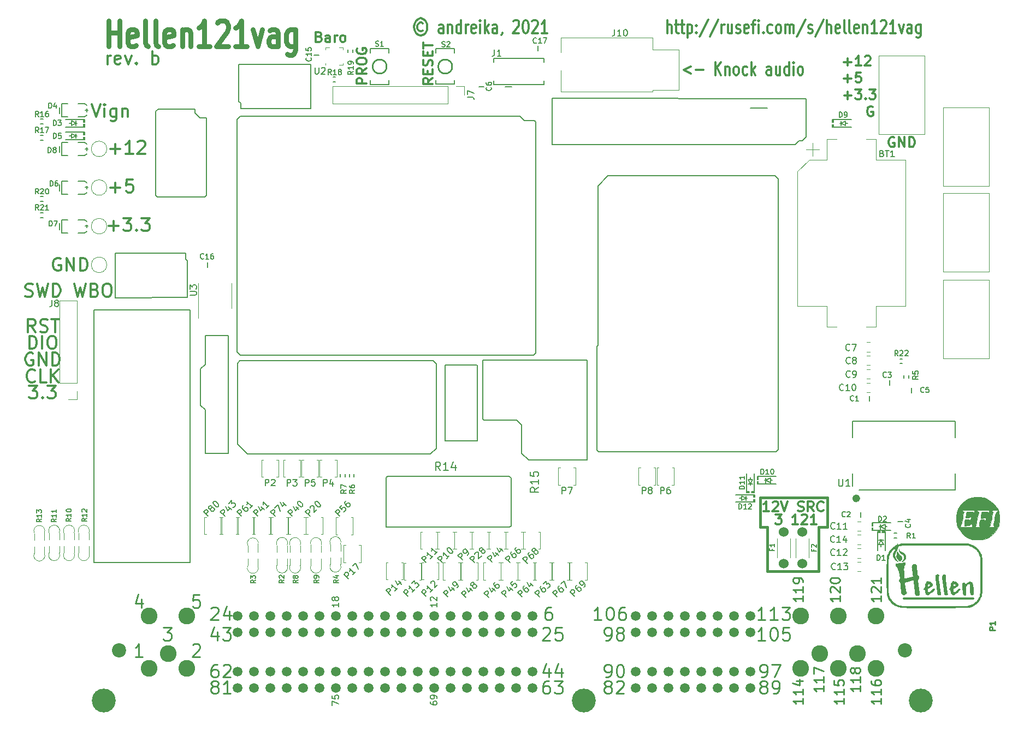
<source format=gto>
G04 #@! TF.GenerationSoftware,KiCad,Pcbnew,(5.99.0-10483-ga6ad7a4a70)*
G04 #@! TF.CreationDate,2021-06-13T23:03:44+03:00*
G04 #@! TF.ProjectId,hellen121vag,68656c6c-656e-4313-9231-7661672e6b69,b*
G04 #@! TF.SameCoordinates,PX2b953a0PY6943058*
G04 #@! TF.FileFunction,Legend,Top*
G04 #@! TF.FilePolarity,Positive*
%FSLAX46Y46*%
G04 Gerber Fmt 4.6, Leading zero omitted, Abs format (unit mm)*
G04 Created by KiCad (PCBNEW (5.99.0-10483-ga6ad7a4a70)) date 2021-06-13 23:03:44*
%MOMM*%
%LPD*%
G01*
G04 APERTURE LIST*
%ADD10C,0.381000*%
%ADD11C,0.250000*%
%ADD12C,0.300000*%
%ADD13C,0.304800*%
%ADD14C,0.750000*%
%ADD15C,0.200000*%
%ADD16C,0.222250*%
%ADD17C,0.150000*%
%ADD18C,0.170000*%
%ADD19C,0.127000*%
%ADD20C,0.120000*%
%ADD21C,0.203200*%
%ADD22C,0.099060*%
%ADD23C,0.002540*%
%ADD24C,0.616000*%
%ADD25C,0.254000*%
%ADD26C,3.700000*%
%ADD27C,2.200000*%
%ADD28C,2.600000*%
%ADD29C,1.500000*%
%ADD30C,1.524000*%
G04 APERTURE END LIST*
D10*
X129500000Y25575000D02*
X129500000Y32475000D01*
X120500000Y32475000D02*
X121600000Y32475000D01*
X130900000Y36975000D02*
X120500000Y36975000D01*
X121600000Y32475000D02*
X121600000Y25575000D01*
X120500000Y36975000D02*
X120500000Y32475000D01*
X121600000Y25575000D02*
X129500000Y25575000D01*
X130900000Y32475000D02*
X130900000Y36975000D01*
X129500000Y32475000D02*
X130900000Y32475000D01*
D11*
X95841666Y18030239D02*
X94698809Y18030239D01*
X95270238Y18030239D02*
X95270238Y20030239D01*
X95079761Y19744524D01*
X94889285Y19554048D01*
X94698809Y19458810D01*
X97079761Y20030239D02*
X97270238Y20030239D01*
X97460714Y19935000D01*
X97555952Y19839762D01*
X97651190Y19649286D01*
X97746428Y19268334D01*
X97746428Y18792143D01*
X97651190Y18411191D01*
X97555952Y18220715D01*
X97460714Y18125477D01*
X97270238Y18030239D01*
X97079761Y18030239D01*
X96889285Y18125477D01*
X96794047Y18220715D01*
X96698809Y18411191D01*
X96603571Y18792143D01*
X96603571Y19268334D01*
X96698809Y19649286D01*
X96794047Y19839762D01*
X96889285Y19935000D01*
X97079761Y20030239D01*
X99460714Y20030239D02*
X99079761Y20030239D01*
X98889285Y19935000D01*
X98794047Y19839762D01*
X98603571Y19554048D01*
X98508333Y19173096D01*
X98508333Y18411191D01*
X98603571Y18220715D01*
X98698809Y18125477D01*
X98889285Y18030239D01*
X99270238Y18030239D01*
X99460714Y18125477D01*
X99555952Y18220715D01*
X99651190Y18411191D01*
X99651190Y18887381D01*
X99555952Y19077858D01*
X99460714Y19173096D01*
X99270238Y19268334D01*
X98889285Y19268334D01*
X98698809Y19173096D01*
X98603571Y19077858D01*
X98508333Y18887381D01*
X24530952Y21268572D02*
X24530952Y19935239D01*
X24054761Y22030477D02*
X23578571Y20601905D01*
X24816666Y20601905D01*
X33516190Y21935239D02*
X32563809Y21935239D01*
X32468571Y20982858D01*
X32563809Y21078096D01*
X32754285Y21173334D01*
X33230476Y21173334D01*
X33420952Y21078096D01*
X33516190Y20982858D01*
X33611428Y20792381D01*
X33611428Y20316191D01*
X33516190Y20125715D01*
X33420952Y20030477D01*
X33230476Y19935239D01*
X32754285Y19935239D01*
X32563809Y20030477D01*
X32468571Y20125715D01*
X32468571Y14124762D02*
X32563809Y14220000D01*
X32754285Y14315239D01*
X33230476Y14315239D01*
X33420952Y14220000D01*
X33516190Y14124762D01*
X33611428Y13934286D01*
X33611428Y13743810D01*
X33516190Y13458096D01*
X32373333Y12315239D01*
X33611428Y12315239D01*
D12*
X19419142Y79136143D02*
X20942952Y79136143D01*
X20181047Y78374239D02*
X20181047Y79898048D01*
X21704857Y80374239D02*
X22942952Y80374239D01*
X22276285Y79612334D01*
X22562000Y79612334D01*
X22752476Y79517096D01*
X22847714Y79421858D01*
X22942952Y79231381D01*
X22942952Y78755191D01*
X22847714Y78564715D01*
X22752476Y78469477D01*
X22562000Y78374239D01*
X21990571Y78374239D01*
X21800095Y78469477D01*
X21704857Y78564715D01*
X23800095Y78564715D02*
X23895333Y78469477D01*
X23800095Y78374239D01*
X23704857Y78469477D01*
X23800095Y78564715D01*
X23800095Y78374239D01*
X24562000Y80374239D02*
X25800095Y80374239D01*
X25133428Y79612334D01*
X25419142Y79612334D01*
X25609619Y79517096D01*
X25704857Y79421858D01*
X25800095Y79231381D01*
X25800095Y78755191D01*
X25704857Y78564715D01*
X25609619Y78469477D01*
X25419142Y78374239D01*
X24847714Y78374239D01*
X24657238Y78469477D01*
X24562000Y78564715D01*
D13*
X106069428Y109080762D02*
X106069428Y111112761D01*
X106722571Y109080762D02*
X106722571Y110145143D01*
X106650000Y110338667D01*
X106504857Y110435428D01*
X106287142Y110435428D01*
X106142000Y110338667D01*
X106069428Y110241905D01*
X107230571Y110435428D02*
X107811142Y110435428D01*
X107448285Y111112761D02*
X107448285Y109371048D01*
X107520857Y109177524D01*
X107666000Y109080762D01*
X107811142Y109080762D01*
X108101428Y110435428D02*
X108682000Y110435428D01*
X108319142Y111112761D02*
X108319142Y109371048D01*
X108391714Y109177524D01*
X108536857Y109080762D01*
X108682000Y109080762D01*
X109190000Y110435428D02*
X109190000Y108403429D01*
X109190000Y110338667D02*
X109335142Y110435428D01*
X109625428Y110435428D01*
X109770571Y110338667D01*
X109843142Y110241905D01*
X109915714Y110048381D01*
X109915714Y109467810D01*
X109843142Y109274286D01*
X109770571Y109177524D01*
X109625428Y109080762D01*
X109335142Y109080762D01*
X109190000Y109177524D01*
X110568857Y109274286D02*
X110641428Y109177524D01*
X110568857Y109080762D01*
X110496285Y109177524D01*
X110568857Y109274286D01*
X110568857Y109080762D01*
X110568857Y110338667D02*
X110641428Y110241905D01*
X110568857Y110145143D01*
X110496285Y110241905D01*
X110568857Y110338667D01*
X110568857Y110145143D01*
X112383142Y111209523D02*
X111076857Y108596953D01*
X113979714Y111209523D02*
X112673428Y108596953D01*
X114487714Y109080762D02*
X114487714Y110435428D01*
X114487714Y110048381D02*
X114560285Y110241905D01*
X114632857Y110338667D01*
X114778000Y110435428D01*
X114923142Y110435428D01*
X116084285Y110435428D02*
X116084285Y109080762D01*
X115431142Y110435428D02*
X115431142Y109371048D01*
X115503714Y109177524D01*
X115648857Y109080762D01*
X115866571Y109080762D01*
X116011714Y109177524D01*
X116084285Y109274286D01*
X116737428Y109177524D02*
X116882571Y109080762D01*
X117172857Y109080762D01*
X117318000Y109177524D01*
X117390571Y109371048D01*
X117390571Y109467810D01*
X117318000Y109661334D01*
X117172857Y109758096D01*
X116955142Y109758096D01*
X116810000Y109854858D01*
X116737428Y110048381D01*
X116737428Y110145143D01*
X116810000Y110338667D01*
X116955142Y110435428D01*
X117172857Y110435428D01*
X117318000Y110338667D01*
X118624285Y109177524D02*
X118479142Y109080762D01*
X118188857Y109080762D01*
X118043714Y109177524D01*
X117971142Y109371048D01*
X117971142Y110145143D01*
X118043714Y110338667D01*
X118188857Y110435428D01*
X118479142Y110435428D01*
X118624285Y110338667D01*
X118696857Y110145143D01*
X118696857Y109951620D01*
X117971142Y109758096D01*
X119132285Y110435428D02*
X119712857Y110435428D01*
X119350000Y109080762D02*
X119350000Y110822476D01*
X119422571Y111016000D01*
X119567714Y111112761D01*
X119712857Y111112761D01*
X120220857Y109080762D02*
X120220857Y110435428D01*
X120220857Y111112761D02*
X120148285Y111016000D01*
X120220857Y110919238D01*
X120293428Y111016000D01*
X120220857Y111112761D01*
X120220857Y110919238D01*
X120946571Y109274286D02*
X121019142Y109177524D01*
X120946571Y109080762D01*
X120874000Y109177524D01*
X120946571Y109274286D01*
X120946571Y109080762D01*
X122325428Y109177524D02*
X122180285Y109080762D01*
X121890000Y109080762D01*
X121744857Y109177524D01*
X121672285Y109274286D01*
X121599714Y109467810D01*
X121599714Y110048381D01*
X121672285Y110241905D01*
X121744857Y110338667D01*
X121890000Y110435428D01*
X122180285Y110435428D01*
X122325428Y110338667D01*
X123196285Y109080762D02*
X123051142Y109177524D01*
X122978571Y109274286D01*
X122906000Y109467810D01*
X122906000Y110048381D01*
X122978571Y110241905D01*
X123051142Y110338667D01*
X123196285Y110435428D01*
X123414000Y110435428D01*
X123559142Y110338667D01*
X123631714Y110241905D01*
X123704285Y110048381D01*
X123704285Y109467810D01*
X123631714Y109274286D01*
X123559142Y109177524D01*
X123414000Y109080762D01*
X123196285Y109080762D01*
X124357428Y109080762D02*
X124357428Y110435428D01*
X124357428Y110241905D02*
X124430000Y110338667D01*
X124575142Y110435428D01*
X124792857Y110435428D01*
X124938000Y110338667D01*
X125010571Y110145143D01*
X125010571Y109080762D01*
X125010571Y110145143D02*
X125083142Y110338667D01*
X125228285Y110435428D01*
X125446000Y110435428D01*
X125591142Y110338667D01*
X125663714Y110145143D01*
X125663714Y109080762D01*
X127478000Y111209523D02*
X126171714Y108596953D01*
X127913428Y109177524D02*
X128058571Y109080762D01*
X128348857Y109080762D01*
X128494000Y109177524D01*
X128566571Y109371048D01*
X128566571Y109467810D01*
X128494000Y109661334D01*
X128348857Y109758096D01*
X128131142Y109758096D01*
X127986000Y109854858D01*
X127913428Y110048381D01*
X127913428Y110145143D01*
X127986000Y110338667D01*
X128131142Y110435428D01*
X128348857Y110435428D01*
X128494000Y110338667D01*
X130308285Y111209523D02*
X129002000Y108596953D01*
X130816285Y109080762D02*
X130816285Y111112761D01*
X131469428Y109080762D02*
X131469428Y110145143D01*
X131396857Y110338667D01*
X131251714Y110435428D01*
X131034000Y110435428D01*
X130888857Y110338667D01*
X130816285Y110241905D01*
X132775714Y109177524D02*
X132630571Y109080762D01*
X132340285Y109080762D01*
X132195142Y109177524D01*
X132122571Y109371048D01*
X132122571Y110145143D01*
X132195142Y110338667D01*
X132340285Y110435428D01*
X132630571Y110435428D01*
X132775714Y110338667D01*
X132848285Y110145143D01*
X132848285Y109951620D01*
X132122571Y109758096D01*
X133719142Y109080762D02*
X133574000Y109177524D01*
X133501428Y109371048D01*
X133501428Y111112761D01*
X134517428Y109080762D02*
X134372285Y109177524D01*
X134299714Y109371048D01*
X134299714Y111112761D01*
X135678571Y109177524D02*
X135533428Y109080762D01*
X135243142Y109080762D01*
X135098000Y109177524D01*
X135025428Y109371048D01*
X135025428Y110145143D01*
X135098000Y110338667D01*
X135243142Y110435428D01*
X135533428Y110435428D01*
X135678571Y110338667D01*
X135751142Y110145143D01*
X135751142Y109951620D01*
X135025428Y109758096D01*
X136404285Y110435428D02*
X136404285Y109080762D01*
X136404285Y110241905D02*
X136476857Y110338667D01*
X136622000Y110435428D01*
X136839714Y110435428D01*
X136984857Y110338667D01*
X137057428Y110145143D01*
X137057428Y109080762D01*
X138581428Y109080762D02*
X137710571Y109080762D01*
X138146000Y109080762D02*
X138146000Y111112761D01*
X138000857Y110822476D01*
X137855714Y110628952D01*
X137710571Y110532190D01*
X139162000Y110919238D02*
X139234571Y111016000D01*
X139379714Y111112761D01*
X139742571Y111112761D01*
X139887714Y111016000D01*
X139960285Y110919238D01*
X140032857Y110725714D01*
X140032857Y110532190D01*
X139960285Y110241905D01*
X139089428Y109080762D01*
X140032857Y109080762D01*
X141484285Y109080762D02*
X140613428Y109080762D01*
X141048857Y109080762D02*
X141048857Y111112761D01*
X140903714Y110822476D01*
X140758571Y110628952D01*
X140613428Y110532190D01*
X141992285Y110435428D02*
X142355142Y109080762D01*
X142718000Y110435428D01*
X143951714Y109080762D02*
X143951714Y110145143D01*
X143879142Y110338667D01*
X143734000Y110435428D01*
X143443714Y110435428D01*
X143298571Y110338667D01*
X143951714Y109177524D02*
X143806571Y109080762D01*
X143443714Y109080762D01*
X143298571Y109177524D01*
X143226000Y109371048D01*
X143226000Y109564572D01*
X143298571Y109758096D01*
X143443714Y109854858D01*
X143806571Y109854858D01*
X143951714Y109951620D01*
X145330571Y110435428D02*
X145330571Y108790477D01*
X145258000Y108596953D01*
X145185428Y108500191D01*
X145040285Y108403429D01*
X144822571Y108403429D01*
X144677428Y108500191D01*
X145330571Y109177524D02*
X145185428Y109080762D01*
X144895142Y109080762D01*
X144750000Y109177524D01*
X144677428Y109274286D01*
X144604857Y109467810D01*
X144604857Y110048381D01*
X144677428Y110241905D01*
X144750000Y110338667D01*
X144895142Y110435428D01*
X145185428Y110435428D01*
X145330571Y110338667D01*
D11*
X130238571Y7775000D02*
X130238571Y6917858D01*
X130238571Y7346429D02*
X128738571Y7346429D01*
X128952857Y7203572D01*
X129095714Y7060715D01*
X129167142Y6917858D01*
X130238571Y9203572D02*
X130238571Y8346429D01*
X130238571Y8775000D02*
X128738571Y8775000D01*
X128952857Y8632143D01*
X129095714Y8489286D01*
X129167142Y8346429D01*
X128738571Y9703572D02*
X128738571Y10703572D01*
X130238571Y10060715D01*
X139128571Y21745000D02*
X139128571Y20887858D01*
X139128571Y21316429D02*
X137628571Y21316429D01*
X137842857Y21173572D01*
X137985714Y21030715D01*
X138057142Y20887858D01*
X137771428Y22316429D02*
X137700000Y22387858D01*
X137628571Y22530715D01*
X137628571Y22887858D01*
X137700000Y23030715D01*
X137771428Y23102143D01*
X137914285Y23173572D01*
X138057142Y23173572D01*
X138271428Y23102143D01*
X139128571Y22245000D01*
X139128571Y23173572D01*
X139128571Y24602143D02*
X139128571Y23745000D01*
X139128571Y24173572D02*
X137628571Y24173572D01*
X137842857Y24030715D01*
X137985714Y23887858D01*
X138057142Y23745000D01*
D13*
X133428000Y104611143D02*
X134589142Y104611143D01*
X134008571Y104030572D02*
X134008571Y105191715D01*
X136113142Y104030572D02*
X135242285Y104030572D01*
X135677714Y104030572D02*
X135677714Y105554572D01*
X135532571Y105336858D01*
X135387428Y105191715D01*
X135242285Y105119143D01*
X136693714Y105409429D02*
X136766285Y105482000D01*
X136911428Y105554572D01*
X137274285Y105554572D01*
X137419428Y105482000D01*
X137492000Y105409429D01*
X137564571Y105264286D01*
X137564571Y105119143D01*
X137492000Y104901429D01*
X136621142Y104030572D01*
X137564571Y104030572D01*
D14*
X19412000Y107019477D02*
X19412000Y111019476D01*
X19412000Y109114715D02*
X21126285Y109114715D01*
X21126285Y107019477D02*
X21126285Y111019476D01*
X23697714Y107209953D02*
X23412000Y107019477D01*
X22840571Y107019477D01*
X22554857Y107209953D01*
X22412000Y107590905D01*
X22412000Y109114715D01*
X22554857Y109495667D01*
X22840571Y109686143D01*
X23412000Y109686143D01*
X23697714Y109495667D01*
X23840571Y109114715D01*
X23840571Y108733762D01*
X22412000Y108352810D01*
X25554857Y107019477D02*
X25269142Y107209953D01*
X25126285Y107590905D01*
X25126285Y111019476D01*
X27126285Y107019477D02*
X26840571Y107209953D01*
X26697714Y107590905D01*
X26697714Y111019476D01*
X29412000Y107209953D02*
X29126285Y107019477D01*
X28554857Y107019477D01*
X28269142Y107209953D01*
X28126285Y107590905D01*
X28126285Y109114715D01*
X28269142Y109495667D01*
X28554857Y109686143D01*
X29126285Y109686143D01*
X29412000Y109495667D01*
X29554857Y109114715D01*
X29554857Y108733762D01*
X28126285Y108352810D01*
X30840571Y109686143D02*
X30840571Y107019477D01*
X30840571Y109305191D02*
X30983428Y109495667D01*
X31269142Y109686143D01*
X31697714Y109686143D01*
X31983428Y109495667D01*
X32126285Y109114715D01*
X32126285Y107019477D01*
X35126285Y107019477D02*
X33412000Y107019477D01*
X34269142Y107019477D02*
X34269142Y111019476D01*
X33983428Y110448047D01*
X33697714Y110067096D01*
X33412000Y109876620D01*
X36269142Y110638523D02*
X36412000Y110829000D01*
X36697714Y111019476D01*
X37412000Y111019476D01*
X37697714Y110829000D01*
X37840571Y110638523D01*
X37983428Y110257572D01*
X37983428Y109876620D01*
X37840571Y109305191D01*
X36126285Y107019477D01*
X37983428Y107019477D01*
X40840571Y107019477D02*
X39126285Y107019477D01*
X39983428Y107019477D02*
X39983428Y111019476D01*
X39697714Y110448047D01*
X39412000Y110067096D01*
X39126285Y109876620D01*
X41840571Y109686143D02*
X42554857Y107019477D01*
X43269142Y109686143D01*
X45697714Y107019477D02*
X45697714Y109114715D01*
X45554857Y109495667D01*
X45269142Y109686143D01*
X44697714Y109686143D01*
X44412000Y109495667D01*
X45697714Y107209953D02*
X45412000Y107019477D01*
X44697714Y107019477D01*
X44412000Y107209953D01*
X44269142Y107590905D01*
X44269142Y107971858D01*
X44412000Y108352810D01*
X44697714Y108543286D01*
X45412000Y108543286D01*
X45697714Y108733762D01*
X48412000Y109686143D02*
X48412000Y106448048D01*
X48269142Y106067096D01*
X48126285Y105876620D01*
X47840571Y105686143D01*
X47412000Y105686143D01*
X47126285Y105876620D01*
X48412000Y107209953D02*
X48126285Y107019477D01*
X47554857Y107019477D01*
X47269142Y107209953D01*
X47126285Y107400429D01*
X46983428Y107781381D01*
X46983428Y108924239D01*
X47126285Y109305191D01*
X47269142Y109495667D01*
X47554857Y109686143D01*
X48126285Y109686143D01*
X48412000Y109495667D01*
D15*
X54082380Y4790477D02*
X54082380Y5457143D01*
X55082380Y5028572D01*
X54082380Y6314286D02*
X54082380Y5838096D01*
X54558571Y5790477D01*
X54510952Y5838096D01*
X54463333Y5933334D01*
X54463333Y6171429D01*
X54510952Y6266667D01*
X54558571Y6314286D01*
X54653809Y6361905D01*
X54891904Y6361905D01*
X54987142Y6314286D01*
X55034761Y6266667D01*
X55082380Y6171429D01*
X55082380Y5933334D01*
X55034761Y5838096D01*
X54987142Y5790477D01*
D12*
X19695333Y91136143D02*
X21219142Y91136143D01*
X20457238Y90374239D02*
X20457238Y91898048D01*
X23219142Y90374239D02*
X22076285Y90374239D01*
X22647714Y90374239D02*
X22647714Y92374239D01*
X22457238Y92088524D01*
X22266761Y91898048D01*
X22076285Y91802810D01*
X23981047Y92183762D02*
X24076285Y92279000D01*
X24266761Y92374239D01*
X24742952Y92374239D01*
X24933428Y92279000D01*
X25028666Y92183762D01*
X25123904Y91993286D01*
X25123904Y91802810D01*
X25028666Y91517096D01*
X23885809Y90374239D01*
X25123904Y90374239D01*
D15*
X69322380Y5314286D02*
X69322380Y5123810D01*
X69370000Y5028572D01*
X69417619Y4980953D01*
X69560476Y4885715D01*
X69750952Y4838096D01*
X70131904Y4838096D01*
X70227142Y4885715D01*
X70274761Y4933334D01*
X70322380Y5028572D01*
X70322380Y5219048D01*
X70274761Y5314286D01*
X70227142Y5361905D01*
X70131904Y5409524D01*
X69893809Y5409524D01*
X69798571Y5361905D01*
X69750952Y5314286D01*
X69703333Y5219048D01*
X69703333Y5028572D01*
X69750952Y4933334D01*
X69798571Y4885715D01*
X69893809Y4838096D01*
X70322380Y5885715D02*
X70322380Y6076191D01*
X70274761Y6171429D01*
X70227142Y6219048D01*
X70084285Y6314286D01*
X69893809Y6361905D01*
X69512857Y6361905D01*
X69417619Y6314286D01*
X69370000Y6266667D01*
X69322380Y6171429D01*
X69322380Y5980953D01*
X69370000Y5885715D01*
X69417619Y5838096D01*
X69512857Y5790477D01*
X69750952Y5790477D01*
X69846190Y5838096D01*
X69893809Y5885715D01*
X69941428Y5980953D01*
X69941428Y6171429D01*
X69893809Y6266667D01*
X69846190Y6314286D01*
X69750952Y6361905D01*
D11*
X86761190Y16664762D02*
X86856428Y16760000D01*
X87046904Y16855239D01*
X87523095Y16855239D01*
X87713571Y16760000D01*
X87808809Y16664762D01*
X87904047Y16474286D01*
X87904047Y16283810D01*
X87808809Y15998096D01*
X86665952Y14855239D01*
X87904047Y14855239D01*
X89713571Y16855239D02*
X88761190Y16855239D01*
X88665952Y15902858D01*
X88761190Y15998096D01*
X88951666Y16093334D01*
X89427857Y16093334D01*
X89618333Y15998096D01*
X89713571Y15902858D01*
X89808809Y15712381D01*
X89808809Y15236191D01*
X89713571Y15045715D01*
X89618333Y14950477D01*
X89427857Y14855239D01*
X88951666Y14855239D01*
X88761190Y14950477D01*
X88665952Y15045715D01*
X133413571Y5870000D02*
X133413571Y5012858D01*
X133413571Y5441429D02*
X131913571Y5441429D01*
X132127857Y5298572D01*
X132270714Y5155715D01*
X132342142Y5012858D01*
X133413571Y7298572D02*
X133413571Y6441429D01*
X133413571Y6870000D02*
X131913571Y6870000D01*
X132127857Y6727143D01*
X132270714Y6584286D01*
X132342142Y6441429D01*
X131913571Y8655715D02*
X131913571Y7941429D01*
X132627857Y7870000D01*
X132556428Y7941429D01*
X132485000Y8084286D01*
X132485000Y8441429D01*
X132556428Y8584286D01*
X132627857Y8655715D01*
X132770714Y8727143D01*
X133127857Y8727143D01*
X133270714Y8655715D01*
X133342142Y8584286D01*
X133413571Y8441429D01*
X133413571Y8084286D01*
X133342142Y7941429D01*
X133270714Y7870000D01*
X36278571Y16188572D02*
X36278571Y14855239D01*
X35802380Y16950477D02*
X35326190Y15521905D01*
X36564285Y15521905D01*
X37135714Y16855239D02*
X38373809Y16855239D01*
X37707142Y16093334D01*
X37992857Y16093334D01*
X38183333Y15998096D01*
X38278571Y15902858D01*
X38373809Y15712381D01*
X38373809Y15236191D01*
X38278571Y15045715D01*
X38183333Y14950477D01*
X37992857Y14855239D01*
X37421428Y14855239D01*
X37230952Y14950477D01*
X37135714Y15045715D01*
D13*
X141238857Y92862000D02*
X141093714Y92934572D01*
X140876000Y92934572D01*
X140658285Y92862000D01*
X140513142Y92716858D01*
X140440571Y92571715D01*
X140368000Y92281429D01*
X140368000Y92063715D01*
X140440571Y91773429D01*
X140513142Y91628286D01*
X140658285Y91483143D01*
X140876000Y91410572D01*
X141021142Y91410572D01*
X141238857Y91483143D01*
X141311428Y91555715D01*
X141311428Y92063715D01*
X141021142Y92063715D01*
X141964571Y91410572D02*
X141964571Y92934572D01*
X142835428Y91410572D01*
X142835428Y92934572D01*
X143561142Y91410572D02*
X143561142Y92934572D01*
X143924000Y92934572D01*
X144141714Y92862000D01*
X144286857Y92716858D01*
X144359428Y92571715D01*
X144432000Y92281429D01*
X144432000Y92063715D01*
X144359428Y91773429D01*
X144286857Y91628286D01*
X144141714Y91483143D01*
X143924000Y91410572D01*
X143561142Y91410572D01*
D15*
X55082380Y20649524D02*
X55082380Y20078096D01*
X55082380Y20363810D02*
X54082380Y20363810D01*
X54225238Y20268572D01*
X54320476Y20173334D01*
X54368095Y20078096D01*
X54510952Y21220953D02*
X54463333Y21125715D01*
X54415714Y21078096D01*
X54320476Y21030477D01*
X54272857Y21030477D01*
X54177619Y21078096D01*
X54130000Y21125715D01*
X54082380Y21220953D01*
X54082380Y21411429D01*
X54130000Y21506667D01*
X54177619Y21554286D01*
X54272857Y21601905D01*
X54320476Y21601905D01*
X54415714Y21554286D01*
X54463333Y21506667D01*
X54510952Y21411429D01*
X54510952Y21220953D01*
X54558571Y21125715D01*
X54606190Y21078096D01*
X54701428Y21030477D01*
X54891904Y21030477D01*
X54987142Y21078096D01*
X55034761Y21125715D01*
X55082380Y21220953D01*
X55082380Y21411429D01*
X55034761Y21506667D01*
X54987142Y21554286D01*
X54891904Y21601905D01*
X54701428Y21601905D01*
X54606190Y21554286D01*
X54558571Y21506667D01*
X54510952Y21411429D01*
D12*
X7152380Y60095239D02*
X7152380Y62095239D01*
X7628571Y62095239D01*
X7914285Y62000000D01*
X8104761Y61809524D01*
X8200000Y61619048D01*
X8295238Y61238096D01*
X8295238Y60952381D01*
X8200000Y60571429D01*
X8104761Y60380953D01*
X7914285Y60190477D01*
X7628571Y60095239D01*
X7152380Y60095239D01*
X9152380Y60095239D02*
X9152380Y62095239D01*
X10485714Y62095239D02*
X10866666Y62095239D01*
X11057142Y62000000D01*
X11247619Y61809524D01*
X11342857Y61428572D01*
X11342857Y60761905D01*
X11247619Y60380953D01*
X11057142Y60190477D01*
X10866666Y60095239D01*
X10485714Y60095239D01*
X10295238Y60190477D01*
X10104761Y60380953D01*
X10009523Y60761905D01*
X10009523Y61428572D01*
X10104761Y61809524D01*
X10295238Y62000000D01*
X10485714Y62095239D01*
D11*
X120606666Y9140239D02*
X120987619Y9140239D01*
X121178095Y9235477D01*
X121273333Y9330715D01*
X121463809Y9616429D01*
X121559047Y9997381D01*
X121559047Y10759286D01*
X121463809Y10949762D01*
X121368571Y11045000D01*
X121178095Y11140239D01*
X120797142Y11140239D01*
X120606666Y11045000D01*
X120511428Y10949762D01*
X120416190Y10759286D01*
X120416190Y10283096D01*
X120511428Y10092620D01*
X120606666Y9997381D01*
X120797142Y9902143D01*
X121178095Y9902143D01*
X121368571Y9997381D01*
X121463809Y10092620D01*
X121559047Y10283096D01*
X122225714Y11140239D02*
X123559047Y11140239D01*
X122701904Y9140239D01*
D12*
X11976190Y74100000D02*
X11785714Y74195239D01*
X11500000Y74195239D01*
X11214285Y74100000D01*
X11023809Y73909524D01*
X10928571Y73719048D01*
X10833333Y73338096D01*
X10833333Y73052381D01*
X10928571Y72671429D01*
X11023809Y72480953D01*
X11214285Y72290477D01*
X11500000Y72195239D01*
X11690476Y72195239D01*
X11976190Y72290477D01*
X12071428Y72385715D01*
X12071428Y73052381D01*
X11690476Y73052381D01*
X12928571Y72195239D02*
X12928571Y74195239D01*
X14071428Y72195239D01*
X14071428Y74195239D01*
X15023809Y72195239D02*
X15023809Y74195239D01*
X15500000Y74195239D01*
X15785714Y74100000D01*
X15976190Y73909524D01*
X16071428Y73719048D01*
X16166666Y73338096D01*
X16166666Y73052381D01*
X16071428Y72671429D01*
X15976190Y72480953D01*
X15785714Y72290477D01*
X15500000Y72195239D01*
X15023809Y72195239D01*
D13*
X69678571Y102086572D02*
X68964285Y101578572D01*
X69678571Y101215715D02*
X68178571Y101215715D01*
X68178571Y101796286D01*
X68250000Y101941429D01*
X68321428Y102014000D01*
X68464285Y102086572D01*
X68678571Y102086572D01*
X68821428Y102014000D01*
X68892857Y101941429D01*
X68964285Y101796286D01*
X68964285Y101215715D01*
X68892857Y102739715D02*
X68892857Y103247715D01*
X69678571Y103465429D02*
X69678571Y102739715D01*
X68178571Y102739715D01*
X68178571Y103465429D01*
X69607142Y104046000D02*
X69678571Y104263715D01*
X69678571Y104626572D01*
X69607142Y104771715D01*
X69535714Y104844286D01*
X69392857Y104916858D01*
X69250000Y104916858D01*
X69107142Y104844286D01*
X69035714Y104771715D01*
X68964285Y104626572D01*
X68892857Y104336286D01*
X68821428Y104191143D01*
X68750000Y104118572D01*
X68607142Y104046000D01*
X68464285Y104046000D01*
X68321428Y104118572D01*
X68250000Y104191143D01*
X68178571Y104336286D01*
X68178571Y104699143D01*
X68250000Y104916858D01*
X68892857Y105570000D02*
X68892857Y106078000D01*
X69678571Y106295715D02*
X69678571Y105570000D01*
X68178571Y105570000D01*
X68178571Y106295715D01*
X68178571Y106731143D02*
X68178571Y107602000D01*
X69678571Y107166572D02*
X68178571Y107166572D01*
D11*
X35326190Y19839762D02*
X35421428Y19935000D01*
X35611904Y20030239D01*
X36088095Y20030239D01*
X36278571Y19935000D01*
X36373809Y19839762D01*
X36469047Y19649286D01*
X36469047Y19458810D01*
X36373809Y19173096D01*
X35230952Y18030239D01*
X36469047Y18030239D01*
X38183333Y19363572D02*
X38183333Y18030239D01*
X37707142Y20125477D02*
X37230952Y18696905D01*
X38469047Y18696905D01*
X96476666Y14855239D02*
X96857619Y14855239D01*
X97048095Y14950477D01*
X97143333Y15045715D01*
X97333809Y15331429D01*
X97429047Y15712381D01*
X97429047Y16474286D01*
X97333809Y16664762D01*
X97238571Y16760000D01*
X97048095Y16855239D01*
X96667142Y16855239D01*
X96476666Y16760000D01*
X96381428Y16664762D01*
X96286190Y16474286D01*
X96286190Y15998096D01*
X96381428Y15807620D01*
X96476666Y15712381D01*
X96667142Y15617143D01*
X97048095Y15617143D01*
X97238571Y15712381D01*
X97333809Y15807620D01*
X97429047Y15998096D01*
X98571904Y15998096D02*
X98381428Y16093334D01*
X98286190Y16188572D01*
X98190952Y16379048D01*
X98190952Y16474286D01*
X98286190Y16664762D01*
X98381428Y16760000D01*
X98571904Y16855239D01*
X98952857Y16855239D01*
X99143333Y16760000D01*
X99238571Y16664762D01*
X99333809Y16474286D01*
X99333809Y16379048D01*
X99238571Y16188572D01*
X99143333Y16093334D01*
X98952857Y15998096D01*
X98571904Y15998096D01*
X98381428Y15902858D01*
X98286190Y15807620D01*
X98190952Y15617143D01*
X98190952Y15236191D01*
X98286190Y15045715D01*
X98381428Y14950477D01*
X98571904Y14855239D01*
X98952857Y14855239D01*
X99143333Y14950477D01*
X99238571Y15045715D01*
X99333809Y15236191D01*
X99333809Y15617143D01*
X99238571Y15807620D01*
X99143333Y15902858D01*
X98952857Y15998096D01*
D13*
X68126142Y110628952D02*
X67981000Y110725714D01*
X67690714Y110725714D01*
X67545571Y110628952D01*
X67400428Y110435428D01*
X67327857Y110241905D01*
X67327857Y109854858D01*
X67400428Y109661334D01*
X67545571Y109467810D01*
X67690714Y109371048D01*
X67981000Y109371048D01*
X68126142Y109467810D01*
X67835857Y111403047D02*
X67473000Y111306285D01*
X67110142Y111016000D01*
X66892428Y110532190D01*
X66819857Y110048381D01*
X66892428Y109564572D01*
X67110142Y109080762D01*
X67473000Y108790477D01*
X67835857Y108693715D01*
X68198714Y108790477D01*
X68561571Y109080762D01*
X68779285Y109564572D01*
X68851857Y110048381D01*
X68779285Y110532190D01*
X68561571Y111016000D01*
X68198714Y111306285D01*
X67835857Y111403047D01*
X71319285Y109080762D02*
X71319285Y110145143D01*
X71246714Y110338667D01*
X71101571Y110435428D01*
X70811285Y110435428D01*
X70666142Y110338667D01*
X71319285Y109177524D02*
X71174142Y109080762D01*
X70811285Y109080762D01*
X70666142Y109177524D01*
X70593571Y109371048D01*
X70593571Y109564572D01*
X70666142Y109758096D01*
X70811285Y109854858D01*
X71174142Y109854858D01*
X71319285Y109951620D01*
X72045000Y110435428D02*
X72045000Y109080762D01*
X72045000Y110241905D02*
X72117571Y110338667D01*
X72262714Y110435428D01*
X72480428Y110435428D01*
X72625571Y110338667D01*
X72698142Y110145143D01*
X72698142Y109080762D01*
X74077000Y109080762D02*
X74077000Y111112761D01*
X74077000Y109177524D02*
X73931857Y109080762D01*
X73641571Y109080762D01*
X73496428Y109177524D01*
X73423857Y109274286D01*
X73351285Y109467810D01*
X73351285Y110048381D01*
X73423857Y110241905D01*
X73496428Y110338667D01*
X73641571Y110435428D01*
X73931857Y110435428D01*
X74077000Y110338667D01*
X74802714Y109080762D02*
X74802714Y110435428D01*
X74802714Y110048381D02*
X74875285Y110241905D01*
X74947857Y110338667D01*
X75093000Y110435428D01*
X75238142Y110435428D01*
X76326714Y109177524D02*
X76181571Y109080762D01*
X75891285Y109080762D01*
X75746142Y109177524D01*
X75673571Y109371048D01*
X75673571Y110145143D01*
X75746142Y110338667D01*
X75891285Y110435428D01*
X76181571Y110435428D01*
X76326714Y110338667D01*
X76399285Y110145143D01*
X76399285Y109951620D01*
X75673571Y109758096D01*
X77052428Y109080762D02*
X77052428Y110435428D01*
X77052428Y111112761D02*
X76979857Y111016000D01*
X77052428Y110919238D01*
X77125000Y111016000D01*
X77052428Y111112761D01*
X77052428Y110919238D01*
X77778142Y109080762D02*
X77778142Y111112761D01*
X77923285Y109854858D02*
X78358714Y109080762D01*
X78358714Y110435428D02*
X77778142Y109661334D01*
X79665000Y109080762D02*
X79665000Y110145143D01*
X79592428Y110338667D01*
X79447285Y110435428D01*
X79157000Y110435428D01*
X79011857Y110338667D01*
X79665000Y109177524D02*
X79519857Y109080762D01*
X79157000Y109080762D01*
X79011857Y109177524D01*
X78939285Y109371048D01*
X78939285Y109564572D01*
X79011857Y109758096D01*
X79157000Y109854858D01*
X79519857Y109854858D01*
X79665000Y109951620D01*
X80463285Y109177524D02*
X80463285Y109080762D01*
X80390714Y108887239D01*
X80318142Y108790477D01*
X82205000Y110919238D02*
X82277571Y111016000D01*
X82422714Y111112761D01*
X82785571Y111112761D01*
X82930714Y111016000D01*
X83003285Y110919238D01*
X83075857Y110725714D01*
X83075857Y110532190D01*
X83003285Y110241905D01*
X82132428Y109080762D01*
X83075857Y109080762D01*
X84019285Y111112761D02*
X84164428Y111112761D01*
X84309571Y111016000D01*
X84382142Y110919238D01*
X84454714Y110725714D01*
X84527285Y110338667D01*
X84527285Y109854858D01*
X84454714Y109467810D01*
X84382142Y109274286D01*
X84309571Y109177524D01*
X84164428Y109080762D01*
X84019285Y109080762D01*
X83874142Y109177524D01*
X83801571Y109274286D01*
X83729000Y109467810D01*
X83656428Y109854858D01*
X83656428Y110338667D01*
X83729000Y110725714D01*
X83801571Y110919238D01*
X83874142Y111016000D01*
X84019285Y111112761D01*
X85107857Y110919238D02*
X85180428Y111016000D01*
X85325571Y111112761D01*
X85688428Y111112761D01*
X85833571Y111016000D01*
X85906142Y110919238D01*
X85978714Y110725714D01*
X85978714Y110532190D01*
X85906142Y110241905D01*
X85035285Y109080762D01*
X85978714Y109080762D01*
X87430142Y109080762D02*
X86559285Y109080762D01*
X86994714Y109080762D02*
X86994714Y111112761D01*
X86849571Y110822476D01*
X86704428Y110628952D01*
X86559285Y110532190D01*
X126284000Y32885572D02*
X125413142Y32885572D01*
X125848571Y32885572D02*
X125848571Y34409572D01*
X125703428Y34191858D01*
X125558285Y34046715D01*
X125413142Y33974143D01*
X126864571Y34264429D02*
X126937142Y34337000D01*
X127082285Y34409572D01*
X127445142Y34409572D01*
X127590285Y34337000D01*
X127662857Y34264429D01*
X127735428Y34119286D01*
X127735428Y33974143D01*
X127662857Y33756429D01*
X126792000Y32885572D01*
X127735428Y32885572D01*
X129186857Y32885572D02*
X128316000Y32885572D01*
X128751428Y32885572D02*
X128751428Y34409572D01*
X128606285Y34191858D01*
X128461142Y34046715D01*
X128316000Y33974143D01*
D11*
X135953571Y7775000D02*
X135953571Y6917858D01*
X135953571Y7346429D02*
X134453571Y7346429D01*
X134667857Y7203572D01*
X134810714Y7060715D01*
X134882142Y6917858D01*
X135953571Y9203572D02*
X135953571Y8346429D01*
X135953571Y8775000D02*
X134453571Y8775000D01*
X134667857Y8632143D01*
X134810714Y8489286D01*
X134882142Y8346429D01*
X135096428Y10060715D02*
X135025000Y9917858D01*
X134953571Y9846429D01*
X134810714Y9775000D01*
X134739285Y9775000D01*
X134596428Y9846429D01*
X134525000Y9917858D01*
X134453571Y10060715D01*
X134453571Y10346429D01*
X134525000Y10489286D01*
X134596428Y10560715D01*
X134739285Y10632143D01*
X134810714Y10632143D01*
X134953571Y10560715D01*
X135025000Y10489286D01*
X135096428Y10346429D01*
X135096428Y10060715D01*
X135167857Y9917858D01*
X135239285Y9846429D01*
X135382142Y9775000D01*
X135667857Y9775000D01*
X135810714Y9846429D01*
X135882142Y9917858D01*
X135953571Y10060715D01*
X135953571Y10346429D01*
X135882142Y10489286D01*
X135810714Y10560715D01*
X135667857Y10632143D01*
X135382142Y10632143D01*
X135239285Y10560715D01*
X135167857Y10489286D01*
X135096428Y10346429D01*
D12*
X6533333Y68290477D02*
X6819047Y68195239D01*
X7295238Y68195239D01*
X7485714Y68290477D01*
X7580952Y68385715D01*
X7676190Y68576191D01*
X7676190Y68766667D01*
X7580952Y68957143D01*
X7485714Y69052381D01*
X7295238Y69147620D01*
X6914285Y69242858D01*
X6723809Y69338096D01*
X6628571Y69433334D01*
X6533333Y69623810D01*
X6533333Y69814286D01*
X6628571Y70004762D01*
X6723809Y70100000D01*
X6914285Y70195239D01*
X7390476Y70195239D01*
X7676190Y70100000D01*
X8342857Y70195239D02*
X8819047Y68195239D01*
X9200000Y69623810D01*
X9580952Y68195239D01*
X10057142Y70195239D01*
X10819047Y68195239D02*
X10819047Y70195239D01*
X11295238Y70195239D01*
X11580952Y70100000D01*
X11771428Y69909524D01*
X11866666Y69719048D01*
X11961904Y69338096D01*
X11961904Y69052381D01*
X11866666Y68671429D01*
X11771428Y68480953D01*
X11580952Y68290477D01*
X11295238Y68195239D01*
X10819047Y68195239D01*
X14152380Y70195239D02*
X14628571Y68195239D01*
X15009523Y69623810D01*
X15390476Y68195239D01*
X15866666Y70195239D01*
X17295238Y69242858D02*
X17580952Y69147620D01*
X17676190Y69052381D01*
X17771428Y68861905D01*
X17771428Y68576191D01*
X17676190Y68385715D01*
X17580952Y68290477D01*
X17390476Y68195239D01*
X16628571Y68195239D01*
X16628571Y70195239D01*
X17295238Y70195239D01*
X17485714Y70100000D01*
X17580952Y70004762D01*
X17676190Y69814286D01*
X17676190Y69623810D01*
X17580952Y69433334D01*
X17485714Y69338096D01*
X17295238Y69242858D01*
X16628571Y69242858D01*
X19009523Y70195239D02*
X19390476Y70195239D01*
X19580952Y70100000D01*
X19771428Y69909524D01*
X19866666Y69528572D01*
X19866666Y68861905D01*
X19771428Y68480953D01*
X19580952Y68290477D01*
X19390476Y68195239D01*
X19009523Y68195239D01*
X18819047Y68290477D01*
X18628571Y68480953D01*
X18533333Y68861905D01*
X18533333Y69528572D01*
X18628571Y69909524D01*
X18819047Y70100000D01*
X19009523Y70195239D01*
D13*
X59428069Y101246909D02*
X57928069Y101246909D01*
X57928069Y101827480D01*
X57999498Y101972623D01*
X58070926Y102045195D01*
X58213783Y102117766D01*
X58428069Y102117766D01*
X58570926Y102045195D01*
X58642355Y101972623D01*
X58713783Y101827480D01*
X58713783Y101246909D01*
X59428069Y103641766D02*
X58713783Y103133766D01*
X59428069Y102770909D02*
X57928069Y102770909D01*
X57928069Y103351480D01*
X57999498Y103496623D01*
X58070926Y103569195D01*
X58213783Y103641766D01*
X58428069Y103641766D01*
X58570926Y103569195D01*
X58642355Y103496623D01*
X58713783Y103351480D01*
X58713783Y102770909D01*
X57928069Y104585195D02*
X57928069Y104875480D01*
X57999498Y105020623D01*
X58142355Y105165766D01*
X58428069Y105238337D01*
X58928069Y105238337D01*
X59213783Y105165766D01*
X59356640Y105020623D01*
X59428069Y104875480D01*
X59428069Y104585195D01*
X59356640Y104440052D01*
X59213783Y104294909D01*
X58928069Y104222337D01*
X58428069Y104222337D01*
X58142355Y104294909D01*
X57999498Y104440052D01*
X57928069Y104585195D01*
X57999498Y106689766D02*
X57928069Y106544623D01*
X57928069Y106326909D01*
X57999498Y106109195D01*
X58142355Y105964052D01*
X58285212Y105891480D01*
X58570926Y105818909D01*
X58785212Y105818909D01*
X59070926Y105891480D01*
X59213783Y105964052D01*
X59356640Y106109195D01*
X59428069Y106326909D01*
X59428069Y106472052D01*
X59356640Y106689766D01*
X59285212Y106762337D01*
X58785212Y106762337D01*
X58785212Y106472052D01*
D11*
X24721428Y12315239D02*
X23578571Y12315239D01*
X24150000Y12315239D02*
X24150000Y14315239D01*
X23959523Y14029524D01*
X23769047Y13839048D01*
X23578571Y13743810D01*
X35707142Y7743096D02*
X35516666Y7838334D01*
X35421428Y7933572D01*
X35326190Y8124048D01*
X35326190Y8219286D01*
X35421428Y8409762D01*
X35516666Y8505000D01*
X35707142Y8600239D01*
X36088095Y8600239D01*
X36278571Y8505000D01*
X36373809Y8409762D01*
X36469047Y8219286D01*
X36469047Y8124048D01*
X36373809Y7933572D01*
X36278571Y7838334D01*
X36088095Y7743096D01*
X35707142Y7743096D01*
X35516666Y7647858D01*
X35421428Y7552620D01*
X35326190Y7362143D01*
X35326190Y6981191D01*
X35421428Y6790715D01*
X35516666Y6695477D01*
X35707142Y6600239D01*
X36088095Y6600239D01*
X36278571Y6695477D01*
X36373809Y6790715D01*
X36469047Y6981191D01*
X36469047Y7362143D01*
X36373809Y7552620D01*
X36278571Y7647858D01*
X36088095Y7743096D01*
X38373809Y6600239D02*
X37230952Y6600239D01*
X37802380Y6600239D02*
X37802380Y8600239D01*
X37611904Y8314524D01*
X37421428Y8124048D01*
X37230952Y8028810D01*
D12*
X8009523Y55085715D02*
X7914285Y54990477D01*
X7628571Y54895239D01*
X7438095Y54895239D01*
X7152380Y54990477D01*
X6961904Y55180953D01*
X6866666Y55371429D01*
X6771428Y55752381D01*
X6771428Y56038096D01*
X6866666Y56419048D01*
X6961904Y56609524D01*
X7152380Y56800000D01*
X7438095Y56895239D01*
X7628571Y56895239D01*
X7914285Y56800000D01*
X8009523Y56704762D01*
X9819047Y54895239D02*
X8866666Y54895239D01*
X8866666Y56895239D01*
X10485714Y54895239D02*
X10485714Y56895239D01*
X11628571Y54895239D02*
X10771428Y56038096D01*
X11628571Y56895239D02*
X10485714Y55752381D01*
X16809619Y98074239D02*
X17476285Y96074239D01*
X18142952Y98074239D01*
X18809619Y96074239D02*
X18809619Y97407572D01*
X18809619Y98074239D02*
X18714380Y97979000D01*
X18809619Y97883762D01*
X18904857Y97979000D01*
X18809619Y98074239D01*
X18809619Y97883762D01*
X20619142Y97407572D02*
X20619142Y95788524D01*
X20523904Y95598048D01*
X20428666Y95502810D01*
X20238190Y95407572D01*
X19952476Y95407572D01*
X19762000Y95502810D01*
X20619142Y96169477D02*
X20428666Y96074239D01*
X20047714Y96074239D01*
X19857238Y96169477D01*
X19762000Y96264715D01*
X19666761Y96455191D01*
X19666761Y97026620D01*
X19762000Y97217096D01*
X19857238Y97312334D01*
X20047714Y97407572D01*
X20428666Y97407572D01*
X20619142Y97312334D01*
X21571523Y97407572D02*
X21571523Y96074239D01*
X21571523Y97217096D02*
X21666761Y97312334D01*
X21857238Y97407572D01*
X22142952Y97407572D01*
X22333428Y97312334D01*
X22428666Y97121858D01*
X22428666Y96074239D01*
D11*
X127063571Y21745000D02*
X127063571Y20887858D01*
X127063571Y21316429D02*
X125563571Y21316429D01*
X125777857Y21173572D01*
X125920714Y21030715D01*
X125992142Y20887858D01*
X127063571Y23173572D02*
X127063571Y22316429D01*
X127063571Y22745000D02*
X125563571Y22745000D01*
X125777857Y22602143D01*
X125920714Y22459286D01*
X125992142Y22316429D01*
X127063571Y23887858D02*
X127063571Y24173572D01*
X126992142Y24316429D01*
X126920714Y24387858D01*
X126706428Y24530715D01*
X126420714Y24602143D01*
X125849285Y24602143D01*
X125706428Y24530715D01*
X125635000Y24459286D01*
X125563571Y24316429D01*
X125563571Y24030715D01*
X125635000Y23887858D01*
X125706428Y23816429D01*
X125849285Y23745000D01*
X126206428Y23745000D01*
X126349285Y23816429D01*
X126420714Y23887858D01*
X126492142Y24030715D01*
X126492142Y24316429D01*
X126420714Y24459286D01*
X126349285Y24530715D01*
X126206428Y24602143D01*
X87713571Y10473572D02*
X87713571Y9140239D01*
X87237380Y11235477D02*
X86761190Y9806905D01*
X87999285Y9806905D01*
X89618333Y10473572D02*
X89618333Y9140239D01*
X89142142Y11235477D02*
X88665952Y9806905D01*
X89904047Y9806905D01*
D13*
X133453714Y102011143D02*
X134614857Y102011143D01*
X134034285Y101430572D02*
X134034285Y102591715D01*
X136066285Y102954572D02*
X135340571Y102954572D01*
X135268000Y102228858D01*
X135340571Y102301429D01*
X135485714Y102374000D01*
X135848571Y102374000D01*
X135993714Y102301429D01*
X136066285Y102228858D01*
X136138857Y102083715D01*
X136138857Y101720858D01*
X136066285Y101575715D01*
X135993714Y101503143D01*
X135848571Y101430572D01*
X135485714Y101430572D01*
X135340571Y101503143D01*
X135268000Y101575715D01*
D11*
X96667142Y7743096D02*
X96476666Y7838334D01*
X96381428Y7933572D01*
X96286190Y8124048D01*
X96286190Y8219286D01*
X96381428Y8409762D01*
X96476666Y8505000D01*
X96667142Y8600239D01*
X97048095Y8600239D01*
X97238571Y8505000D01*
X97333809Y8409762D01*
X97429047Y8219286D01*
X97429047Y8124048D01*
X97333809Y7933572D01*
X97238571Y7838334D01*
X97048095Y7743096D01*
X96667142Y7743096D01*
X96476666Y7647858D01*
X96381428Y7552620D01*
X96286190Y7362143D01*
X96286190Y6981191D01*
X96381428Y6790715D01*
X96476666Y6695477D01*
X96667142Y6600239D01*
X97048095Y6600239D01*
X97238571Y6695477D01*
X97333809Y6790715D01*
X97429047Y6981191D01*
X97429047Y7362143D01*
X97333809Y7552620D01*
X97238571Y7647858D01*
X97048095Y7743096D01*
X98190952Y8409762D02*
X98286190Y8505000D01*
X98476666Y8600239D01*
X98952857Y8600239D01*
X99143333Y8505000D01*
X99238571Y8409762D01*
X99333809Y8219286D01*
X99333809Y8028810D01*
X99238571Y7743096D01*
X98095714Y6600239D01*
X99333809Y6600239D01*
X27928333Y16855239D02*
X29166428Y16855239D01*
X28499761Y16093334D01*
X28785476Y16093334D01*
X28975952Y15998096D01*
X29071190Y15902858D01*
X29166428Y15712381D01*
X29166428Y15236191D01*
X29071190Y15045715D01*
X28975952Y14950477D01*
X28785476Y14855239D01*
X28214047Y14855239D01*
X28023571Y14950477D01*
X27928333Y15045715D01*
X120797142Y7743096D02*
X120606666Y7838334D01*
X120511428Y7933572D01*
X120416190Y8124048D01*
X120416190Y8219286D01*
X120511428Y8409762D01*
X120606666Y8505000D01*
X120797142Y8600239D01*
X121178095Y8600239D01*
X121368571Y8505000D01*
X121463809Y8409762D01*
X121559047Y8219286D01*
X121559047Y8124048D01*
X121463809Y7933572D01*
X121368571Y7838334D01*
X121178095Y7743096D01*
X120797142Y7743096D01*
X120606666Y7647858D01*
X120511428Y7552620D01*
X120416190Y7362143D01*
X120416190Y6981191D01*
X120511428Y6790715D01*
X120606666Y6695477D01*
X120797142Y6600239D01*
X121178095Y6600239D01*
X121368571Y6695477D01*
X121463809Y6790715D01*
X121559047Y6981191D01*
X121559047Y7362143D01*
X121463809Y7552620D01*
X121368571Y7647858D01*
X121178095Y7743096D01*
X122511428Y6600239D02*
X122892380Y6600239D01*
X123082857Y6695477D01*
X123178095Y6790715D01*
X123368571Y7076429D01*
X123463809Y7457381D01*
X123463809Y8219286D01*
X123368571Y8409762D01*
X123273333Y8505000D01*
X123082857Y8600239D01*
X122701904Y8600239D01*
X122511428Y8505000D01*
X122416190Y8409762D01*
X122320952Y8219286D01*
X122320952Y7743096D01*
X122416190Y7552620D01*
X122511428Y7457381D01*
X122701904Y7362143D01*
X123082857Y7362143D01*
X123273333Y7457381D01*
X123368571Y7552620D01*
X123463809Y7743096D01*
D12*
X19747714Y85136143D02*
X21271523Y85136143D01*
X20509619Y84374239D02*
X20509619Y85898048D01*
X23176285Y86374239D02*
X22223904Y86374239D01*
X22128666Y85421858D01*
X22223904Y85517096D01*
X22414380Y85612334D01*
X22890571Y85612334D01*
X23081047Y85517096D01*
X23176285Y85421858D01*
X23271523Y85231381D01*
X23271523Y84755191D01*
X23176285Y84564715D01*
X23081047Y84469477D01*
X22890571Y84374239D01*
X22414380Y84374239D01*
X22223904Y84469477D01*
X22128666Y84564715D01*
D13*
X109744571Y103935429D02*
X108583428Y103354858D01*
X109744571Y102774286D01*
X110470285Y103354858D02*
X111631428Y103354858D01*
X113518285Y102580762D02*
X113518285Y104612762D01*
X114389142Y102580762D02*
X113736000Y103741905D01*
X114389142Y104612762D02*
X113518285Y103451620D01*
X115042285Y103935429D02*
X115042285Y102580762D01*
X115042285Y103741905D02*
X115114857Y103838667D01*
X115260000Y103935429D01*
X115477714Y103935429D01*
X115622857Y103838667D01*
X115695428Y103645143D01*
X115695428Y102580762D01*
X116638857Y102580762D02*
X116493714Y102677524D01*
X116421142Y102774286D01*
X116348571Y102967810D01*
X116348571Y103548381D01*
X116421142Y103741905D01*
X116493714Y103838667D01*
X116638857Y103935429D01*
X116856571Y103935429D01*
X117001714Y103838667D01*
X117074285Y103741905D01*
X117146857Y103548381D01*
X117146857Y102967810D01*
X117074285Y102774286D01*
X117001714Y102677524D01*
X116856571Y102580762D01*
X116638857Y102580762D01*
X118453142Y102677524D02*
X118308000Y102580762D01*
X118017714Y102580762D01*
X117872571Y102677524D01*
X117800000Y102774286D01*
X117727428Y102967810D01*
X117727428Y103548381D01*
X117800000Y103741905D01*
X117872571Y103838667D01*
X118017714Y103935429D01*
X118308000Y103935429D01*
X118453142Y103838667D01*
X119106285Y102580762D02*
X119106285Y104612762D01*
X119251428Y103354858D02*
X119686857Y102580762D01*
X119686857Y103935429D02*
X119106285Y103161334D01*
X122154285Y102580762D02*
X122154285Y103645143D01*
X122081714Y103838667D01*
X121936571Y103935429D01*
X121646285Y103935429D01*
X121501142Y103838667D01*
X122154285Y102677524D02*
X122009142Y102580762D01*
X121646285Y102580762D01*
X121501142Y102677524D01*
X121428571Y102871048D01*
X121428571Y103064572D01*
X121501142Y103258096D01*
X121646285Y103354858D01*
X122009142Y103354858D01*
X122154285Y103451620D01*
X123533142Y103935429D02*
X123533142Y102580762D01*
X122880000Y103935429D02*
X122880000Y102871048D01*
X122952571Y102677524D01*
X123097714Y102580762D01*
X123315428Y102580762D01*
X123460571Y102677524D01*
X123533142Y102774286D01*
X124912000Y102580762D02*
X124912000Y104612762D01*
X124912000Y102677524D02*
X124766857Y102580762D01*
X124476571Y102580762D01*
X124331428Y102677524D01*
X124258857Y102774286D01*
X124186285Y102967810D01*
X124186285Y103548381D01*
X124258857Y103741905D01*
X124331428Y103838667D01*
X124476571Y103935429D01*
X124766857Y103935429D01*
X124912000Y103838667D01*
X125637714Y102580762D02*
X125637714Y103935429D01*
X125637714Y104612762D02*
X125565142Y104516000D01*
X125637714Y104419239D01*
X125710285Y104516000D01*
X125637714Y104612762D01*
X125637714Y104419239D01*
X126581142Y102580762D02*
X126436000Y102677524D01*
X126363428Y102774286D01*
X126290857Y102967810D01*
X126290857Y103548381D01*
X126363428Y103741905D01*
X126436000Y103838667D01*
X126581142Y103935429D01*
X126798857Y103935429D01*
X126944000Y103838667D01*
X127016571Y103741905D01*
X127089142Y103548381D01*
X127089142Y102967810D01*
X127016571Y102774286D01*
X126944000Y102677524D01*
X126798857Y102580762D01*
X126581142Y102580762D01*
D11*
X87713571Y8600239D02*
X87332619Y8600239D01*
X87142142Y8505000D01*
X87046904Y8409762D01*
X86856428Y8124048D01*
X86761190Y7743096D01*
X86761190Y6981191D01*
X86856428Y6790715D01*
X86951666Y6695477D01*
X87142142Y6600239D01*
X87523095Y6600239D01*
X87713571Y6695477D01*
X87808809Y6790715D01*
X87904047Y6981191D01*
X87904047Y7457381D01*
X87808809Y7647858D01*
X87713571Y7743096D01*
X87523095Y7838334D01*
X87142142Y7838334D01*
X86951666Y7743096D01*
X86856428Y7647858D01*
X86761190Y7457381D01*
X88570714Y8600239D02*
X89808809Y8600239D01*
X89142142Y7838334D01*
X89427857Y7838334D01*
X89618333Y7743096D01*
X89713571Y7647858D01*
X89808809Y7457381D01*
X89808809Y6981191D01*
X89713571Y6790715D01*
X89618333Y6695477D01*
X89427857Y6600239D01*
X88856428Y6600239D01*
X88665952Y6695477D01*
X88570714Y6790715D01*
D13*
X133465142Y99411143D02*
X134626285Y99411143D01*
X134045714Y98830572D02*
X134045714Y99991715D01*
X135206857Y100354572D02*
X136150285Y100354572D01*
X135642285Y99774000D01*
X135860000Y99774000D01*
X136005142Y99701429D01*
X136077714Y99628858D01*
X136150285Y99483715D01*
X136150285Y99120858D01*
X136077714Y98975715D01*
X136005142Y98903143D01*
X135860000Y98830572D01*
X135424571Y98830572D01*
X135279428Y98903143D01*
X135206857Y98975715D01*
X136803428Y98975715D02*
X136876000Y98903143D01*
X136803428Y98830572D01*
X136730857Y98903143D01*
X136803428Y98975715D01*
X136803428Y98830572D01*
X137384000Y100354572D02*
X138327428Y100354572D01*
X137819428Y99774000D01*
X138037142Y99774000D01*
X138182285Y99701429D01*
X138254857Y99628858D01*
X138327428Y99483715D01*
X138327428Y99120858D01*
X138254857Y98975715D01*
X138182285Y98903143D01*
X138037142Y98830572D01*
X137601714Y98830572D01*
X137456571Y98903143D01*
X137384000Y98975715D01*
X137899142Y97662000D02*
X137754000Y97734572D01*
X137536285Y97734572D01*
X137318571Y97662000D01*
X137173428Y97516858D01*
X137100857Y97371715D01*
X137028285Y97081429D01*
X137028285Y96863715D01*
X137100857Y96573429D01*
X137173428Y96428286D01*
X137318571Y96283143D01*
X137536285Y96210572D01*
X137681428Y96210572D01*
X137899142Y96283143D01*
X137971714Y96355715D01*
X137971714Y96863715D01*
X137681428Y96863715D01*
D11*
X127063571Y5870000D02*
X127063571Y5012858D01*
X127063571Y5441429D02*
X125563571Y5441429D01*
X125777857Y5298572D01*
X125920714Y5155715D01*
X125992142Y5012858D01*
X127063571Y7298572D02*
X127063571Y6441429D01*
X127063571Y6870000D02*
X125563571Y6870000D01*
X125777857Y6727143D01*
X125920714Y6584286D01*
X125992142Y6441429D01*
X126063571Y8584286D02*
X127063571Y8584286D01*
X125492142Y8227143D02*
X126563571Y7870000D01*
X126563571Y8798572D01*
D12*
X19257238Y104274239D02*
X19257238Y105607572D01*
X19257238Y105226620D02*
X19352476Y105417096D01*
X19447714Y105512334D01*
X19638190Y105607572D01*
X19828666Y105607572D01*
X21257238Y104369477D02*
X21066761Y104274239D01*
X20685809Y104274239D01*
X20495333Y104369477D01*
X20400095Y104559953D01*
X20400095Y105321858D01*
X20495333Y105512334D01*
X20685809Y105607572D01*
X21066761Y105607572D01*
X21257238Y105512334D01*
X21352476Y105321858D01*
X21352476Y105131381D01*
X20400095Y104940905D01*
X22019142Y105607572D02*
X22495333Y104274239D01*
X22971523Y105607572D01*
X23733428Y104464715D02*
X23828666Y104369477D01*
X23733428Y104274239D01*
X23638190Y104369477D01*
X23733428Y104464715D01*
X23733428Y104274239D01*
X26209619Y104274239D02*
X26209619Y106274239D01*
X26209619Y105512334D02*
X26400095Y105607572D01*
X26781047Y105607572D01*
X26971523Y105512334D01*
X27066761Y105417096D01*
X27162000Y105226620D01*
X27162000Y104655191D01*
X27066761Y104464715D01*
X26971523Y104369477D01*
X26781047Y104274239D01*
X26400095Y104274239D01*
X26209619Y104369477D01*
D11*
X132778571Y21745000D02*
X132778571Y20887858D01*
X132778571Y21316429D02*
X131278571Y21316429D01*
X131492857Y21173572D01*
X131635714Y21030715D01*
X131707142Y20887858D01*
X131421428Y22316429D02*
X131350000Y22387858D01*
X131278571Y22530715D01*
X131278571Y22887858D01*
X131350000Y23030715D01*
X131421428Y23102143D01*
X131564285Y23173572D01*
X131707142Y23173572D01*
X131921428Y23102143D01*
X132778571Y22245000D01*
X132778571Y23173572D01*
X131278571Y24102143D02*
X131278571Y24245000D01*
X131350000Y24387858D01*
X131421428Y24459286D01*
X131564285Y24530715D01*
X131850000Y24602143D01*
X132207142Y24602143D01*
X132492857Y24530715D01*
X132635714Y24459286D01*
X132707142Y24387858D01*
X132778571Y24245000D01*
X132778571Y24102143D01*
X132707142Y23959286D01*
X132635714Y23887858D01*
X132492857Y23816429D01*
X132207142Y23745000D01*
X131850000Y23745000D01*
X131564285Y23816429D01*
X131421428Y23887858D01*
X131350000Y23959286D01*
X131278571Y24102143D01*
X88030952Y20030239D02*
X87650000Y20030239D01*
X87459523Y19935000D01*
X87364285Y19839762D01*
X87173809Y19554048D01*
X87078571Y19173096D01*
X87078571Y18411191D01*
X87173809Y18220715D01*
X87269047Y18125477D01*
X87459523Y18030239D01*
X87840476Y18030239D01*
X88030952Y18125477D01*
X88126190Y18220715D01*
X88221428Y18411191D01*
X88221428Y18887381D01*
X88126190Y19077858D01*
X88030952Y19173096D01*
X87840476Y19268334D01*
X87459523Y19268334D01*
X87269047Y19173096D01*
X87173809Y19077858D01*
X87078571Y18887381D01*
X96476666Y9140239D02*
X96857619Y9140239D01*
X97048095Y9235477D01*
X97143333Y9330715D01*
X97333809Y9616429D01*
X97429047Y9997381D01*
X97429047Y10759286D01*
X97333809Y10949762D01*
X97238571Y11045000D01*
X97048095Y11140239D01*
X96667142Y11140239D01*
X96476666Y11045000D01*
X96381428Y10949762D01*
X96286190Y10759286D01*
X96286190Y10283096D01*
X96381428Y10092620D01*
X96476666Y9997381D01*
X96667142Y9902143D01*
X97048095Y9902143D01*
X97238571Y9997381D01*
X97333809Y10092620D01*
X97429047Y10283096D01*
X98667142Y11140239D02*
X98857619Y11140239D01*
X99048095Y11045000D01*
X99143333Y10949762D01*
X99238571Y10759286D01*
X99333809Y10378334D01*
X99333809Y9902143D01*
X99238571Y9521191D01*
X99143333Y9330715D01*
X99048095Y9235477D01*
X98857619Y9140239D01*
X98667142Y9140239D01*
X98476666Y9235477D01*
X98381428Y9330715D01*
X98286190Y9521191D01*
X98190952Y9902143D01*
X98190952Y10378334D01*
X98286190Y10759286D01*
X98381428Y10949762D01*
X98476666Y11045000D01*
X98667142Y11140239D01*
X121241666Y18030239D02*
X120098809Y18030239D01*
X120670238Y18030239D02*
X120670238Y20030239D01*
X120479761Y19744524D01*
X120289285Y19554048D01*
X120098809Y19458810D01*
X123146428Y18030239D02*
X122003571Y18030239D01*
X122575000Y18030239D02*
X122575000Y20030239D01*
X122384523Y19744524D01*
X122194047Y19554048D01*
X122003571Y19458810D01*
X123813095Y20030239D02*
X125051190Y20030239D01*
X124384523Y19268334D01*
X124670238Y19268334D01*
X124860714Y19173096D01*
X124955952Y19077858D01*
X125051190Y18887381D01*
X125051190Y18411191D01*
X124955952Y18220715D01*
X124860714Y18125477D01*
X124670238Y18030239D01*
X124098809Y18030239D01*
X123908333Y18125477D01*
X123813095Y18220715D01*
D12*
X8104761Y62695239D02*
X7438095Y63647620D01*
X6961904Y62695239D02*
X6961904Y64695239D01*
X7723809Y64695239D01*
X7914285Y64600000D01*
X8009523Y64504762D01*
X8104761Y64314286D01*
X8104761Y64028572D01*
X8009523Y63838096D01*
X7914285Y63742858D01*
X7723809Y63647620D01*
X6961904Y63647620D01*
X8866666Y62790477D02*
X9152380Y62695239D01*
X9628571Y62695239D01*
X9819047Y62790477D01*
X9914285Y62885715D01*
X10009523Y63076191D01*
X10009523Y63266667D01*
X9914285Y63457143D01*
X9819047Y63552381D01*
X9628571Y63647620D01*
X9247619Y63742858D01*
X9057142Y63838096D01*
X8961904Y63933334D01*
X8866666Y64123810D01*
X8866666Y64314286D01*
X8961904Y64504762D01*
X9057142Y64600000D01*
X9247619Y64695239D01*
X9723809Y64695239D01*
X10009523Y64600000D01*
X10580952Y64695239D02*
X11723809Y64695239D01*
X11152380Y62695239D02*
X11152380Y64695239D01*
D13*
X52083285Y108533858D02*
X52301000Y108461286D01*
X52373571Y108388715D01*
X52446142Y108243572D01*
X52446142Y108025858D01*
X52373571Y107880715D01*
X52301000Y107808143D01*
X52155857Y107735572D01*
X51575285Y107735572D01*
X51575285Y109259572D01*
X52083285Y109259572D01*
X52228428Y109187000D01*
X52301000Y109114429D01*
X52373571Y108969286D01*
X52373571Y108824143D01*
X52301000Y108679000D01*
X52228428Y108606429D01*
X52083285Y108533858D01*
X51575285Y108533858D01*
X53752428Y107735572D02*
X53752428Y108533858D01*
X53679857Y108679000D01*
X53534714Y108751572D01*
X53244428Y108751572D01*
X53099285Y108679000D01*
X53752428Y107808143D02*
X53607285Y107735572D01*
X53244428Y107735572D01*
X53099285Y107808143D01*
X53026714Y107953286D01*
X53026714Y108098429D01*
X53099285Y108243572D01*
X53244428Y108316143D01*
X53607285Y108316143D01*
X53752428Y108388715D01*
X54478142Y107735572D02*
X54478142Y108751572D01*
X54478142Y108461286D02*
X54550714Y108606429D01*
X54623285Y108679000D01*
X54768428Y108751572D01*
X54913571Y108751572D01*
X55639285Y107735572D02*
X55494142Y107808143D01*
X55421571Y107880715D01*
X55349000Y108025858D01*
X55349000Y108461286D01*
X55421571Y108606429D01*
X55494142Y108679000D01*
X55639285Y108751572D01*
X55857000Y108751572D01*
X56002142Y108679000D01*
X56074714Y108606429D01*
X56147285Y108461286D01*
X56147285Y108025858D01*
X56074714Y107880715D01*
X56002142Y107808143D01*
X55857000Y107735572D01*
X55639285Y107735572D01*
X122792000Y34409572D02*
X123735428Y34409572D01*
X123227428Y33829000D01*
X123445142Y33829000D01*
X123590285Y33756429D01*
X123662857Y33683858D01*
X123735428Y33538715D01*
X123735428Y33175858D01*
X123662857Y33030715D01*
X123590285Y32958143D01*
X123445142Y32885572D01*
X123009714Y32885572D01*
X122864571Y32958143D01*
X122792000Y33030715D01*
D11*
X36278571Y11140239D02*
X35897619Y11140239D01*
X35707142Y11045000D01*
X35611904Y10949762D01*
X35421428Y10664048D01*
X35326190Y10283096D01*
X35326190Y9521191D01*
X35421428Y9330715D01*
X35516666Y9235477D01*
X35707142Y9140239D01*
X36088095Y9140239D01*
X36278571Y9235477D01*
X36373809Y9330715D01*
X36469047Y9521191D01*
X36469047Y9997381D01*
X36373809Y10187858D01*
X36278571Y10283096D01*
X36088095Y10378334D01*
X35707142Y10378334D01*
X35516666Y10283096D01*
X35421428Y10187858D01*
X35326190Y9997381D01*
X37230952Y10949762D02*
X37326190Y11045000D01*
X37516666Y11140239D01*
X37992857Y11140239D01*
X38183333Y11045000D01*
X38278571Y10949762D01*
X38373809Y10759286D01*
X38373809Y10568810D01*
X38278571Y10283096D01*
X37135714Y9140239D01*
X38373809Y9140239D01*
X121241666Y14855239D02*
X120098809Y14855239D01*
X120670238Y14855239D02*
X120670238Y16855239D01*
X120479761Y16569524D01*
X120289285Y16379048D01*
X120098809Y16283810D01*
X122479761Y16855239D02*
X122670238Y16855239D01*
X122860714Y16760000D01*
X122955952Y16664762D01*
X123051190Y16474286D01*
X123146428Y16093334D01*
X123146428Y15617143D01*
X123051190Y15236191D01*
X122955952Y15045715D01*
X122860714Y14950477D01*
X122670238Y14855239D01*
X122479761Y14855239D01*
X122289285Y14950477D01*
X122194047Y15045715D01*
X122098809Y15236191D01*
X122003571Y15617143D01*
X122003571Y16093334D01*
X122098809Y16474286D01*
X122194047Y16664762D01*
X122289285Y16760000D01*
X122479761Y16855239D01*
X124955952Y16855239D02*
X124003571Y16855239D01*
X123908333Y15902858D01*
X124003571Y15998096D01*
X124194047Y16093334D01*
X124670238Y16093334D01*
X124860714Y15998096D01*
X124955952Y15902858D01*
X125051190Y15712381D01*
X125051190Y15236191D01*
X124955952Y15045715D01*
X124860714Y14950477D01*
X124670238Y14855239D01*
X124194047Y14855239D01*
X124003571Y14950477D01*
X123908333Y15045715D01*
D13*
X121826285Y34885572D02*
X120955428Y34885572D01*
X121390857Y34885572D02*
X121390857Y36409572D01*
X121245714Y36191858D01*
X121100571Y36046715D01*
X120955428Y35974143D01*
X122406857Y36264429D02*
X122479428Y36337000D01*
X122624571Y36409572D01*
X122987428Y36409572D01*
X123132571Y36337000D01*
X123205142Y36264429D01*
X123277714Y36119286D01*
X123277714Y35974143D01*
X123205142Y35756429D01*
X122334285Y34885572D01*
X123277714Y34885572D01*
X123713142Y36409572D02*
X124221142Y34885572D01*
X124729142Y36409572D01*
X126325714Y34958143D02*
X126543428Y34885572D01*
X126906285Y34885572D01*
X127051428Y34958143D01*
X127124000Y35030715D01*
X127196571Y35175858D01*
X127196571Y35321000D01*
X127124000Y35466143D01*
X127051428Y35538715D01*
X126906285Y35611286D01*
X126616000Y35683858D01*
X126470857Y35756429D01*
X126398285Y35829000D01*
X126325714Y35974143D01*
X126325714Y36119286D01*
X126398285Y36264429D01*
X126470857Y36337000D01*
X126616000Y36409572D01*
X126978857Y36409572D01*
X127196571Y36337000D01*
X128720571Y34885572D02*
X128212571Y35611286D01*
X127849714Y34885572D02*
X127849714Y36409572D01*
X128430285Y36409572D01*
X128575428Y36337000D01*
X128648000Y36264429D01*
X128720571Y36119286D01*
X128720571Y35901572D01*
X128648000Y35756429D01*
X128575428Y35683858D01*
X128430285Y35611286D01*
X127849714Y35611286D01*
X130244571Y35030715D02*
X130172000Y34958143D01*
X129954285Y34885572D01*
X129809142Y34885572D01*
X129591428Y34958143D01*
X129446285Y35103286D01*
X129373714Y35248429D01*
X129301142Y35538715D01*
X129301142Y35756429D01*
X129373714Y36046715D01*
X129446285Y36191858D01*
X129591428Y36337000D01*
X129809142Y36409572D01*
X129954285Y36409572D01*
X130172000Y36337000D01*
X130244571Y36264429D01*
D11*
X139128571Y5870000D02*
X139128571Y5012858D01*
X139128571Y5441429D02*
X137628571Y5441429D01*
X137842857Y5298572D01*
X137985714Y5155715D01*
X138057142Y5012858D01*
X139128571Y7298572D02*
X139128571Y6441429D01*
X139128571Y6870000D02*
X137628571Y6870000D01*
X137842857Y6727143D01*
X137985714Y6584286D01*
X138057142Y6441429D01*
X137628571Y8584286D02*
X137628571Y8298572D01*
X137700000Y8155715D01*
X137771428Y8084286D01*
X137985714Y7941429D01*
X138271428Y7870000D01*
X138842857Y7870000D01*
X138985714Y7941429D01*
X139057142Y8012858D01*
X139128571Y8155715D01*
X139128571Y8441429D01*
X139057142Y8584286D01*
X138985714Y8655715D01*
X138842857Y8727143D01*
X138485714Y8727143D01*
X138342857Y8655715D01*
X138271428Y8584286D01*
X138200000Y8441429D01*
X138200000Y8155715D01*
X138271428Y8012858D01*
X138342857Y7941429D01*
X138485714Y7870000D01*
D12*
X7104761Y54395239D02*
X8342857Y54395239D01*
X7676190Y53633334D01*
X7961904Y53633334D01*
X8152380Y53538096D01*
X8247619Y53442858D01*
X8342857Y53252381D01*
X8342857Y52776191D01*
X8247619Y52585715D01*
X8152380Y52490477D01*
X7961904Y52395239D01*
X7390476Y52395239D01*
X7200000Y52490477D01*
X7104761Y52585715D01*
X9200000Y52585715D02*
X9295238Y52490477D01*
X9200000Y52395239D01*
X9104761Y52490477D01*
X9200000Y52585715D01*
X9200000Y52395239D01*
X9961904Y54395239D02*
X11200000Y54395239D01*
X10533333Y53633334D01*
X10819047Y53633334D01*
X11009523Y53538096D01*
X11104761Y53442858D01*
X11200000Y53252381D01*
X11200000Y52776191D01*
X11104761Y52585715D01*
X11009523Y52490477D01*
X10819047Y52395239D01*
X10247619Y52395239D01*
X10057142Y52490477D01*
X9961904Y52585715D01*
D15*
X70322380Y20649524D02*
X70322380Y20078096D01*
X70322380Y20363810D02*
X69322380Y20363810D01*
X69465238Y20268572D01*
X69560476Y20173334D01*
X69608095Y20078096D01*
X69417619Y21030477D02*
X69370000Y21078096D01*
X69322380Y21173334D01*
X69322380Y21411429D01*
X69370000Y21506667D01*
X69417619Y21554286D01*
X69512857Y21601905D01*
X69608095Y21601905D01*
X69750952Y21554286D01*
X70322380Y20982858D01*
X70322380Y21601905D01*
D12*
X7676190Y59400000D02*
X7485714Y59495239D01*
X7200000Y59495239D01*
X6914285Y59400000D01*
X6723809Y59209524D01*
X6628571Y59019048D01*
X6533333Y58638096D01*
X6533333Y58352381D01*
X6628571Y57971429D01*
X6723809Y57780953D01*
X6914285Y57590477D01*
X7200000Y57495239D01*
X7390476Y57495239D01*
X7676190Y57590477D01*
X7771428Y57685715D01*
X7771428Y58352381D01*
X7390476Y58352381D01*
X8628571Y57495239D02*
X8628571Y59495239D01*
X9771428Y57495239D01*
X9771428Y59495239D01*
X10723809Y57495239D02*
X10723809Y59495239D01*
X11200000Y59495239D01*
X11485714Y59400000D01*
X11676190Y59209524D01*
X11771428Y59019048D01*
X11866666Y58638096D01*
X11866666Y58352381D01*
X11771428Y57971429D01*
X11676190Y57780953D01*
X11485714Y57590477D01*
X11200000Y57495239D01*
X10723809Y57495239D01*
D16*
G04 #@! TO.C,P1*
X156902166Y16443834D02*
X156013166Y16443834D01*
X156013166Y16782500D01*
X156055500Y16867167D01*
X156097833Y16909500D01*
X156182500Y16951834D01*
X156309500Y16951834D01*
X156394166Y16909500D01*
X156436500Y16867167D01*
X156478833Y16782500D01*
X156478833Y16443834D01*
X156902166Y17798500D02*
X156902166Y17290500D01*
X156902166Y17544500D02*
X156013166Y17544500D01*
X156140166Y17459834D01*
X156224833Y17375167D01*
X156267166Y17290500D01*
D17*
G04 #@! TO.C,U3*
X32052380Y68438096D02*
X32861904Y68438096D01*
X32957142Y68485715D01*
X33004761Y68533334D01*
X33052380Y68628572D01*
X33052380Y68819048D01*
X33004761Y68914286D01*
X32957142Y68961905D01*
X32861904Y69009524D01*
X32052380Y69009524D01*
X32052380Y69390477D02*
X32052380Y70009524D01*
X32433333Y69676191D01*
X32433333Y69819048D01*
X32480952Y69914286D01*
X32528571Y69961905D01*
X32623809Y70009524D01*
X32861904Y70009524D01*
X32957142Y69961905D01*
X33004761Y69914286D01*
X33052380Y69819048D01*
X33052380Y69533334D01*
X33004761Y69438096D01*
X32957142Y69390477D01*
G04 #@! TO.C,P2*
X43711904Y38847620D02*
X43711904Y39847620D01*
X44092857Y39847620D01*
X44188095Y39800000D01*
X44235714Y39752381D01*
X44283333Y39657143D01*
X44283333Y39514286D01*
X44235714Y39419048D01*
X44188095Y39371429D01*
X44092857Y39323810D01*
X43711904Y39323810D01*
X44664285Y39752381D02*
X44711904Y39800000D01*
X44807142Y39847620D01*
X45045238Y39847620D01*
X45140476Y39800000D01*
X45188095Y39752381D01*
X45235714Y39657143D01*
X45235714Y39561905D01*
X45188095Y39419048D01*
X44616666Y38847620D01*
X45235714Y38847620D01*
D18*
G04 #@! TO.C,R22*
X141799309Y59014048D02*
X141525976Y59404524D01*
X141330738Y59014048D02*
X141330738Y59834048D01*
X141643119Y59834048D01*
X141721214Y59795000D01*
X141760261Y59755953D01*
X141799309Y59677858D01*
X141799309Y59560715D01*
X141760261Y59482620D01*
X141721214Y59443572D01*
X141643119Y59404524D01*
X141330738Y59404524D01*
X142111690Y59755953D02*
X142150738Y59795000D01*
X142228833Y59834048D01*
X142424071Y59834048D01*
X142502166Y59795000D01*
X142541214Y59755953D01*
X142580261Y59677858D01*
X142580261Y59599762D01*
X142541214Y59482620D01*
X142072642Y59014048D01*
X142580261Y59014048D01*
X142892642Y59755953D02*
X142931690Y59795000D01*
X143009785Y59834048D01*
X143205023Y59834048D01*
X143283119Y59795000D01*
X143322166Y59755953D01*
X143361214Y59677858D01*
X143361214Y59599762D01*
X143322166Y59482620D01*
X142853595Y59014048D01*
X143361214Y59014048D01*
G04 #@! TO.C,C15*
X50782857Y105274311D02*
X50821904Y105235263D01*
X50860952Y105118120D01*
X50860952Y105040025D01*
X50821904Y104922882D01*
X50743809Y104844786D01*
X50665714Y104805739D01*
X50509523Y104766691D01*
X50392380Y104766691D01*
X50236189Y104805739D01*
X50158094Y104844786D01*
X50079999Y104922882D01*
X50040951Y105040025D01*
X50040951Y105118120D01*
X50079999Y105235263D01*
X50119046Y105274311D01*
X50860952Y106055264D02*
X50860952Y105586692D01*
X50860952Y105820978D02*
X50040951Y105820978D01*
X50158094Y105742883D01*
X50236189Y105664787D01*
X50275237Y105586692D01*
X50040951Y106797170D02*
X50040951Y106406693D01*
X50431428Y106367645D01*
X50392380Y106406693D01*
X50353332Y106484788D01*
X50353332Y106680027D01*
X50392380Y106758122D01*
X50431428Y106797170D01*
X50509523Y106836217D01*
X50704761Y106836217D01*
X50782857Y106797170D01*
X50821904Y106758122D01*
X50860952Y106680027D01*
X50860952Y106484788D01*
X50821904Y106406693D01*
X50782857Y106367645D01*
G04 #@! TO.C,C6*
X78707857Y100699311D02*
X78746904Y100660263D01*
X78785952Y100543120D01*
X78785952Y100465025D01*
X78746904Y100347882D01*
X78668809Y100269786D01*
X78590714Y100230739D01*
X78434523Y100191691D01*
X78317380Y100191691D01*
X78161189Y100230739D01*
X78083094Y100269786D01*
X78004999Y100347882D01*
X77965951Y100465025D01*
X77965951Y100543120D01*
X78004999Y100660263D01*
X78044046Y100699311D01*
X77965951Y101402169D02*
X77965951Y101245978D01*
X78004999Y101167883D01*
X78044046Y101128835D01*
X78161189Y101050740D01*
X78317380Y101011692D01*
X78629761Y101011692D01*
X78707857Y101050740D01*
X78746904Y101089787D01*
X78785952Y101167883D01*
X78785952Y101324073D01*
X78746904Y101402169D01*
X78707857Y101441216D01*
X78629761Y101480264D01*
X78434523Y101480264D01*
X78356428Y101441216D01*
X78317380Y101402169D01*
X78278332Y101324073D01*
X78278332Y101167883D01*
X78317380Y101089787D01*
X78356428Y101050740D01*
X78434523Y101011692D01*
D17*
G04 #@! TO.C,P17*
X56661251Y24396489D02*
X55954145Y25103596D01*
X56223519Y25372970D01*
X56324534Y25406642D01*
X56391877Y25406642D01*
X56492893Y25372970D01*
X56593908Y25271955D01*
X56627580Y25170939D01*
X56627580Y25103596D01*
X56593908Y25002581D01*
X56324534Y24733207D01*
X57738748Y25473985D02*
X57334687Y25069924D01*
X57536717Y25271955D02*
X56829610Y25979062D01*
X56863282Y25810703D01*
X56863282Y25676016D01*
X56829610Y25575000D01*
X57267343Y26416794D02*
X57738748Y26888199D01*
X58142809Y25878046D01*
G04 #@! TO.C,P5*
X49936904Y38822620D02*
X49936904Y39822620D01*
X50317857Y39822620D01*
X50413095Y39775000D01*
X50460714Y39727381D01*
X50508333Y39632143D01*
X50508333Y39489286D01*
X50460714Y39394048D01*
X50413095Y39346429D01*
X50317857Y39298810D01*
X49936904Y39298810D01*
X51413095Y39822620D02*
X50936904Y39822620D01*
X50889285Y39346429D01*
X50936904Y39394048D01*
X51032142Y39441667D01*
X51270238Y39441667D01*
X51365476Y39394048D01*
X51413095Y39346429D01*
X51460714Y39251191D01*
X51460714Y39013096D01*
X51413095Y38917858D01*
X51365476Y38870239D01*
X51270238Y38822620D01*
X51032142Y38822620D01*
X50936904Y38870239D01*
X50889285Y38917858D01*
G04 #@! TO.C,P61*
X40061251Y34096489D02*
X39354145Y34803596D01*
X39623519Y35072970D01*
X39724534Y35106642D01*
X39791877Y35106642D01*
X39892893Y35072970D01*
X39993908Y34971955D01*
X40027580Y34870939D01*
X40027580Y34803596D01*
X39993908Y34702581D01*
X39724534Y34433207D01*
X40364297Y35813749D02*
X40229610Y35679062D01*
X40195938Y35578046D01*
X40195938Y35510703D01*
X40229610Y35342344D01*
X40330625Y35173985D01*
X40600000Y34904611D01*
X40701015Y34870939D01*
X40768358Y34870939D01*
X40869374Y34904611D01*
X41004061Y35039298D01*
X41037732Y35140313D01*
X41037732Y35207657D01*
X41004061Y35308672D01*
X40835702Y35477031D01*
X40734687Y35510703D01*
X40667343Y35510703D01*
X40566328Y35477031D01*
X40431641Y35342344D01*
X40397969Y35241329D01*
X40397969Y35173985D01*
X40431641Y35072970D01*
X41812183Y35847420D02*
X41408122Y35443359D01*
X41610152Y35645390D02*
X40903045Y36352497D01*
X40936717Y36184138D01*
X40936717Y36049451D01*
X40903045Y35948436D01*
G04 #@! TO.C,P44*
X78861251Y26996489D02*
X78154145Y27703596D01*
X78423519Y27972970D01*
X78524534Y28006642D01*
X78591877Y28006642D01*
X78692893Y27972970D01*
X78793908Y27871955D01*
X78827580Y27770939D01*
X78827580Y27703596D01*
X78793908Y27602581D01*
X78524534Y27333207D01*
X79400000Y28478046D02*
X79871404Y28006642D01*
X78962267Y28579062D02*
X79298984Y27905626D01*
X79736717Y28343359D01*
X80073435Y29151481D02*
X80544839Y28680077D01*
X79635702Y29252497D02*
X79972419Y28579062D01*
X80410152Y29016794D01*
D18*
G04 #@! TO.C,D8*
X10062976Y90563096D02*
X10062976Y91363097D01*
X10253452Y91363097D01*
X10367738Y91325001D01*
X10443929Y91248811D01*
X10482024Y91172620D01*
X10520119Y91020239D01*
X10520119Y90905953D01*
X10482024Y90753572D01*
X10443929Y90677382D01*
X10367738Y90601191D01*
X10253452Y90563096D01*
X10062976Y90563096D01*
X10977263Y91020239D02*
X10901072Y91058334D01*
X10862977Y91096430D01*
X10824882Y91172620D01*
X10824882Y91210716D01*
X10862977Y91286906D01*
X10901072Y91325001D01*
X10977263Y91363097D01*
X11129644Y91363097D01*
X11205835Y91325001D01*
X11243930Y91286906D01*
X11282025Y91210716D01*
X11282025Y91172620D01*
X11243930Y91096430D01*
X11205835Y91058334D01*
X11129644Y91020239D01*
X10977263Y91020239D01*
X10901072Y90982144D01*
X10862977Y90944049D01*
X10824882Y90867858D01*
X10824882Y90715477D01*
X10862977Y90639286D01*
X10901072Y90601191D01*
X10977263Y90563096D01*
X11129644Y90563096D01*
X11205835Y90601191D01*
X11243930Y90639286D01*
X11282025Y90715477D01*
X11282025Y90867858D01*
X11243930Y90944049D01*
X11205835Y90982144D01*
X11129644Y91020239D01*
D17*
G04 #@! TO.C,P6*
X105011904Y37622620D02*
X105011904Y38622620D01*
X105392857Y38622620D01*
X105488095Y38575000D01*
X105535714Y38527381D01*
X105583333Y38432143D01*
X105583333Y38289286D01*
X105535714Y38194048D01*
X105488095Y38146429D01*
X105392857Y38098810D01*
X105011904Y38098810D01*
X106440476Y38622620D02*
X106250000Y38622620D01*
X106154761Y38575000D01*
X106107142Y38527381D01*
X106011904Y38384524D01*
X105964285Y38194048D01*
X105964285Y37813096D01*
X106011904Y37717858D01*
X106059523Y37670239D01*
X106154761Y37622620D01*
X106345238Y37622620D01*
X106440476Y37670239D01*
X106488095Y37717858D01*
X106535714Y37813096D01*
X106535714Y38051191D01*
X106488095Y38146429D01*
X106440476Y38194048D01*
X106345238Y38241667D01*
X106154761Y38241667D01*
X106059523Y38194048D01*
X106011904Y38146429D01*
X105964285Y38051191D01*
G04 #@! TO.C,P66*
X81661251Y26921489D02*
X80954145Y27628596D01*
X81223519Y27897970D01*
X81324534Y27931642D01*
X81391877Y27931642D01*
X81492893Y27897970D01*
X81593908Y27796955D01*
X81627580Y27695939D01*
X81627580Y27628596D01*
X81593908Y27527581D01*
X81324534Y27258207D01*
X81964297Y28638749D02*
X81829610Y28504062D01*
X81795938Y28403046D01*
X81795938Y28335703D01*
X81829610Y28167344D01*
X81930625Y27998985D01*
X82200000Y27729611D01*
X82301015Y27695939D01*
X82368358Y27695939D01*
X82469374Y27729611D01*
X82604061Y27864298D01*
X82637732Y27965313D01*
X82637732Y28032657D01*
X82604061Y28133672D01*
X82435702Y28302031D01*
X82334687Y28335703D01*
X82267343Y28335703D01*
X82166328Y28302031D01*
X82031641Y28167344D01*
X81997969Y28066329D01*
X81997969Y27998985D01*
X82031641Y27897970D01*
X82637732Y29312184D02*
X82503045Y29177497D01*
X82469374Y29076481D01*
X82469374Y29009138D01*
X82503045Y28840779D01*
X82604061Y28672420D01*
X82873435Y28403046D01*
X82974450Y28369375D01*
X83041793Y28369375D01*
X83142809Y28403046D01*
X83277496Y28537733D01*
X83311167Y28638749D01*
X83311167Y28706092D01*
X83277496Y28807107D01*
X83109137Y28975466D01*
X83008122Y29009138D01*
X82940778Y29009138D01*
X82839763Y28975466D01*
X82705076Y28840779D01*
X82671404Y28739764D01*
X82671404Y28672420D01*
X82705076Y28571405D01*
G04 #@! TO.C,P12*
X68661251Y21696489D02*
X67954145Y22403596D01*
X68223519Y22672970D01*
X68324534Y22706642D01*
X68391877Y22706642D01*
X68492893Y22672970D01*
X68593908Y22571955D01*
X68627580Y22470939D01*
X68627580Y22403596D01*
X68593908Y22302581D01*
X68324534Y22033207D01*
X69738748Y22773985D02*
X69334687Y22369924D01*
X69536717Y22571955D02*
X68829610Y23279062D01*
X68863282Y23110703D01*
X68863282Y22976016D01*
X68829610Y22875000D01*
X69368358Y23683123D02*
X69368358Y23750466D01*
X69402030Y23851481D01*
X69570389Y24019840D01*
X69671404Y24053512D01*
X69738748Y24053512D01*
X69839763Y24019840D01*
X69907106Y23952497D01*
X69974450Y23817810D01*
X69974450Y23009688D01*
X70412183Y23447420D01*
G04 #@! TO.C,P13*
X65861251Y21696489D02*
X65154145Y22403596D01*
X65423519Y22672970D01*
X65524534Y22706642D01*
X65591877Y22706642D01*
X65692893Y22672970D01*
X65793908Y22571955D01*
X65827580Y22470939D01*
X65827580Y22403596D01*
X65793908Y22302581D01*
X65524534Y22033207D01*
X66938748Y22773985D02*
X66534687Y22369924D01*
X66736717Y22571955D02*
X66029610Y23279062D01*
X66063282Y23110703D01*
X66063282Y22976016D01*
X66029610Y22875000D01*
X66467343Y23716794D02*
X66905076Y24154527D01*
X66938748Y23649451D01*
X67039763Y23750466D01*
X67140778Y23784138D01*
X67208122Y23784138D01*
X67309137Y23750466D01*
X67477496Y23582107D01*
X67511167Y23481092D01*
X67511167Y23413749D01*
X67477496Y23312733D01*
X67275465Y23110703D01*
X67174450Y23077031D01*
X67107106Y23077031D01*
D19*
G04 #@! TO.C,R13*
X9044714Y33685143D02*
X8681857Y33431143D01*
X9044714Y33249715D02*
X8282714Y33249715D01*
X8282714Y33540000D01*
X8319000Y33612572D01*
X8355285Y33648858D01*
X8427857Y33685143D01*
X8536714Y33685143D01*
X8609285Y33648858D01*
X8645571Y33612572D01*
X8681857Y33540000D01*
X8681857Y33249715D01*
X9044714Y34410858D02*
X9044714Y33975429D01*
X9044714Y34193143D02*
X8282714Y34193143D01*
X8391571Y34120572D01*
X8464142Y34048000D01*
X8500428Y33975429D01*
X8282714Y34664858D02*
X8282714Y35136572D01*
X8573000Y34882572D01*
X8573000Y34991429D01*
X8609285Y35064000D01*
X8645571Y35100286D01*
X8718142Y35136572D01*
X8899571Y35136572D01*
X8972142Y35100286D01*
X9008428Y35064000D01*
X9044714Y34991429D01*
X9044714Y34773715D01*
X9008428Y34701143D01*
X8972142Y34664858D01*
G04 #@! TO.C,R4*
X55069714Y24223000D02*
X54706857Y23969000D01*
X55069714Y23787572D02*
X54307714Y23787572D01*
X54307714Y24077858D01*
X54344000Y24150429D01*
X54380285Y24186715D01*
X54452857Y24223000D01*
X54561714Y24223000D01*
X54634285Y24186715D01*
X54670571Y24150429D01*
X54706857Y24077858D01*
X54706857Y23787572D01*
X54561714Y24876143D02*
X55069714Y24876143D01*
X54271428Y24694715D02*
X54815714Y24513286D01*
X54815714Y24985000D01*
D17*
G04 #@! TO.C,P63*
X86236251Y21596489D02*
X85529145Y22303596D01*
X85798519Y22572970D01*
X85899534Y22606642D01*
X85966877Y22606642D01*
X86067893Y22572970D01*
X86168908Y22471955D01*
X86202580Y22370939D01*
X86202580Y22303596D01*
X86168908Y22202581D01*
X85899534Y21933207D01*
X86539297Y23313749D02*
X86404610Y23179062D01*
X86370938Y23078046D01*
X86370938Y23010703D01*
X86404610Y22842344D01*
X86505625Y22673985D01*
X86775000Y22404611D01*
X86876015Y22370939D01*
X86943358Y22370939D01*
X87044374Y22404611D01*
X87179061Y22539298D01*
X87212732Y22640313D01*
X87212732Y22707657D01*
X87179061Y22808672D01*
X87010702Y22977031D01*
X86909687Y23010703D01*
X86842343Y23010703D01*
X86741328Y22977031D01*
X86606641Y22842344D01*
X86572969Y22741329D01*
X86572969Y22673985D01*
X86606641Y22572970D01*
X86842343Y23616794D02*
X87280076Y24054527D01*
X87313748Y23549451D01*
X87414763Y23650466D01*
X87515778Y23684138D01*
X87583122Y23684138D01*
X87684137Y23650466D01*
X87852496Y23482107D01*
X87886167Y23381092D01*
X87886167Y23313749D01*
X87852496Y23212733D01*
X87650465Y23010703D01*
X87549450Y22977031D01*
X87482106Y22977031D01*
G04 #@! TO.C,P4*
X52761904Y38822620D02*
X52761904Y39822620D01*
X53142857Y39822620D01*
X53238095Y39775000D01*
X53285714Y39727381D01*
X53333333Y39632143D01*
X53333333Y39489286D01*
X53285714Y39394048D01*
X53238095Y39346429D01*
X53142857Y39298810D01*
X52761904Y39298810D01*
X54190476Y39489286D02*
X54190476Y38822620D01*
X53952380Y39870239D02*
X53714285Y39155953D01*
X54333333Y39155953D01*
D18*
G04 #@! TO.C,R16*
X8574309Y96139048D02*
X8300976Y96529524D01*
X8105738Y96139048D02*
X8105738Y96959048D01*
X8418119Y96959048D01*
X8496214Y96920000D01*
X8535261Y96880953D01*
X8574309Y96802858D01*
X8574309Y96685715D01*
X8535261Y96607620D01*
X8496214Y96568572D01*
X8418119Y96529524D01*
X8105738Y96529524D01*
X9355261Y96139048D02*
X8886690Y96139048D01*
X9120976Y96139048D02*
X9120976Y96959048D01*
X9042880Y96841905D01*
X8964785Y96763810D01*
X8886690Y96724762D01*
X10058119Y96959048D02*
X9901928Y96959048D01*
X9823833Y96920000D01*
X9784785Y96880953D01*
X9706690Y96763810D01*
X9667642Y96607620D01*
X9667642Y96295239D01*
X9706690Y96217143D01*
X9745738Y96178096D01*
X9823833Y96139048D01*
X9980023Y96139048D01*
X10058119Y96178096D01*
X10097166Y96217143D01*
X10136214Y96295239D01*
X10136214Y96490477D01*
X10097166Y96568572D01*
X10058119Y96607620D01*
X9980023Y96646667D01*
X9823833Y96646667D01*
X9745738Y96607620D01*
X9706690Y96568572D01*
X9667642Y96490477D01*
G04 #@! TO.C,C5*
X145836310Y53396143D02*
X145797262Y53357096D01*
X145680119Y53318048D01*
X145602024Y53318048D01*
X145484881Y53357096D01*
X145406786Y53435191D01*
X145367738Y53513286D01*
X145328690Y53669477D01*
X145328690Y53786620D01*
X145367738Y53942811D01*
X145406786Y54020906D01*
X145484881Y54099001D01*
X145602024Y54138049D01*
X145680119Y54138049D01*
X145797262Y54099001D01*
X145836310Y54059954D01*
X146578216Y54138049D02*
X146187739Y54138049D01*
X146148691Y53747572D01*
X146187739Y53786620D01*
X146265834Y53825668D01*
X146461073Y53825668D01*
X146539168Y53786620D01*
X146578216Y53747572D01*
X146617263Y53669477D01*
X146617263Y53474239D01*
X146578216Y53396143D01*
X146539168Y53357096D01*
X146461073Y53318048D01*
X146265834Y53318048D01*
X146187739Y53357096D01*
X146148691Y53396143D01*
D17*
G04 #@! TO.C,C11*
X132019142Y32221858D02*
X131971523Y32174239D01*
X131828666Y32126620D01*
X131733428Y32126620D01*
X131590571Y32174239D01*
X131495333Y32269477D01*
X131447714Y32364715D01*
X131400095Y32555191D01*
X131400095Y32698048D01*
X131447714Y32888524D01*
X131495333Y32983762D01*
X131590571Y33079000D01*
X131733428Y33126620D01*
X131828666Y33126620D01*
X131971523Y33079000D01*
X132019142Y33031381D01*
X132971523Y32126620D02*
X132400095Y32126620D01*
X132685809Y32126620D02*
X132685809Y33126620D01*
X132590571Y32983762D01*
X132495333Y32888524D01*
X132400095Y32840905D01*
X133923904Y32126620D02*
X133352476Y32126620D01*
X133638190Y32126620D02*
X133638190Y33126620D01*
X133542952Y32983762D01*
X133447714Y32888524D01*
X133352476Y32840905D01*
G04 #@! TO.C,P28*
X76161251Y26896489D02*
X75454145Y27603596D01*
X75723519Y27872970D01*
X75824534Y27906642D01*
X75891877Y27906642D01*
X75992893Y27872970D01*
X76093908Y27771955D01*
X76127580Y27670939D01*
X76127580Y27603596D01*
X76093908Y27502581D01*
X75824534Y27233207D01*
X76194923Y28209688D02*
X76194923Y28277031D01*
X76228595Y28378046D01*
X76396954Y28546405D01*
X76497969Y28580077D01*
X76565312Y28580077D01*
X76666328Y28546405D01*
X76733671Y28479062D01*
X76801015Y28344375D01*
X76801015Y27536252D01*
X77238748Y27973985D01*
X77238748Y28782107D02*
X77137732Y28748436D01*
X77070389Y28748436D01*
X76969374Y28782107D01*
X76935702Y28815779D01*
X76902030Y28916794D01*
X76902030Y28984138D01*
X76935702Y29085153D01*
X77070389Y29219840D01*
X77171404Y29253512D01*
X77238748Y29253512D01*
X77339763Y29219840D01*
X77373435Y29186168D01*
X77407106Y29085153D01*
X77407106Y29017810D01*
X77373435Y28916794D01*
X77238748Y28782107D01*
X77205076Y28681092D01*
X77205076Y28613749D01*
X77238748Y28512733D01*
X77373435Y28378046D01*
X77474450Y28344375D01*
X77541793Y28344375D01*
X77642809Y28378046D01*
X77777496Y28512733D01*
X77811167Y28613749D01*
X77811167Y28681092D01*
X77777496Y28782107D01*
X77642809Y28916794D01*
X77541793Y28950466D01*
X77474450Y28950466D01*
X77373435Y28916794D01*
G04 #@! TO.C,P74*
X45261251Y34096489D02*
X44554145Y34803596D01*
X44823519Y35072970D01*
X44924534Y35106642D01*
X44991877Y35106642D01*
X45092893Y35072970D01*
X45193908Y34971955D01*
X45227580Y34870939D01*
X45227580Y34803596D01*
X45193908Y34702581D01*
X44924534Y34433207D01*
X45193908Y35443359D02*
X45665312Y35914764D01*
X46069374Y34904611D01*
X46473435Y36251481D02*
X46944839Y35780077D01*
X46035702Y36352497D02*
X46372419Y35679062D01*
X46810152Y36116794D01*
D19*
G04 #@! TO.C,R8*
X48794714Y24198000D02*
X48431857Y23944000D01*
X48794714Y23762572D02*
X48032714Y23762572D01*
X48032714Y24052858D01*
X48069000Y24125429D01*
X48105285Y24161715D01*
X48177857Y24198000D01*
X48286714Y24198000D01*
X48359285Y24161715D01*
X48395571Y24125429D01*
X48431857Y24052858D01*
X48431857Y23762572D01*
X48359285Y24633429D02*
X48323000Y24560858D01*
X48286714Y24524572D01*
X48214142Y24488286D01*
X48177857Y24488286D01*
X48105285Y24524572D01*
X48069000Y24560858D01*
X48032714Y24633429D01*
X48032714Y24778572D01*
X48069000Y24851143D01*
X48105285Y24887429D01*
X48177857Y24923715D01*
X48214142Y24923715D01*
X48286714Y24887429D01*
X48323000Y24851143D01*
X48359285Y24778572D01*
X48359285Y24633429D01*
X48395571Y24560858D01*
X48431857Y24524572D01*
X48504428Y24488286D01*
X48649571Y24488286D01*
X48722142Y24524572D01*
X48758428Y24560858D01*
X48794714Y24633429D01*
X48794714Y24778572D01*
X48758428Y24851143D01*
X48722142Y24887429D01*
X48649571Y24923715D01*
X48504428Y24923715D01*
X48431857Y24887429D01*
X48395571Y24851143D01*
X48359285Y24778572D01*
G04 #@! TO.C,F1*
X122295571Y29046000D02*
X122295571Y28792000D01*
X122694714Y28792000D02*
X121932714Y28792000D01*
X121932714Y29154858D01*
X122694714Y29844286D02*
X122694714Y29408858D01*
X122694714Y29626572D02*
X121932714Y29626572D01*
X122041571Y29554000D01*
X122114142Y29481429D01*
X122150428Y29408858D01*
D18*
G04 #@! TO.C,D10*
X120577475Y40650593D02*
X120577475Y41450593D01*
X120767951Y41450593D01*
X120882237Y41412497D01*
X120958427Y41336307D01*
X120996522Y41260117D01*
X121034618Y41107736D01*
X121034618Y40993450D01*
X120996522Y40841069D01*
X120958427Y40764878D01*
X120882237Y40688688D01*
X120767951Y40650593D01*
X120577475Y40650593D01*
X121796522Y40650593D02*
X121339379Y40650593D01*
X121567951Y40650593D02*
X121567951Y41450593D01*
X121491760Y41336307D01*
X121415570Y41260117D01*
X121339379Y41222021D01*
X122291760Y41450593D02*
X122367951Y41450593D01*
X122444141Y41412497D01*
X122482237Y41374402D01*
X122520332Y41298212D01*
X122558427Y41145831D01*
X122558427Y40955355D01*
X122520332Y40802974D01*
X122482237Y40726783D01*
X122444141Y40688688D01*
X122367951Y40650593D01*
X122291760Y40650593D01*
X122215570Y40688688D01*
X122177475Y40726783D01*
X122139379Y40802974D01*
X122101284Y40955355D01*
X122101284Y41145831D01*
X122139379Y41298212D01*
X122177475Y41374402D01*
X122215570Y41412497D01*
X122291760Y41450593D01*
D17*
G04 #@! TO.C,U1*
X132608528Y39892433D02*
X132608528Y38985620D01*
X132661870Y38878936D01*
X132715212Y38825594D01*
X132821896Y38772252D01*
X133035264Y38772252D01*
X133141948Y38825594D01*
X133195290Y38878936D01*
X133248632Y38985620D01*
X133248632Y39892433D01*
X134368813Y38772252D02*
X133728709Y38772252D01*
X134048761Y38772252D02*
X134048761Y39892433D01*
X133942077Y39732407D01*
X133835393Y39625723D01*
X133728709Y39572381D01*
D18*
G04 #@! TO.C,R21*
X8574309Y81639048D02*
X8300976Y82029524D01*
X8105738Y81639048D02*
X8105738Y82459048D01*
X8418119Y82459048D01*
X8496214Y82420000D01*
X8535261Y82380953D01*
X8574309Y82302858D01*
X8574309Y82185715D01*
X8535261Y82107620D01*
X8496214Y82068572D01*
X8418119Y82029524D01*
X8105738Y82029524D01*
X8886690Y82380953D02*
X8925738Y82420000D01*
X9003833Y82459048D01*
X9199071Y82459048D01*
X9277166Y82420000D01*
X9316214Y82380953D01*
X9355261Y82302858D01*
X9355261Y82224762D01*
X9316214Y82107620D01*
X8847642Y81639048D01*
X9355261Y81639048D01*
X10136214Y81639048D02*
X9667642Y81639048D01*
X9901928Y81639048D02*
X9901928Y82459048D01*
X9823833Y82341905D01*
X9745738Y82263810D01*
X9667642Y82224762D01*
G04 #@! TO.C,D4*
X10162976Y97463096D02*
X10162976Y98263097D01*
X10353452Y98263097D01*
X10467738Y98225001D01*
X10543929Y98148811D01*
X10582024Y98072620D01*
X10620119Y97920239D01*
X10620119Y97805953D01*
X10582024Y97653572D01*
X10543929Y97577382D01*
X10467738Y97501191D01*
X10353452Y97463096D01*
X10162976Y97463096D01*
X11305835Y97996430D02*
X11305835Y97463096D01*
X11115358Y98301192D02*
X10924882Y97729763D01*
X11420120Y97729763D01*
G04 #@! TO.C,C16*
X34174310Y74117143D02*
X34135262Y74078096D01*
X34018119Y74039048D01*
X33940024Y74039048D01*
X33822881Y74078096D01*
X33744786Y74156191D01*
X33705738Y74234286D01*
X33666690Y74390477D01*
X33666690Y74507620D01*
X33705738Y74663811D01*
X33744786Y74741906D01*
X33822881Y74820001D01*
X33940024Y74859049D01*
X34018119Y74859049D01*
X34135262Y74820001D01*
X34174310Y74780954D01*
X34955263Y74039048D02*
X34486691Y74039048D01*
X34720977Y74039048D02*
X34720977Y74859049D01*
X34642882Y74741906D01*
X34564787Y74663811D01*
X34486691Y74624763D01*
X35658121Y74859049D02*
X35501931Y74859049D01*
X35423835Y74820001D01*
X35384788Y74780954D01*
X35306692Y74663811D01*
X35267645Y74507620D01*
X35267645Y74195239D01*
X35306692Y74117143D01*
X35345740Y74078096D01*
X35423835Y74039048D01*
X35580026Y74039048D01*
X35658121Y74078096D01*
X35697169Y74117143D01*
X35736217Y74195239D01*
X35736217Y74390477D01*
X35697169Y74468572D01*
X35658121Y74507620D01*
X35580026Y74546668D01*
X35423835Y74546668D01*
X35345740Y74507620D01*
X35306692Y74468572D01*
X35267645Y74390477D01*
G04 #@! TO.C,S1*
X60833430Y107076322D02*
X60947716Y107038227D01*
X61138192Y107038227D01*
X61214383Y107076322D01*
X61252478Y107114417D01*
X61290573Y107190608D01*
X61290573Y107266798D01*
X61252478Y107342989D01*
X61214383Y107381084D01*
X61138192Y107419180D01*
X60985811Y107457275D01*
X60909620Y107495370D01*
X60871525Y107533465D01*
X60833430Y107609656D01*
X60833430Y107685847D01*
X60871525Y107762037D01*
X60909620Y107800132D01*
X60985811Y107838228D01*
X61176287Y107838228D01*
X61290573Y107800132D01*
X62052479Y107038227D02*
X61595335Y107038227D01*
X61823907Y107038227D02*
X61823907Y107838228D01*
X61747717Y107723942D01*
X61671526Y107647751D01*
X61595335Y107609656D01*
D17*
G04 #@! TO.C,P67*
X88961251Y21596489D02*
X88254145Y22303596D01*
X88523519Y22572970D01*
X88624534Y22606642D01*
X88691877Y22606642D01*
X88792893Y22572970D01*
X88893908Y22471955D01*
X88927580Y22370939D01*
X88927580Y22303596D01*
X88893908Y22202581D01*
X88624534Y21933207D01*
X89264297Y23313749D02*
X89129610Y23179062D01*
X89095938Y23078046D01*
X89095938Y23010703D01*
X89129610Y22842344D01*
X89230625Y22673985D01*
X89500000Y22404611D01*
X89601015Y22370939D01*
X89668358Y22370939D01*
X89769374Y22404611D01*
X89904061Y22539298D01*
X89937732Y22640313D01*
X89937732Y22707657D01*
X89904061Y22808672D01*
X89735702Y22977031D01*
X89634687Y23010703D01*
X89567343Y23010703D01*
X89466328Y22977031D01*
X89331641Y22842344D01*
X89297969Y22741329D01*
X89297969Y22673985D01*
X89331641Y22572970D01*
X89567343Y23616794D02*
X90038748Y24088199D01*
X90442809Y23078046D01*
G04 #@! TO.C,BT1*
X139314285Y90421429D02*
X139457142Y90373810D01*
X139504761Y90326191D01*
X139552380Y90230953D01*
X139552380Y90088096D01*
X139504761Y89992858D01*
X139457142Y89945239D01*
X139361904Y89897620D01*
X138980952Y89897620D01*
X138980952Y90897620D01*
X139314285Y90897620D01*
X139409523Y90850000D01*
X139457142Y90802381D01*
X139504761Y90707143D01*
X139504761Y90611905D01*
X139457142Y90516667D01*
X139409523Y90469048D01*
X139314285Y90421429D01*
X138980952Y90421429D01*
X139838095Y90897620D02*
X140409523Y90897620D01*
X140123809Y89897620D02*
X140123809Y90897620D01*
X141266666Y89897620D02*
X140695238Y89897620D01*
X140980952Y89897620D02*
X140980952Y90897620D01*
X140885714Y90754762D01*
X140790476Y90659524D01*
X140695238Y90611905D01*
G04 #@! TO.C,P9*
X74297969Y27333207D02*
X73590862Y28040313D01*
X73860236Y28309688D01*
X73961251Y28343359D01*
X74028595Y28343359D01*
X74129610Y28309688D01*
X74230625Y28208672D01*
X74264297Y28107657D01*
X74264297Y28040313D01*
X74230625Y27939298D01*
X73961251Y27669924D01*
X75038748Y28073985D02*
X75173435Y28208672D01*
X75207106Y28309688D01*
X75207106Y28377031D01*
X75173435Y28545390D01*
X75072419Y28713749D01*
X74803045Y28983123D01*
X74702030Y29016794D01*
X74634687Y29016794D01*
X74533671Y28983123D01*
X74398984Y28848436D01*
X74365312Y28747420D01*
X74365312Y28680077D01*
X74398984Y28579062D01*
X74567343Y28410703D01*
X74668358Y28377031D01*
X74735702Y28377031D01*
X74836717Y28410703D01*
X74971404Y28545390D01*
X75005076Y28646405D01*
X75005076Y28713749D01*
X74971404Y28814764D01*
D18*
G04 #@! TO.C,R5*
X144935952Y55874310D02*
X144545476Y55600977D01*
X144935952Y55405739D02*
X144115952Y55405739D01*
X144115952Y55718120D01*
X144155000Y55796215D01*
X144194047Y55835262D01*
X144272142Y55874310D01*
X144389285Y55874310D01*
X144467380Y55835262D01*
X144506428Y55796215D01*
X144545476Y55718120D01*
X144545476Y55405739D01*
X144115952Y56616215D02*
X144115952Y56225739D01*
X144506428Y56186691D01*
X144467380Y56225739D01*
X144428333Y56303834D01*
X144428333Y56499072D01*
X144467380Y56577167D01*
X144506428Y56616215D01*
X144584523Y56655262D01*
X144779761Y56655262D01*
X144857857Y56616215D01*
X144896904Y56577167D01*
X144935952Y56499072D01*
X144935952Y56303834D01*
X144896904Y56225739D01*
X144857857Y56186691D01*
D17*
G04 #@! TO.C,P7*
X89761904Y37622620D02*
X89761904Y38622620D01*
X90142857Y38622620D01*
X90238095Y38575000D01*
X90285714Y38527381D01*
X90333333Y38432143D01*
X90333333Y38289286D01*
X90285714Y38194048D01*
X90238095Y38146429D01*
X90142857Y38098810D01*
X89761904Y38098810D01*
X90666666Y38622620D02*
X91333333Y38622620D01*
X90904761Y37622620D01*
G04 #@! TO.C,U2*
X51438095Y103747620D02*
X51438095Y102938096D01*
X51485714Y102842858D01*
X51533333Y102795239D01*
X51628571Y102747620D01*
X51819047Y102747620D01*
X51914285Y102795239D01*
X51961904Y102842858D01*
X52009523Y102938096D01*
X52009523Y103747620D01*
X52438095Y103652381D02*
X52485714Y103700000D01*
X52580952Y103747620D01*
X52819047Y103747620D01*
X52914285Y103700000D01*
X52961904Y103652381D01*
X53009523Y103557143D01*
X53009523Y103461905D01*
X52961904Y103319048D01*
X52390476Y102747620D01*
X53009523Y102747620D01*
D18*
G04 #@! TO.C,D5*
X10862976Y92763096D02*
X10862976Y93563096D01*
X11053452Y93563096D01*
X11167738Y93525000D01*
X11243928Y93448810D01*
X11282023Y93372620D01*
X11320119Y93220239D01*
X11320119Y93105953D01*
X11282023Y92953572D01*
X11243928Y92877381D01*
X11167738Y92801191D01*
X11053452Y92763096D01*
X10862976Y92763096D01*
X12043928Y93563096D02*
X11662976Y93563096D01*
X11624880Y93182143D01*
X11662976Y93220239D01*
X11739166Y93258334D01*
X11929642Y93258334D01*
X12005833Y93220239D01*
X12043928Y93182143D01*
X12082023Y93105953D01*
X12082023Y92915477D01*
X12043928Y92839286D01*
X12005833Y92801191D01*
X11929642Y92763096D01*
X11739166Y92763096D01*
X11662976Y92801191D01*
X11624880Y92839286D01*
D17*
G04 #@! TO.C,P49*
X72043573Y21596489D02*
X71336467Y22303596D01*
X71605841Y22572970D01*
X71706856Y22606642D01*
X71774199Y22606642D01*
X71875215Y22572970D01*
X71976230Y22471955D01*
X72009902Y22370939D01*
X72009902Y22303596D01*
X71976230Y22202581D01*
X71706856Y21933207D01*
X72582322Y23078046D02*
X73053726Y22606642D01*
X72144589Y23179062D02*
X72481306Y22505626D01*
X72919039Y22943359D01*
X73457787Y23010703D02*
X73592474Y23145390D01*
X73626146Y23246405D01*
X73626146Y23313749D01*
X73592474Y23482107D01*
X73491459Y23650466D01*
X73222085Y23919840D01*
X73121070Y23953512D01*
X73053726Y23953512D01*
X72952711Y23919840D01*
X72818024Y23785153D01*
X72784352Y23684138D01*
X72784352Y23616794D01*
X72818024Y23515779D01*
X72986383Y23347420D01*
X73087398Y23313749D01*
X73154741Y23313749D01*
X73255757Y23347420D01*
X73390444Y23482107D01*
X73424115Y23583123D01*
X73424115Y23650466D01*
X73390444Y23751481D01*
D18*
G04 #@! TO.C,R18*
X53963736Y102632872D02*
X53690403Y103023348D01*
X53495165Y102632872D02*
X53495165Y103452872D01*
X53807546Y103452872D01*
X53885641Y103413824D01*
X53924688Y103374777D01*
X53963736Y103296682D01*
X53963736Y103179539D01*
X53924688Y103101444D01*
X53885641Y103062396D01*
X53807546Y103023348D01*
X53495165Y103023348D01*
X54744688Y102632872D02*
X54276117Y102632872D01*
X54510403Y102632872D02*
X54510403Y103452872D01*
X54432307Y103335729D01*
X54354212Y103257634D01*
X54276117Y103218586D01*
X55213260Y103101444D02*
X55135165Y103140491D01*
X55096117Y103179539D01*
X55057069Y103257634D01*
X55057069Y103296682D01*
X55096117Y103374777D01*
X55135165Y103413824D01*
X55213260Y103452872D01*
X55369450Y103452872D01*
X55447546Y103413824D01*
X55486593Y103374777D01*
X55525641Y103296682D01*
X55525641Y103257634D01*
X55486593Y103179539D01*
X55447546Y103140491D01*
X55369450Y103101444D01*
X55213260Y103101444D01*
X55135165Y103062396D01*
X55096117Y103023348D01*
X55057069Y102945253D01*
X55057069Y102789063D01*
X55096117Y102710967D01*
X55135165Y102671920D01*
X55213260Y102632872D01*
X55369450Y102632872D01*
X55447546Y102671920D01*
X55486593Y102710967D01*
X55525641Y102789063D01*
X55525641Y102945253D01*
X55486593Y103023348D01*
X55447546Y103062396D01*
X55369450Y103101444D01*
D19*
G04 #@! TO.C,R10*
X13644714Y33785143D02*
X13281857Y33531143D01*
X13644714Y33349715D02*
X12882714Y33349715D01*
X12882714Y33640000D01*
X12919000Y33712572D01*
X12955285Y33748858D01*
X13027857Y33785143D01*
X13136714Y33785143D01*
X13209285Y33748858D01*
X13245571Y33712572D01*
X13281857Y33640000D01*
X13281857Y33349715D01*
X13644714Y34510858D02*
X13644714Y34075429D01*
X13644714Y34293143D02*
X12882714Y34293143D01*
X12991571Y34220572D01*
X13064142Y34148000D01*
X13100428Y34075429D01*
X12882714Y34982572D02*
X12882714Y35055143D01*
X12919000Y35127715D01*
X12955285Y35164000D01*
X13027857Y35200286D01*
X13173000Y35236572D01*
X13354428Y35236572D01*
X13499571Y35200286D01*
X13572142Y35164000D01*
X13608428Y35127715D01*
X13644714Y35055143D01*
X13644714Y34982572D01*
X13608428Y34910000D01*
X13572142Y34873715D01*
X13499571Y34837429D01*
X13354428Y34801143D01*
X13173000Y34801143D01*
X13027857Y34837429D01*
X12955285Y34873715D01*
X12919000Y34910000D01*
X12882714Y34982572D01*
D18*
G04 #@! TO.C,D3*
X10862976Y94763096D02*
X10862976Y95563096D01*
X11053452Y95563096D01*
X11167738Y95525000D01*
X11243928Y95448810D01*
X11282023Y95372620D01*
X11320119Y95220239D01*
X11320119Y95105953D01*
X11282023Y94953572D01*
X11243928Y94877381D01*
X11167738Y94801191D01*
X11053452Y94763096D01*
X10862976Y94763096D01*
X11586785Y95563096D02*
X12082023Y95563096D01*
X11815357Y95258334D01*
X11929642Y95258334D01*
X12005833Y95220239D01*
X12043928Y95182143D01*
X12082023Y95105953D01*
X12082023Y94915477D01*
X12043928Y94839286D01*
X12005833Y94801191D01*
X11929642Y94763096D01*
X11701071Y94763096D01*
X11624880Y94801191D01*
X11586785Y94839286D01*
D17*
G04 #@! TO.C,P14*
X63161251Y21896489D02*
X62454145Y22603596D01*
X62723519Y22872970D01*
X62824534Y22906642D01*
X62891877Y22906642D01*
X62992893Y22872970D01*
X63093908Y22771955D01*
X63127580Y22670939D01*
X63127580Y22603596D01*
X63093908Y22502581D01*
X62824534Y22233207D01*
X64238748Y22973985D02*
X63834687Y22569924D01*
X64036717Y22771955D02*
X63329610Y23479062D01*
X63363282Y23310703D01*
X63363282Y23176016D01*
X63329610Y23075000D01*
X64373435Y24051481D02*
X64844839Y23580077D01*
X63935702Y24152497D02*
X64272419Y23479062D01*
X64710152Y23916794D01*
D19*
G04 #@! TO.C,R9*
X52019714Y24223000D02*
X51656857Y23969000D01*
X52019714Y23787572D02*
X51257714Y23787572D01*
X51257714Y24077858D01*
X51294000Y24150429D01*
X51330285Y24186715D01*
X51402857Y24223000D01*
X51511714Y24223000D01*
X51584285Y24186715D01*
X51620571Y24150429D01*
X51656857Y24077858D01*
X51656857Y23787572D01*
X52019714Y24585858D02*
X52019714Y24731000D01*
X51983428Y24803572D01*
X51947142Y24839858D01*
X51838285Y24912429D01*
X51693142Y24948715D01*
X51402857Y24948715D01*
X51330285Y24912429D01*
X51294000Y24876143D01*
X51257714Y24803572D01*
X51257714Y24658429D01*
X51294000Y24585858D01*
X51330285Y24549572D01*
X51402857Y24513286D01*
X51584285Y24513286D01*
X51656857Y24549572D01*
X51693142Y24585858D01*
X51729428Y24658429D01*
X51729428Y24803572D01*
X51693142Y24876143D01*
X51656857Y24912429D01*
X51584285Y24948715D01*
D17*
G04 #@! TO.C,C8*
X134395333Y57871858D02*
X134347714Y57824239D01*
X134204857Y57776620D01*
X134109619Y57776620D01*
X133966761Y57824239D01*
X133871523Y57919477D01*
X133823904Y58014715D01*
X133776285Y58205191D01*
X133776285Y58348048D01*
X133823904Y58538524D01*
X133871523Y58633762D01*
X133966761Y58729000D01*
X134109619Y58776620D01*
X134204857Y58776620D01*
X134347714Y58729000D01*
X134395333Y58681381D01*
X134966761Y58348048D02*
X134871523Y58395667D01*
X134823904Y58443286D01*
X134776285Y58538524D01*
X134776285Y58586143D01*
X134823904Y58681381D01*
X134871523Y58729000D01*
X134966761Y58776620D01*
X135157238Y58776620D01*
X135252476Y58729000D01*
X135300095Y58681381D01*
X135347714Y58586143D01*
X135347714Y58538524D01*
X135300095Y58443286D01*
X135252476Y58395667D01*
X135157238Y58348048D01*
X134966761Y58348048D01*
X134871523Y58300429D01*
X134823904Y58252810D01*
X134776285Y58157572D01*
X134776285Y57967096D01*
X134823904Y57871858D01*
X134871523Y57824239D01*
X134966761Y57776620D01*
X135157238Y57776620D01*
X135252476Y57824239D01*
X135300095Y57871858D01*
X135347714Y57967096D01*
X135347714Y58157572D01*
X135300095Y58252810D01*
X135252476Y58300429D01*
X135157238Y58348048D01*
G04 #@! TO.C,P56*
X55261251Y34096489D02*
X54554145Y34803596D01*
X54823519Y35072970D01*
X54924534Y35106642D01*
X54991877Y35106642D01*
X55092893Y35072970D01*
X55193908Y34971955D01*
X55227580Y34870939D01*
X55227580Y34803596D01*
X55193908Y34702581D01*
X54924534Y34433207D01*
X55597969Y35847420D02*
X55261251Y35510703D01*
X55564297Y35140313D01*
X55564297Y35207657D01*
X55597969Y35308672D01*
X55766328Y35477031D01*
X55867343Y35510703D01*
X55934687Y35510703D01*
X56035702Y35477031D01*
X56204061Y35308672D01*
X56237732Y35207657D01*
X56237732Y35140313D01*
X56204061Y35039298D01*
X56035702Y34870939D01*
X55934687Y34837268D01*
X55867343Y34837268D01*
X56237732Y36487184D02*
X56103045Y36352497D01*
X56069374Y36251481D01*
X56069374Y36184138D01*
X56103045Y36015779D01*
X56204061Y35847420D01*
X56473435Y35578046D01*
X56574450Y35544375D01*
X56641793Y35544375D01*
X56742809Y35578046D01*
X56877496Y35712733D01*
X56911167Y35813749D01*
X56911167Y35881092D01*
X56877496Y35982107D01*
X56709137Y36150466D01*
X56608122Y36184138D01*
X56540778Y36184138D01*
X56439763Y36150466D01*
X56305076Y36015779D01*
X56271404Y35914764D01*
X56271404Y35847420D01*
X56305076Y35746405D01*
G04 #@! TO.C,P10*
X71161251Y26896489D02*
X70454145Y27603596D01*
X70723519Y27872970D01*
X70824534Y27906642D01*
X70891877Y27906642D01*
X70992893Y27872970D01*
X71093908Y27771955D01*
X71127580Y27670939D01*
X71127580Y27603596D01*
X71093908Y27502581D01*
X70824534Y27233207D01*
X72238748Y27973985D02*
X71834687Y27569924D01*
X72036717Y27771955D02*
X71329610Y28479062D01*
X71363282Y28310703D01*
X71363282Y28176016D01*
X71329610Y28075000D01*
X71969374Y29118825D02*
X72036717Y29186168D01*
X72137732Y29219840D01*
X72205076Y29219840D01*
X72306091Y29186168D01*
X72474450Y29085153D01*
X72642809Y28916794D01*
X72743824Y28748436D01*
X72777496Y28647420D01*
X72777496Y28580077D01*
X72743824Y28479062D01*
X72676480Y28411718D01*
X72575465Y28378046D01*
X72508122Y28378046D01*
X72407106Y28411718D01*
X72238748Y28512733D01*
X72070389Y28681092D01*
X71969374Y28849451D01*
X71935702Y28950466D01*
X71935702Y29017810D01*
X71969374Y29118825D01*
D18*
G04 #@! TO.C,D9*
X132700976Y96038096D02*
X132700976Y96838096D01*
X132891452Y96838096D01*
X133005738Y96800000D01*
X133081928Y96723810D01*
X133120023Y96647620D01*
X133158119Y96495239D01*
X133158119Y96380953D01*
X133120023Y96228572D01*
X133081928Y96152381D01*
X133005738Y96076191D01*
X132891452Y96038096D01*
X132700976Y96038096D01*
X133539071Y96038096D02*
X133691452Y96038096D01*
X133767642Y96076191D01*
X133805738Y96114286D01*
X133881928Y96228572D01*
X133920023Y96380953D01*
X133920023Y96685715D01*
X133881928Y96761905D01*
X133843833Y96800000D01*
X133767642Y96838096D01*
X133615261Y96838096D01*
X133539071Y96800000D01*
X133500976Y96761905D01*
X133462880Y96685715D01*
X133462880Y96495239D01*
X133500976Y96419048D01*
X133539071Y96380953D01*
X133615261Y96342858D01*
X133767642Y96342858D01*
X133843833Y96380953D01*
X133881928Y96419048D01*
X133920023Y96495239D01*
D17*
G04 #@! TO.C,P64*
X83561251Y21596489D02*
X82854145Y22303596D01*
X83123519Y22572970D01*
X83224534Y22606642D01*
X83291877Y22606642D01*
X83392893Y22572970D01*
X83493908Y22471955D01*
X83527580Y22370939D01*
X83527580Y22303596D01*
X83493908Y22202581D01*
X83224534Y21933207D01*
X83864297Y23313749D02*
X83729610Y23179062D01*
X83695938Y23078046D01*
X83695938Y23010703D01*
X83729610Y22842344D01*
X83830625Y22673985D01*
X84100000Y22404611D01*
X84201015Y22370939D01*
X84268358Y22370939D01*
X84369374Y22404611D01*
X84504061Y22539298D01*
X84537732Y22640313D01*
X84537732Y22707657D01*
X84504061Y22808672D01*
X84335702Y22977031D01*
X84234687Y23010703D01*
X84167343Y23010703D01*
X84066328Y22977031D01*
X83931641Y22842344D01*
X83897969Y22741329D01*
X83897969Y22673985D01*
X83931641Y22572970D01*
X84773435Y23751481D02*
X85244839Y23280077D01*
X84335702Y23852497D02*
X84672419Y23179062D01*
X85110152Y23616794D01*
G04 #@! TO.C,P69*
X91711251Y21696489D02*
X91004145Y22403596D01*
X91273519Y22672970D01*
X91374534Y22706642D01*
X91441877Y22706642D01*
X91542893Y22672970D01*
X91643908Y22571955D01*
X91677580Y22470939D01*
X91677580Y22403596D01*
X91643908Y22302581D01*
X91374534Y22033207D01*
X92014297Y23413749D02*
X91879610Y23279062D01*
X91845938Y23178046D01*
X91845938Y23110703D01*
X91879610Y22942344D01*
X91980625Y22773985D01*
X92250000Y22504611D01*
X92351015Y22470939D01*
X92418358Y22470939D01*
X92519374Y22504611D01*
X92654061Y22639298D01*
X92687732Y22740313D01*
X92687732Y22807657D01*
X92654061Y22908672D01*
X92485702Y23077031D01*
X92384687Y23110703D01*
X92317343Y23110703D01*
X92216328Y23077031D01*
X92081641Y22942344D01*
X92047969Y22841329D01*
X92047969Y22773985D01*
X92081641Y22672970D01*
X93125465Y23110703D02*
X93260152Y23245390D01*
X93293824Y23346405D01*
X93293824Y23413749D01*
X93260152Y23582107D01*
X93159137Y23750466D01*
X92889763Y24019840D01*
X92788748Y24053512D01*
X92721404Y24053512D01*
X92620389Y24019840D01*
X92485702Y23885153D01*
X92452030Y23784138D01*
X92452030Y23716794D01*
X92485702Y23615779D01*
X92654061Y23447420D01*
X92755076Y23413749D01*
X92822419Y23413749D01*
X92923435Y23447420D01*
X93058122Y23582107D01*
X93091793Y23683123D01*
X93091793Y23750466D01*
X93058122Y23851481D01*
D18*
G04 #@! TO.C,R6*
X57585952Y38199310D02*
X57195476Y37925977D01*
X57585952Y37730739D02*
X56765952Y37730739D01*
X56765952Y38043120D01*
X56805000Y38121215D01*
X56844047Y38160262D01*
X56922142Y38199310D01*
X57039285Y38199310D01*
X57117380Y38160262D01*
X57156428Y38121215D01*
X57195476Y38043120D01*
X57195476Y37730739D01*
X56765952Y38902167D02*
X56765952Y38745977D01*
X56805000Y38667881D01*
X56844047Y38628834D01*
X56961190Y38550739D01*
X57117380Y38511691D01*
X57429761Y38511691D01*
X57507857Y38550739D01*
X57546904Y38589786D01*
X57585952Y38667881D01*
X57585952Y38824072D01*
X57546904Y38902167D01*
X57507857Y38941215D01*
X57429761Y38980262D01*
X57234523Y38980262D01*
X57156428Y38941215D01*
X57117380Y38902167D01*
X57078333Y38824072D01*
X57078333Y38667881D01*
X57117380Y38589786D01*
X57156428Y38550739D01*
X57234523Y38511691D01*
D17*
G04 #@! TO.C,P80*
X34861251Y34096489D02*
X34154145Y34803596D01*
X34423519Y35072970D01*
X34524534Y35106642D01*
X34591877Y35106642D01*
X34692893Y35072970D01*
X34793908Y34971955D01*
X34827580Y34870939D01*
X34827580Y34803596D01*
X34793908Y34702581D01*
X34524534Y34433207D01*
X35265312Y35308672D02*
X35164297Y35275000D01*
X35096954Y35275000D01*
X34995938Y35308672D01*
X34962267Y35342344D01*
X34928595Y35443359D01*
X34928595Y35510703D01*
X34962267Y35611718D01*
X35096954Y35746405D01*
X35197969Y35780077D01*
X35265312Y35780077D01*
X35366328Y35746405D01*
X35400000Y35712733D01*
X35433671Y35611718D01*
X35433671Y35544375D01*
X35400000Y35443359D01*
X35265312Y35308672D01*
X35231641Y35207657D01*
X35231641Y35140313D01*
X35265312Y35039298D01*
X35400000Y34904611D01*
X35501015Y34870939D01*
X35568358Y34870939D01*
X35669374Y34904611D01*
X35804061Y35039298D01*
X35837732Y35140313D01*
X35837732Y35207657D01*
X35804061Y35308672D01*
X35669374Y35443359D01*
X35568358Y35477031D01*
X35501015Y35477031D01*
X35400000Y35443359D01*
X35669374Y36318825D02*
X35736717Y36386168D01*
X35837732Y36419840D01*
X35905076Y36419840D01*
X36006091Y36386168D01*
X36174450Y36285153D01*
X36342809Y36116794D01*
X36443824Y35948436D01*
X36477496Y35847420D01*
X36477496Y35780077D01*
X36443824Y35679062D01*
X36376480Y35611718D01*
X36275465Y35578046D01*
X36208122Y35578046D01*
X36107106Y35611718D01*
X35938748Y35712733D01*
X35770389Y35881092D01*
X35669374Y36049451D01*
X35635702Y36150466D01*
X35635702Y36217810D01*
X35669374Y36318825D01*
D18*
G04 #@! TO.C,R19*
X57360952Y103174310D02*
X56970476Y102900977D01*
X57360952Y102705739D02*
X56540952Y102705739D01*
X56540952Y103018120D01*
X56580000Y103096215D01*
X56619047Y103135262D01*
X56697142Y103174310D01*
X56814285Y103174310D01*
X56892380Y103135262D01*
X56931428Y103096215D01*
X56970476Y103018120D01*
X56970476Y102705739D01*
X57360952Y103955262D02*
X57360952Y103486691D01*
X57360952Y103720977D02*
X56540952Y103720977D01*
X56658095Y103642881D01*
X56736190Y103564786D01*
X56775238Y103486691D01*
X57360952Y104345739D02*
X57360952Y104501929D01*
X57321904Y104580024D01*
X57282857Y104619072D01*
X57165714Y104697167D01*
X57009523Y104736215D01*
X56697142Y104736215D01*
X56619047Y104697167D01*
X56580000Y104658120D01*
X56540952Y104580024D01*
X56540952Y104423834D01*
X56580000Y104345739D01*
X56619047Y104306691D01*
X56697142Y104267643D01*
X56892380Y104267643D01*
X56970476Y104306691D01*
X57009523Y104345739D01*
X57048571Y104423834D01*
X57048571Y104580024D01*
X57009523Y104658120D01*
X56970476Y104697167D01*
X56892380Y104736215D01*
G04 #@! TO.C,D12*
X117150976Y35263096D02*
X117150976Y36063096D01*
X117341452Y36063096D01*
X117455738Y36025000D01*
X117531928Y35948810D01*
X117570023Y35872620D01*
X117608119Y35720239D01*
X117608119Y35605953D01*
X117570023Y35453572D01*
X117531928Y35377381D01*
X117455738Y35301191D01*
X117341452Y35263096D01*
X117150976Y35263096D01*
X118370023Y35263096D02*
X117912880Y35263096D01*
X118141452Y35263096D02*
X118141452Y36063096D01*
X118065261Y35948810D01*
X117989071Y35872620D01*
X117912880Y35834524D01*
X118674785Y35986905D02*
X118712880Y36025000D01*
X118789071Y36063096D01*
X118979547Y36063096D01*
X119055738Y36025000D01*
X119093833Y35986905D01*
X119131928Y35910715D01*
X119131928Y35834524D01*
X119093833Y35720239D01*
X118636690Y35263096D01*
X119131928Y35263096D01*
D17*
G04 #@! TO.C,J8*
X10666666Y67647620D02*
X10666666Y66933334D01*
X10619047Y66790477D01*
X10523809Y66695239D01*
X10380952Y66647620D01*
X10285714Y66647620D01*
X11285714Y67219048D02*
X11190476Y67266667D01*
X11142857Y67314286D01*
X11095238Y67409524D01*
X11095238Y67457143D01*
X11142857Y67552381D01*
X11190476Y67600000D01*
X11285714Y67647620D01*
X11476190Y67647620D01*
X11571428Y67600000D01*
X11619047Y67552381D01*
X11666666Y67457143D01*
X11666666Y67409524D01*
X11619047Y67314286D01*
X11571428Y67266667D01*
X11476190Y67219048D01*
X11285714Y67219048D01*
X11190476Y67171429D01*
X11142857Y67123810D01*
X11095238Y67028572D01*
X11095238Y66838096D01*
X11142857Y66742858D01*
X11190476Y66695239D01*
X11285714Y66647620D01*
X11476190Y66647620D01*
X11571428Y66695239D01*
X11619047Y66742858D01*
X11666666Y66838096D01*
X11666666Y67028572D01*
X11619047Y67123810D01*
X11571428Y67171429D01*
X11476190Y67219048D01*
D18*
G04 #@! TO.C,D11*
X118011904Y38350977D02*
X117211904Y38350977D01*
X117211904Y38541453D01*
X117250000Y38655739D01*
X117326190Y38731929D01*
X117402380Y38770024D01*
X117554761Y38808120D01*
X117669047Y38808120D01*
X117821428Y38770024D01*
X117897619Y38731929D01*
X117973809Y38655739D01*
X118011904Y38541453D01*
X118011904Y38350977D01*
X118011904Y39570024D02*
X118011904Y39112881D01*
X118011904Y39341453D02*
X117211904Y39341453D01*
X117326190Y39265262D01*
X117402380Y39189072D01*
X117440476Y39112881D01*
X118011904Y40331929D02*
X118011904Y39874786D01*
X118011904Y40103358D02*
X117211904Y40103358D01*
X117326190Y40027167D01*
X117402380Y39950977D01*
X117440476Y39874786D01*
D17*
G04 #@! TO.C,C10*
X133369142Y53721858D02*
X133321523Y53674239D01*
X133178666Y53626620D01*
X133083428Y53626620D01*
X132940571Y53674239D01*
X132845333Y53769477D01*
X132797714Y53864715D01*
X132750095Y54055191D01*
X132750095Y54198048D01*
X132797714Y54388524D01*
X132845333Y54483762D01*
X132940571Y54579000D01*
X133083428Y54626620D01*
X133178666Y54626620D01*
X133321523Y54579000D01*
X133369142Y54531381D01*
X134321523Y53626620D02*
X133750095Y53626620D01*
X134035809Y53626620D02*
X134035809Y54626620D01*
X133940571Y54483762D01*
X133845333Y54388524D01*
X133750095Y54340905D01*
X134940571Y54626620D02*
X135035809Y54626620D01*
X135131047Y54579000D01*
X135178666Y54531381D01*
X135226285Y54436143D01*
X135273904Y54245667D01*
X135273904Y54007572D01*
X135226285Y53817096D01*
X135178666Y53721858D01*
X135131047Y53674239D01*
X135035809Y53626620D01*
X134940571Y53626620D01*
X134845333Y53674239D01*
X134797714Y53721858D01*
X134750095Y53817096D01*
X134702476Y54007572D01*
X134702476Y54245667D01*
X134750095Y54436143D01*
X134797714Y54531381D01*
X134845333Y54579000D01*
X134940571Y54626620D01*
G04 #@! TO.C,P3*
X47111904Y38822620D02*
X47111904Y39822620D01*
X47492857Y39822620D01*
X47588095Y39775000D01*
X47635714Y39727381D01*
X47683333Y39632143D01*
X47683333Y39489286D01*
X47635714Y39394048D01*
X47588095Y39346429D01*
X47492857Y39298810D01*
X47111904Y39298810D01*
X48016666Y39822620D02*
X48635714Y39822620D01*
X48302380Y39441667D01*
X48445238Y39441667D01*
X48540476Y39394048D01*
X48588095Y39346429D01*
X48635714Y39251191D01*
X48635714Y39013096D01*
X48588095Y38917858D01*
X48540476Y38870239D01*
X48445238Y38822620D01*
X48159523Y38822620D01*
X48064285Y38870239D01*
X48016666Y38917858D01*
D19*
G04 #@! TO.C,R2*
X46669714Y24223000D02*
X46306857Y23969000D01*
X46669714Y23787572D02*
X45907714Y23787572D01*
X45907714Y24077858D01*
X45944000Y24150429D01*
X45980285Y24186715D01*
X46052857Y24223000D01*
X46161714Y24223000D01*
X46234285Y24186715D01*
X46270571Y24150429D01*
X46306857Y24077858D01*
X46306857Y23787572D01*
X45980285Y24513286D02*
X45944000Y24549572D01*
X45907714Y24622143D01*
X45907714Y24803572D01*
X45944000Y24876143D01*
X45980285Y24912429D01*
X46052857Y24948715D01*
X46125428Y24948715D01*
X46234285Y24912429D01*
X46669714Y24477000D01*
X46669714Y24948715D01*
D17*
G04 #@! TO.C,P41*
X42561251Y34096489D02*
X41854145Y34803596D01*
X42123519Y35072970D01*
X42224534Y35106642D01*
X42291877Y35106642D01*
X42392893Y35072970D01*
X42493908Y34971955D01*
X42527580Y34870939D01*
X42527580Y34803596D01*
X42493908Y34702581D01*
X42224534Y34433207D01*
X43100000Y35578046D02*
X43571404Y35106642D01*
X42662267Y35679062D02*
X42998984Y35005626D01*
X43436717Y35443359D01*
X44312183Y35847420D02*
X43908122Y35443359D01*
X44110152Y35645390D02*
X43403045Y36352497D01*
X43436717Y36184138D01*
X43436717Y36049451D01*
X43403045Y35948436D01*
G04 #@! TO.C,R14*
X70883571Y41250477D02*
X70460238Y41855239D01*
X70157857Y41250477D02*
X70157857Y42520477D01*
X70641666Y42520477D01*
X70762619Y42460000D01*
X70823095Y42399524D01*
X70883571Y42278572D01*
X70883571Y42097143D01*
X70823095Y41976191D01*
X70762619Y41915715D01*
X70641666Y41855239D01*
X70157857Y41855239D01*
X72093095Y41250477D02*
X71367380Y41250477D01*
X71730238Y41250477D02*
X71730238Y42520477D01*
X71609285Y42339048D01*
X71488333Y42218096D01*
X71367380Y42157620D01*
X73181666Y42097143D02*
X73181666Y41250477D01*
X72879285Y42580953D02*
X72576904Y41673810D01*
X73363095Y41673810D01*
D19*
G04 #@! TO.C,R12*
X16044714Y33785143D02*
X15681857Y33531143D01*
X16044714Y33349715D02*
X15282714Y33349715D01*
X15282714Y33640000D01*
X15319000Y33712572D01*
X15355285Y33748858D01*
X15427857Y33785143D01*
X15536714Y33785143D01*
X15609285Y33748858D01*
X15645571Y33712572D01*
X15681857Y33640000D01*
X15681857Y33349715D01*
X16044714Y34510858D02*
X16044714Y34075429D01*
X16044714Y34293143D02*
X15282714Y34293143D01*
X15391571Y34220572D01*
X15464142Y34148000D01*
X15500428Y34075429D01*
X15355285Y34801143D02*
X15319000Y34837429D01*
X15282714Y34910000D01*
X15282714Y35091429D01*
X15319000Y35164000D01*
X15355285Y35200286D01*
X15427857Y35236572D01*
X15500428Y35236572D01*
X15609285Y35200286D01*
X16044714Y34764858D01*
X16044714Y35236572D01*
D17*
G04 #@! TO.C,R15*
X86074523Y38608572D02*
X85469761Y38185239D01*
X86074523Y37882858D02*
X84804523Y37882858D01*
X84804523Y38366667D01*
X84865000Y38487620D01*
X84925476Y38548096D01*
X85046428Y38608572D01*
X85227857Y38608572D01*
X85348809Y38548096D01*
X85409285Y38487620D01*
X85469761Y38366667D01*
X85469761Y37882858D01*
X86074523Y39818096D02*
X86074523Y39092381D01*
X86074523Y39455239D02*
X84804523Y39455239D01*
X84985952Y39334286D01*
X85106904Y39213334D01*
X85167380Y39092381D01*
X84804523Y40967143D02*
X84804523Y40362381D01*
X85409285Y40301905D01*
X85348809Y40362381D01*
X85288333Y40483334D01*
X85288333Y40785715D01*
X85348809Y40906667D01*
X85409285Y40967143D01*
X85530238Y41027620D01*
X85832619Y41027620D01*
X85953571Y40967143D01*
X86014047Y40906667D01*
X86074523Y40785715D01*
X86074523Y40483334D01*
X86014047Y40362381D01*
X85953571Y40301905D01*
D19*
G04 #@! TO.C,F2*
X128745571Y28971000D02*
X128745571Y28717000D01*
X129144714Y28717000D02*
X128382714Y28717000D01*
X128382714Y29079858D01*
X128455285Y29333858D02*
X128419000Y29370143D01*
X128382714Y29442715D01*
X128382714Y29624143D01*
X128419000Y29696715D01*
X128455285Y29733000D01*
X128527857Y29769286D01*
X128600428Y29769286D01*
X128709285Y29733000D01*
X129144714Y29297572D01*
X129144714Y29769286D01*
D17*
G04 #@! TO.C,C14*
X131969142Y30171858D02*
X131921523Y30124239D01*
X131778666Y30076620D01*
X131683428Y30076620D01*
X131540571Y30124239D01*
X131445333Y30219477D01*
X131397714Y30314715D01*
X131350095Y30505191D01*
X131350095Y30648048D01*
X131397714Y30838524D01*
X131445333Y30933762D01*
X131540571Y31029000D01*
X131683428Y31076620D01*
X131778666Y31076620D01*
X131921523Y31029000D01*
X131969142Y30981381D01*
X132921523Y30076620D02*
X132350095Y30076620D01*
X132635809Y30076620D02*
X132635809Y31076620D01*
X132540571Y30933762D01*
X132445333Y30838524D01*
X132350095Y30790905D01*
X133778666Y30743286D02*
X133778666Y30076620D01*
X133540571Y31124239D02*
X133302476Y30409953D01*
X133921523Y30409953D01*
D18*
G04 #@! TO.C,C3*
X139986310Y55746143D02*
X139947262Y55707096D01*
X139830119Y55668048D01*
X139752024Y55668048D01*
X139634881Y55707096D01*
X139556786Y55785191D01*
X139517738Y55863286D01*
X139478690Y56019477D01*
X139478690Y56136620D01*
X139517738Y56292811D01*
X139556786Y56370906D01*
X139634881Y56449001D01*
X139752024Y56488049D01*
X139830119Y56488049D01*
X139947262Y56449001D01*
X139986310Y56409954D01*
X140259644Y56488049D02*
X140767263Y56488049D01*
X140493930Y56175668D01*
X140611073Y56175668D01*
X140689168Y56136620D01*
X140728216Y56097572D01*
X140767263Y56019477D01*
X140767263Y55824239D01*
X140728216Y55746143D01*
X140689168Y55707096D01*
X140611073Y55668048D01*
X140376787Y55668048D01*
X140298691Y55707096D01*
X140259644Y55746143D01*
G04 #@! TO.C,C2*
X133636310Y34096143D02*
X133597262Y34057096D01*
X133480119Y34018048D01*
X133402024Y34018048D01*
X133284881Y34057096D01*
X133206786Y34135191D01*
X133167738Y34213286D01*
X133128690Y34369477D01*
X133128690Y34486620D01*
X133167738Y34642811D01*
X133206786Y34720906D01*
X133284881Y34799001D01*
X133402024Y34838049D01*
X133480119Y34838049D01*
X133597262Y34799001D01*
X133636310Y34759954D01*
X133948691Y34759954D02*
X133987739Y34799001D01*
X134065834Y34838049D01*
X134261073Y34838049D01*
X134339168Y34799001D01*
X134378216Y34759954D01*
X134417263Y34681858D01*
X134417263Y34603763D01*
X134378216Y34486620D01*
X133909644Y34018048D01*
X134417263Y34018048D01*
D17*
G04 #@! TO.C,C12*
X132019142Y28121858D02*
X131971523Y28074239D01*
X131828666Y28026620D01*
X131733428Y28026620D01*
X131590571Y28074239D01*
X131495333Y28169477D01*
X131447714Y28264715D01*
X131400095Y28455191D01*
X131400095Y28598048D01*
X131447714Y28788524D01*
X131495333Y28883762D01*
X131590571Y28979000D01*
X131733428Y29026620D01*
X131828666Y29026620D01*
X131971523Y28979000D01*
X132019142Y28931381D01*
X132971523Y28026620D02*
X132400095Y28026620D01*
X132685809Y28026620D02*
X132685809Y29026620D01*
X132590571Y28883762D01*
X132495333Y28788524D01*
X132400095Y28740905D01*
X133352476Y28931381D02*
X133400095Y28979000D01*
X133495333Y29026620D01*
X133733428Y29026620D01*
X133828666Y28979000D01*
X133876285Y28931381D01*
X133923904Y28836143D01*
X133923904Y28740905D01*
X133876285Y28598048D01*
X133304857Y28026620D01*
X133923904Y28026620D01*
G04 #@! TO.C,J10*
X97890476Y109647620D02*
X97890476Y108933334D01*
X97842857Y108790477D01*
X97747619Y108695239D01*
X97604761Y108647620D01*
X97509523Y108647620D01*
X98890476Y108647620D02*
X98319047Y108647620D01*
X98604761Y108647620D02*
X98604761Y109647620D01*
X98509523Y109504762D01*
X98414285Y109409524D01*
X98319047Y109361905D01*
X99509523Y109647620D02*
X99604761Y109647620D01*
X99700000Y109600000D01*
X99747619Y109552381D01*
X99795238Y109457143D01*
X99842857Y109266667D01*
X99842857Y109028572D01*
X99795238Y108838096D01*
X99747619Y108742858D01*
X99700000Y108695239D01*
X99604761Y108647620D01*
X99509523Y108647620D01*
X99414285Y108695239D01*
X99366666Y108742858D01*
X99319047Y108838096D01*
X99271428Y109028572D01*
X99271428Y109266667D01*
X99319047Y109457143D01*
X99366666Y109552381D01*
X99414285Y109600000D01*
X99509523Y109647620D01*
G04 #@! TO.C,C7*
X134345333Y59921858D02*
X134297714Y59874239D01*
X134154857Y59826620D01*
X134059619Y59826620D01*
X133916761Y59874239D01*
X133821523Y59969477D01*
X133773904Y60064715D01*
X133726285Y60255191D01*
X133726285Y60398048D01*
X133773904Y60588524D01*
X133821523Y60683762D01*
X133916761Y60779000D01*
X134059619Y60826620D01*
X134154857Y60826620D01*
X134297714Y60779000D01*
X134345333Y60731381D01*
X134678666Y60826620D02*
X135345333Y60826620D01*
X134916761Y59826620D01*
G04 #@! TO.C,P46*
X78361251Y21496489D02*
X77654145Y22203596D01*
X77923519Y22472970D01*
X78024534Y22506642D01*
X78091877Y22506642D01*
X78192893Y22472970D01*
X78293908Y22371955D01*
X78327580Y22270939D01*
X78327580Y22203596D01*
X78293908Y22102581D01*
X78024534Y21833207D01*
X78900000Y22978046D02*
X79371404Y22506642D01*
X78462267Y23079062D02*
X78798984Y22405626D01*
X79236717Y22843359D01*
X79337732Y23887184D02*
X79203045Y23752497D01*
X79169374Y23651481D01*
X79169374Y23584138D01*
X79203045Y23415779D01*
X79304061Y23247420D01*
X79573435Y22978046D01*
X79674450Y22944375D01*
X79741793Y22944375D01*
X79842809Y22978046D01*
X79977496Y23112733D01*
X80011167Y23213749D01*
X80011167Y23281092D01*
X79977496Y23382107D01*
X79809137Y23550466D01*
X79708122Y23584138D01*
X79640778Y23584138D01*
X79539763Y23550466D01*
X79405076Y23415779D01*
X79371404Y23314764D01*
X79371404Y23247420D01*
X79405076Y23146405D01*
G04 #@! TO.C,P20*
X50661251Y34096489D02*
X49954145Y34803596D01*
X50223519Y35072970D01*
X50324534Y35106642D01*
X50391877Y35106642D01*
X50492893Y35072970D01*
X50593908Y34971955D01*
X50627580Y34870939D01*
X50627580Y34803596D01*
X50593908Y34702581D01*
X50324534Y34433207D01*
X50694923Y35409688D02*
X50694923Y35477031D01*
X50728595Y35578046D01*
X50896954Y35746405D01*
X50997969Y35780077D01*
X51065312Y35780077D01*
X51166328Y35746405D01*
X51233671Y35679062D01*
X51301015Y35544375D01*
X51301015Y34736252D01*
X51738748Y35173985D01*
X51469374Y36318825D02*
X51536717Y36386168D01*
X51637732Y36419840D01*
X51705076Y36419840D01*
X51806091Y36386168D01*
X51974450Y36285153D01*
X52142809Y36116794D01*
X52243824Y35948436D01*
X52277496Y35847420D01*
X52277496Y35780077D01*
X52243824Y35679062D01*
X52176480Y35611718D01*
X52075465Y35578046D01*
X52008122Y35578046D01*
X51907106Y35611718D01*
X51738748Y35712733D01*
X51570389Y35881092D01*
X51469374Y36049451D01*
X51435702Y36150466D01*
X51435702Y36217810D01*
X51469374Y36318825D01*
G04 #@! TO.C,P40*
X47932482Y34103075D02*
X47225376Y34810182D01*
X47494750Y35079556D01*
X47595765Y35113228D01*
X47663108Y35113228D01*
X47764124Y35079556D01*
X47865139Y34978541D01*
X47898811Y34877525D01*
X47898811Y34810182D01*
X47865139Y34709167D01*
X47595765Y34439793D01*
X48471231Y35584632D02*
X48942635Y35113228D01*
X48033498Y35685648D02*
X48370215Y35012212D01*
X48807948Y35449945D01*
X48740605Y36325411D02*
X48807948Y36392754D01*
X48908963Y36426426D01*
X48976307Y36426426D01*
X49077322Y36392754D01*
X49245681Y36291739D01*
X49414040Y36123380D01*
X49515055Y35955022D01*
X49548727Y35854006D01*
X49548727Y35786663D01*
X49515055Y35685648D01*
X49447711Y35618304D01*
X49346696Y35584632D01*
X49279353Y35584632D01*
X49178337Y35618304D01*
X49009979Y35719319D01*
X48841620Y35887678D01*
X48740605Y36056037D01*
X48706933Y36157052D01*
X48706933Y36224396D01*
X48740605Y36325411D01*
G04 #@! TO.C,C9*
X134395333Y55771858D02*
X134347714Y55724239D01*
X134204857Y55676620D01*
X134109619Y55676620D01*
X133966761Y55724239D01*
X133871523Y55819477D01*
X133823904Y55914715D01*
X133776285Y56105191D01*
X133776285Y56248048D01*
X133823904Y56438524D01*
X133871523Y56533762D01*
X133966761Y56629000D01*
X134109619Y56676620D01*
X134204857Y56676620D01*
X134347714Y56629000D01*
X134395333Y56581381D01*
X134871523Y55676620D02*
X135062000Y55676620D01*
X135157238Y55724239D01*
X135204857Y55771858D01*
X135300095Y55914715D01*
X135347714Y56105191D01*
X135347714Y56486143D01*
X135300095Y56581381D01*
X135252476Y56629000D01*
X135157238Y56676620D01*
X134966761Y56676620D01*
X134871523Y56629000D01*
X134823904Y56581381D01*
X134776285Y56486143D01*
X134776285Y56248048D01*
X134823904Y56152810D01*
X134871523Y56105191D01*
X134966761Y56057572D01*
X135157238Y56057572D01*
X135252476Y56105191D01*
X135300095Y56152810D01*
X135347714Y56248048D01*
D18*
G04 #@! TO.C,R20*
X8574309Y84139048D02*
X8300976Y84529524D01*
X8105738Y84139048D02*
X8105738Y84959048D01*
X8418119Y84959048D01*
X8496214Y84920000D01*
X8535261Y84880953D01*
X8574309Y84802858D01*
X8574309Y84685715D01*
X8535261Y84607620D01*
X8496214Y84568572D01*
X8418119Y84529524D01*
X8105738Y84529524D01*
X8886690Y84880953D02*
X8925738Y84920000D01*
X9003833Y84959048D01*
X9199071Y84959048D01*
X9277166Y84920000D01*
X9316214Y84880953D01*
X9355261Y84802858D01*
X9355261Y84724762D01*
X9316214Y84607620D01*
X8847642Y84139048D01*
X9355261Y84139048D01*
X9862880Y84959048D02*
X9940976Y84959048D01*
X10019071Y84920000D01*
X10058119Y84880953D01*
X10097166Y84802858D01*
X10136214Y84646667D01*
X10136214Y84451429D01*
X10097166Y84295239D01*
X10058119Y84217143D01*
X10019071Y84178096D01*
X9940976Y84139048D01*
X9862880Y84139048D01*
X9784785Y84178096D01*
X9745738Y84217143D01*
X9706690Y84295239D01*
X9667642Y84451429D01*
X9667642Y84646667D01*
X9706690Y84802858D01*
X9745738Y84880953D01*
X9784785Y84920000D01*
X9862880Y84959048D01*
D17*
G04 #@! TO.C,J7*
X75062380Y99166667D02*
X75776666Y99166667D01*
X75919523Y99119048D01*
X76014761Y99023810D01*
X76062380Y98880953D01*
X76062380Y98785715D01*
X75062380Y99547620D02*
X75062380Y100214286D01*
X76062380Y99785715D01*
G04 #@! TO.C,P68*
X84361251Y26796489D02*
X83654145Y27503596D01*
X83923519Y27772970D01*
X84024534Y27806642D01*
X84091877Y27806642D01*
X84192893Y27772970D01*
X84293908Y27671955D01*
X84327580Y27570939D01*
X84327580Y27503596D01*
X84293908Y27402581D01*
X84024534Y27133207D01*
X84664297Y28513749D02*
X84529610Y28379062D01*
X84495938Y28278046D01*
X84495938Y28210703D01*
X84529610Y28042344D01*
X84630625Y27873985D01*
X84900000Y27604611D01*
X85001015Y27570939D01*
X85068358Y27570939D01*
X85169374Y27604611D01*
X85304061Y27739298D01*
X85337732Y27840313D01*
X85337732Y27907657D01*
X85304061Y28008672D01*
X85135702Y28177031D01*
X85034687Y28210703D01*
X84967343Y28210703D01*
X84866328Y28177031D01*
X84731641Y28042344D01*
X84697969Y27941329D01*
X84697969Y27873985D01*
X84731641Y27772970D01*
X85438748Y28682107D02*
X85337732Y28648436D01*
X85270389Y28648436D01*
X85169374Y28682107D01*
X85135702Y28715779D01*
X85102030Y28816794D01*
X85102030Y28884138D01*
X85135702Y28985153D01*
X85270389Y29119840D01*
X85371404Y29153512D01*
X85438748Y29153512D01*
X85539763Y29119840D01*
X85573435Y29086168D01*
X85607106Y28985153D01*
X85607106Y28917810D01*
X85573435Y28816794D01*
X85438748Y28682107D01*
X85405076Y28581092D01*
X85405076Y28513749D01*
X85438748Y28412733D01*
X85573435Y28278046D01*
X85674450Y28244375D01*
X85741793Y28244375D01*
X85842809Y28278046D01*
X85977496Y28412733D01*
X86011167Y28513749D01*
X86011167Y28581092D01*
X85977496Y28682107D01*
X85842809Y28816794D01*
X85741793Y28850466D01*
X85674450Y28850466D01*
X85573435Y28816794D01*
D18*
G04 #@! TO.C,R17*
X8574309Y93639048D02*
X8300976Y94029524D01*
X8105738Y93639048D02*
X8105738Y94459048D01*
X8418119Y94459048D01*
X8496214Y94420000D01*
X8535261Y94380953D01*
X8574309Y94302858D01*
X8574309Y94185715D01*
X8535261Y94107620D01*
X8496214Y94068572D01*
X8418119Y94029524D01*
X8105738Y94029524D01*
X9355261Y93639048D02*
X8886690Y93639048D01*
X9120976Y93639048D02*
X9120976Y94459048D01*
X9042880Y94341905D01*
X8964785Y94263810D01*
X8886690Y94224762D01*
X9628595Y94459048D02*
X10175261Y94459048D01*
X9823833Y93639048D01*
D19*
G04 #@! TO.C,R3*
X42219714Y24198000D02*
X41856857Y23944000D01*
X42219714Y23762572D02*
X41457714Y23762572D01*
X41457714Y24052858D01*
X41494000Y24125429D01*
X41530285Y24161715D01*
X41602857Y24198000D01*
X41711714Y24198000D01*
X41784285Y24161715D01*
X41820571Y24125429D01*
X41856857Y24052858D01*
X41856857Y23762572D01*
X41457714Y24452000D02*
X41457714Y24923715D01*
X41748000Y24669715D01*
X41748000Y24778572D01*
X41784285Y24851143D01*
X41820571Y24887429D01*
X41893142Y24923715D01*
X42074571Y24923715D01*
X42147142Y24887429D01*
X42183428Y24851143D01*
X42219714Y24778572D01*
X42219714Y24560858D01*
X42183428Y24488286D01*
X42147142Y24452000D01*
D18*
G04 #@! TO.C,S2*
X71112881Y107026191D02*
X71227167Y106988096D01*
X71417643Y106988096D01*
X71493834Y107026191D01*
X71531929Y107064286D01*
X71570024Y107140477D01*
X71570024Y107216667D01*
X71531929Y107292858D01*
X71493834Y107330953D01*
X71417643Y107369049D01*
X71265262Y107407144D01*
X71189071Y107445239D01*
X71150976Y107483334D01*
X71112881Y107559525D01*
X71112881Y107635716D01*
X71150976Y107711906D01*
X71189071Y107750001D01*
X71265262Y107788097D01*
X71455738Y107788097D01*
X71570024Y107750001D01*
X71874786Y107711906D02*
X71912882Y107750001D01*
X71989072Y107788097D01*
X72179549Y107788097D01*
X72255739Y107750001D01*
X72293835Y107711906D01*
X72331930Y107635716D01*
X72331930Y107559525D01*
X72293835Y107445239D01*
X71836691Y106988096D01*
X72331930Y106988096D01*
D17*
G04 #@! TO.C,P8*
X102161904Y37622620D02*
X102161904Y38622620D01*
X102542857Y38622620D01*
X102638095Y38575000D01*
X102685714Y38527381D01*
X102733333Y38432143D01*
X102733333Y38289286D01*
X102685714Y38194048D01*
X102638095Y38146429D01*
X102542857Y38098810D01*
X102161904Y38098810D01*
X103304761Y38194048D02*
X103209523Y38241667D01*
X103161904Y38289286D01*
X103114285Y38384524D01*
X103114285Y38432143D01*
X103161904Y38527381D01*
X103209523Y38575000D01*
X103304761Y38622620D01*
X103495238Y38622620D01*
X103590476Y38575000D01*
X103638095Y38527381D01*
X103685714Y38432143D01*
X103685714Y38384524D01*
X103638095Y38289286D01*
X103590476Y38241667D01*
X103495238Y38194048D01*
X103304761Y38194048D01*
X103209523Y38146429D01*
X103161904Y38098810D01*
X103114285Y38003572D01*
X103114285Y37813096D01*
X103161904Y37717858D01*
X103209523Y37670239D01*
X103304761Y37622620D01*
X103495238Y37622620D01*
X103590476Y37670239D01*
X103638095Y37717858D01*
X103685714Y37813096D01*
X103685714Y38003572D01*
X103638095Y38098810D01*
X103590476Y38146429D01*
X103495238Y38194048D01*
D18*
G04 #@! TO.C,D7*
X10262976Y79163096D02*
X10262976Y79963097D01*
X10453452Y79963097D01*
X10567738Y79925001D01*
X10643929Y79848811D01*
X10682024Y79772620D01*
X10720119Y79620239D01*
X10720119Y79505953D01*
X10682024Y79353572D01*
X10643929Y79277382D01*
X10567738Y79201191D01*
X10453452Y79163096D01*
X10262976Y79163096D01*
X10986786Y79963097D02*
X11520120Y79963097D01*
X11177263Y79163096D01*
D17*
G04 #@! TO.C,P48*
X74836251Y21496489D02*
X74129145Y22203596D01*
X74398519Y22472970D01*
X74499534Y22506642D01*
X74566877Y22506642D01*
X74667893Y22472970D01*
X74768908Y22371955D01*
X74802580Y22270939D01*
X74802580Y22203596D01*
X74768908Y22102581D01*
X74499534Y21833207D01*
X75375000Y22978046D02*
X75846404Y22506642D01*
X74937267Y23079062D02*
X75273984Y22405626D01*
X75711717Y22843359D01*
X75913748Y23382107D02*
X75812732Y23348436D01*
X75745389Y23348436D01*
X75644374Y23382107D01*
X75610702Y23415779D01*
X75577030Y23516794D01*
X75577030Y23584138D01*
X75610702Y23685153D01*
X75745389Y23819840D01*
X75846404Y23853512D01*
X75913748Y23853512D01*
X76014763Y23819840D01*
X76048435Y23786168D01*
X76082106Y23685153D01*
X76082106Y23617810D01*
X76048435Y23516794D01*
X75913748Y23382107D01*
X75880076Y23281092D01*
X75880076Y23213749D01*
X75913748Y23112733D01*
X76048435Y22978046D01*
X76149450Y22944375D01*
X76216793Y22944375D01*
X76317809Y22978046D01*
X76452496Y23112733D01*
X76486167Y23213749D01*
X76486167Y23281092D01*
X76452496Y23382107D01*
X76317809Y23516794D01*
X76216793Y23550466D01*
X76149450Y23550466D01*
X76048435Y23516794D01*
G04 #@! TO.C,C13*
X132119142Y25921858D02*
X132071523Y25874239D01*
X131928666Y25826620D01*
X131833428Y25826620D01*
X131690571Y25874239D01*
X131595333Y25969477D01*
X131547714Y26064715D01*
X131500095Y26255191D01*
X131500095Y26398048D01*
X131547714Y26588524D01*
X131595333Y26683762D01*
X131690571Y26779000D01*
X131833428Y26826620D01*
X131928666Y26826620D01*
X132071523Y26779000D01*
X132119142Y26731381D01*
X133071523Y25826620D02*
X132500095Y25826620D01*
X132785809Y25826620D02*
X132785809Y26826620D01*
X132690571Y26683762D01*
X132595333Y26588524D01*
X132500095Y26540905D01*
X133404857Y26826620D02*
X134023904Y26826620D01*
X133690571Y26445667D01*
X133833428Y26445667D01*
X133928666Y26398048D01*
X133976285Y26350429D01*
X134023904Y26255191D01*
X134023904Y26017096D01*
X133976285Y25921858D01*
X133928666Y25874239D01*
X133833428Y25826620D01*
X133547714Y25826620D01*
X133452476Y25874239D01*
X133404857Y25921858D01*
G04 #@! TO.C,P45*
X81061251Y21596489D02*
X80354145Y22303596D01*
X80623519Y22572970D01*
X80724534Y22606642D01*
X80791877Y22606642D01*
X80892893Y22572970D01*
X80993908Y22471955D01*
X81027580Y22370939D01*
X81027580Y22303596D01*
X80993908Y22202581D01*
X80724534Y21933207D01*
X81600000Y23078046D02*
X82071404Y22606642D01*
X81162267Y23179062D02*
X81498984Y22505626D01*
X81936717Y22943359D01*
X82071404Y24020855D02*
X81734687Y23684138D01*
X82037732Y23313749D01*
X82037732Y23381092D01*
X82071404Y23482107D01*
X82239763Y23650466D01*
X82340778Y23684138D01*
X82408122Y23684138D01*
X82509137Y23650466D01*
X82677496Y23482107D01*
X82711167Y23381092D01*
X82711167Y23313749D01*
X82677496Y23212733D01*
X82509137Y23044375D01*
X82408122Y23010703D01*
X82340778Y23010703D01*
D18*
G04 #@! TO.C,R1*
X143736309Y30718048D02*
X143462976Y31108524D01*
X143267738Y30718048D02*
X143267738Y31538048D01*
X143580119Y31538048D01*
X143658214Y31499000D01*
X143697261Y31459953D01*
X143736309Y31381858D01*
X143736309Y31264715D01*
X143697261Y31186620D01*
X143658214Y31147572D01*
X143580119Y31108524D01*
X143267738Y31108524D01*
X144517261Y30718048D02*
X144048690Y30718048D01*
X144282976Y30718048D02*
X144282976Y31538048D01*
X144204880Y31420905D01*
X144126785Y31342810D01*
X144048690Y31303762D01*
G04 #@! TO.C,D2*
X138812976Y33317096D02*
X138812976Y34117096D01*
X139003452Y34117096D01*
X139117738Y34079000D01*
X139193928Y34002810D01*
X139232023Y33926620D01*
X139270119Y33774239D01*
X139270119Y33659953D01*
X139232023Y33507572D01*
X139193928Y33431381D01*
X139117738Y33355191D01*
X139003452Y33317096D01*
X138812976Y33317096D01*
X139574880Y34040905D02*
X139612976Y34079000D01*
X139689166Y34117096D01*
X139879642Y34117096D01*
X139955833Y34079000D01*
X139993928Y34040905D01*
X140032023Y33964715D01*
X140032023Y33888524D01*
X139993928Y33774239D01*
X139536785Y33317096D01*
X140032023Y33317096D01*
G04 #@! TO.C,D6*
X10362976Y85363096D02*
X10362976Y86163097D01*
X10553452Y86163097D01*
X10667738Y86125001D01*
X10743929Y86048811D01*
X10782024Y85972620D01*
X10820119Y85820239D01*
X10820119Y85705953D01*
X10782024Y85553572D01*
X10743929Y85477382D01*
X10667738Y85401191D01*
X10553452Y85363096D01*
X10362976Y85363096D01*
X11505835Y86163097D02*
X11353453Y86163097D01*
X11277263Y86125001D01*
X11239168Y86086906D01*
X11162977Y85972620D01*
X11124882Y85820239D01*
X11124882Y85515477D01*
X11162977Y85439286D01*
X11201072Y85401191D01*
X11277263Y85363096D01*
X11429644Y85363096D01*
X11505835Y85401191D01*
X11543930Y85439286D01*
X11582025Y85515477D01*
X11582025Y85705953D01*
X11543930Y85782144D01*
X11505835Y85820239D01*
X11429644Y85858334D01*
X11277263Y85858334D01*
X11201072Y85820239D01*
X11162977Y85782144D01*
X11124882Y85705953D01*
G04 #@! TO.C,C17*
X85774310Y107617143D02*
X85735262Y107578096D01*
X85618119Y107539048D01*
X85540024Y107539048D01*
X85422881Y107578096D01*
X85344786Y107656191D01*
X85305738Y107734286D01*
X85266690Y107890477D01*
X85266690Y108007620D01*
X85305738Y108163811D01*
X85344786Y108241906D01*
X85422881Y108320001D01*
X85540024Y108359049D01*
X85618119Y108359049D01*
X85735262Y108320001D01*
X85774310Y108280954D01*
X86555263Y107539048D02*
X86086691Y107539048D01*
X86320977Y107539048D02*
X86320977Y108359049D01*
X86242882Y108241906D01*
X86164787Y108163811D01*
X86086691Y108124763D01*
X86828597Y108359049D02*
X87375264Y108359049D01*
X87023835Y107539048D01*
G04 #@! TO.C,D1*
X138600976Y27317096D02*
X138600976Y28117096D01*
X138791452Y28117096D01*
X138905738Y28079000D01*
X138981928Y28002810D01*
X139020023Y27926620D01*
X139058119Y27774239D01*
X139058119Y27659953D01*
X139020023Y27507572D01*
X138981928Y27431381D01*
X138905738Y27355191D01*
X138791452Y27317096D01*
X138600976Y27317096D01*
X139820023Y27317096D02*
X139362880Y27317096D01*
X139591452Y27317096D02*
X139591452Y28117096D01*
X139515261Y28002810D01*
X139439071Y27926620D01*
X139362880Y27888524D01*
G04 #@! TO.C,C4*
X143694857Y32903311D02*
X143733904Y32864263D01*
X143772952Y32747120D01*
X143772952Y32669025D01*
X143733904Y32551882D01*
X143655809Y32473786D01*
X143577714Y32434739D01*
X143421523Y32395691D01*
X143304380Y32395691D01*
X143148189Y32434739D01*
X143070094Y32473786D01*
X142991999Y32551882D01*
X142952951Y32669025D01*
X142952951Y32747120D01*
X142991999Y32864263D01*
X143031046Y32903311D01*
X143226285Y33606169D02*
X143772952Y33606169D01*
X142913903Y33410930D02*
X143499618Y33215692D01*
X143499618Y33723312D01*
D17*
G04 #@! TO.C,P11*
X68661251Y26896489D02*
X67954145Y27603596D01*
X68223519Y27872970D01*
X68324534Y27906642D01*
X68391877Y27906642D01*
X68492893Y27872970D01*
X68593908Y27771955D01*
X68627580Y27670939D01*
X68627580Y27603596D01*
X68593908Y27502581D01*
X68324534Y27233207D01*
X69738748Y27973985D02*
X69334687Y27569924D01*
X69536717Y27771955D02*
X68829610Y28479062D01*
X68863282Y28310703D01*
X68863282Y28176016D01*
X68829610Y28075000D01*
X70412183Y28647420D02*
X70008122Y28243359D01*
X70210152Y28445390D02*
X69503045Y29152497D01*
X69536717Y28984138D01*
X69536717Y28849451D01*
X69503045Y28748436D01*
D18*
G04 #@! TO.C,C1*
X134936310Y52096143D02*
X134897262Y52057096D01*
X134780119Y52018048D01*
X134702024Y52018048D01*
X134584881Y52057096D01*
X134506786Y52135191D01*
X134467738Y52213286D01*
X134428690Y52369477D01*
X134428690Y52486620D01*
X134467738Y52642811D01*
X134506786Y52720906D01*
X134584881Y52799001D01*
X134702024Y52838049D01*
X134780119Y52838049D01*
X134897262Y52799001D01*
X134936310Y52759954D01*
X135717263Y52018048D02*
X135248691Y52018048D01*
X135482977Y52018048D02*
X135482977Y52838049D01*
X135404882Y52720906D01*
X135326787Y52642811D01*
X135248691Y52603763D01*
G04 #@! TO.C,R7*
X56260952Y38199310D02*
X55870476Y37925977D01*
X56260952Y37730739D02*
X55440952Y37730739D01*
X55440952Y38043120D01*
X55480000Y38121215D01*
X55519047Y38160262D01*
X55597142Y38199310D01*
X55714285Y38199310D01*
X55792380Y38160262D01*
X55831428Y38121215D01*
X55870476Y38043120D01*
X55870476Y37730739D01*
X55440952Y38472643D02*
X55440952Y39019310D01*
X56260952Y38667881D01*
D17*
G04 #@! TO.C,P43*
X37461251Y34096489D02*
X36754145Y34803596D01*
X37023519Y35072970D01*
X37124534Y35106642D01*
X37191877Y35106642D01*
X37292893Y35072970D01*
X37393908Y34971955D01*
X37427580Y34870939D01*
X37427580Y34803596D01*
X37393908Y34702581D01*
X37124534Y34433207D01*
X38000000Y35578046D02*
X38471404Y35106642D01*
X37562267Y35679062D02*
X37898984Y35005626D01*
X38336717Y35443359D01*
X38067343Y36116794D02*
X38505076Y36554527D01*
X38538748Y36049451D01*
X38639763Y36150466D01*
X38740778Y36184138D01*
X38808122Y36184138D01*
X38909137Y36150466D01*
X39077496Y35982107D01*
X39111167Y35881092D01*
X39111167Y35813749D01*
X39077496Y35712733D01*
X38875465Y35510703D01*
X38774450Y35477031D01*
X38707106Y35477031D01*
G04 #@! TO.C,J1*
X79266666Y106547620D02*
X79266666Y105833334D01*
X79219047Y105690477D01*
X79123809Y105595239D01*
X78980952Y105547620D01*
X78885714Y105547620D01*
X80266666Y105547620D02*
X79695238Y105547620D01*
X79980952Y105547620D02*
X79980952Y106547620D01*
X79885714Y106404762D01*
X79790476Y106309524D01*
X79695238Y106261905D01*
D19*
G04 #@! TO.C,R11*
X11344714Y33685143D02*
X10981857Y33431143D01*
X11344714Y33249715D02*
X10582714Y33249715D01*
X10582714Y33540000D01*
X10619000Y33612572D01*
X10655285Y33648858D01*
X10727857Y33685143D01*
X10836714Y33685143D01*
X10909285Y33648858D01*
X10945571Y33612572D01*
X10981857Y33540000D01*
X10981857Y33249715D01*
X11344714Y34410858D02*
X11344714Y33975429D01*
X11344714Y34193143D02*
X10582714Y34193143D01*
X10691571Y34120572D01*
X10764142Y34048000D01*
X10800428Y33975429D01*
X11344714Y35136572D02*
X11344714Y34701143D01*
X11344714Y34918858D02*
X10582714Y34918858D01*
X10691571Y34846286D01*
X10764142Y34773715D01*
X10800428Y34701143D01*
D15*
G04 #@! TO.C,M3*
X83180252Y96228623D02*
X83887497Y95521377D01*
X83887497Y95521377D02*
X85424995Y95521377D01*
X39308887Y95714606D02*
X39308889Y59648234D01*
X85637499Y95308874D02*
X85637501Y59414053D01*
X39884758Y59072365D02*
X85295813Y59072365D01*
X39308889Y59648234D02*
X39884758Y59072365D01*
X39822904Y96228623D02*
X83180252Y96228623D01*
X85424995Y95521377D02*
X85637499Y95308874D01*
X85295813Y59072365D02*
X85637501Y59414053D01*
X39308887Y95714606D02*
X39822904Y96228623D01*
D20*
G04 #@! TO.C,U3*
X33340000Y68300000D02*
X33340000Y70250000D01*
X38460000Y68300000D02*
X38460000Y70250000D01*
X33340000Y68300000D02*
X33340000Y64850000D01*
X38460000Y68300000D02*
X38460000Y66350000D01*
G04 #@! TO.C,P2*
X45485538Y42880000D02*
X45780000Y42880000D01*
X43425627Y42880000D02*
X43120000Y42880000D01*
X43414462Y40220000D02*
X43120000Y40220000D01*
X43120000Y42880000D02*
X43120000Y40220000D01*
X45474373Y40220000D02*
X45780000Y40220000D01*
X45780000Y40220000D02*
X45780000Y42880000D01*
D21*
G04 #@! TO.C,R22*
X142500000Y57800005D02*
X142100000Y57800015D01*
X142501056Y58545840D02*
X142101057Y58545851D01*
D15*
G04 #@! TO.C,C15*
X52049986Y105700000D02*
X51300001Y105700000D01*
G04 #@! TO.C,C6*
X76850014Y100800000D02*
X77599999Y100800000D01*
D20*
G04 #@! TO.C,G5*
X148844000Y72034000D02*
X155956000Y72034000D01*
X155956000Y72034000D02*
X155956000Y84226000D01*
X155956000Y84226000D02*
X148844000Y84226000D01*
X148844000Y84226000D02*
X148844000Y72034000D01*
D15*
G04 #@! TO.C,M1*
X39637499Y104204142D02*
X50812499Y104242989D01*
X39637499Y98506661D02*
X39637499Y104204142D01*
X39637499Y98506661D02*
X39912503Y98231657D01*
X39912503Y97356663D02*
X39912503Y98231657D01*
X39912503Y97356663D02*
X39912505Y97356660D01*
X39912505Y97356660D02*
X50812499Y97356660D01*
X50812499Y97356660D02*
X50812499Y104242989D01*
D20*
G04 #@! TO.C,P17*
X56164462Y26945000D02*
X55870000Y26945000D01*
X56175627Y29605000D02*
X55870000Y29605000D01*
X58224373Y26945000D02*
X58530000Y26945000D01*
X58235538Y29605000D02*
X58530000Y29605000D01*
X58530000Y26945000D02*
X58530000Y29605000D01*
X55870000Y29605000D02*
X55870000Y26945000D01*
D15*
G04 #@! TO.C,M7*
X26767388Y96951265D02*
X27126679Y97310556D01*
X26767388Y83889584D02*
X27017388Y83639585D01*
X34367767Y83639585D02*
X34617388Y83889206D01*
X32867386Y96714204D02*
X33617387Y95964203D01*
X34617388Y94089206D02*
X34617388Y95964203D01*
X27017388Y83639585D02*
X34367767Y83639585D01*
X34617388Y83889206D02*
X34617388Y94089206D01*
X32867386Y96714204D02*
X32867386Y97310556D01*
X26767388Y83889584D02*
X26767388Y96951265D01*
X27126679Y97310556D02*
X32867386Y97310556D01*
X33617387Y95964203D02*
X34617388Y95964203D01*
G04 #@! TO.C,M4*
X39412501Y45296374D02*
X39412501Y57821375D01*
X69287501Y43746374D02*
X70212499Y44671371D01*
X70212499Y44671371D02*
X70212499Y57721377D01*
X39412501Y45296374D02*
X40962501Y43746374D01*
X39812506Y58221380D02*
X69712499Y58221377D01*
X39412501Y57821375D02*
X39812506Y58221380D01*
X40962501Y43746374D02*
X69292499Y43746374D01*
X69712499Y58221377D02*
X70212499Y57721377D01*
G04 #@! TO.C,M6*
X123251546Y44501216D02*
X123251546Y86476215D01*
X95205537Y44301207D02*
X95384922Y44121822D01*
X96851546Y86951215D02*
X122776546Y86951215D01*
X95276545Y85376215D02*
X96851546Y86951215D01*
X95144577Y44362167D02*
X95205537Y44301207D01*
X95276545Y60626216D02*
X95276545Y85376215D01*
X95384922Y44121822D02*
X122872151Y44121822D01*
X122776546Y86951215D02*
X123251546Y86476215D01*
X122872151Y44121822D02*
X123251546Y44501216D01*
X95144577Y60494248D02*
X95276545Y60626216D01*
X95144577Y44362167D02*
X95144577Y60494248D01*
D20*
G04 #@! TO.C,P5*
X49650627Y42855000D02*
X49345000Y42855000D01*
X51710538Y42855000D02*
X52005000Y42855000D01*
X52005000Y40195000D02*
X52005000Y42855000D01*
X51699373Y40195000D02*
X52005000Y40195000D01*
X49345000Y42855000D02*
X49345000Y40195000D01*
X49639462Y40195000D02*
X49345000Y40195000D01*
G04 #@! TO.C,P61*
X39345000Y34005000D02*
X39345000Y31345000D01*
X42005000Y31345000D02*
X42005000Y34005000D01*
X41710538Y34005000D02*
X42005000Y34005000D01*
X39639462Y31345000D02*
X39345000Y31345000D01*
X41699373Y31345000D02*
X42005000Y31345000D01*
X39650627Y34005000D02*
X39345000Y34005000D01*
G04 #@! TO.C,P44*
X78664462Y29020000D02*
X78370000Y29020000D01*
X80735538Y31680000D02*
X81030000Y31680000D01*
X78675627Y31680000D02*
X78370000Y31680000D01*
X80724373Y29020000D02*
X81030000Y29020000D01*
X78370000Y31680000D02*
X78370000Y29020000D01*
X81030000Y29020000D02*
X81030000Y31680000D01*
D15*
G04 #@! TO.C,D8*
X16039166Y90900001D02*
X16039166Y91375002D01*
X12131980Y92135000D02*
X13101979Y92135000D01*
X15751981Y90114999D02*
X16051980Y90354999D01*
X15751981Y92135000D02*
X16051980Y91895001D01*
X12131980Y90114999D02*
X13101979Y90114999D01*
X14671980Y90114999D02*
X15751981Y90114999D01*
X15839171Y91149996D02*
X16264172Y91149996D01*
X12131980Y90114999D02*
X12131980Y92135000D01*
X14671980Y92135000D02*
X15751978Y92135000D01*
X11861976Y90599997D02*
X11861976Y91574994D01*
D20*
G04 #@! TO.C,P6*
X106785538Y41655000D02*
X107080000Y41655000D01*
X107080000Y38995000D02*
X107080000Y41655000D01*
X104725627Y41655000D02*
X104420000Y41655000D01*
X104420000Y41655000D02*
X104420000Y38995000D01*
X106774373Y38995000D02*
X107080000Y38995000D01*
X104714462Y38995000D02*
X104420000Y38995000D01*
G04 #@! TO.C,P66*
X81045000Y31680000D02*
X81045000Y29020000D01*
X83705000Y29020000D02*
X83705000Y31680000D01*
X81350627Y31680000D02*
X81045000Y31680000D01*
X83410538Y31680000D02*
X83705000Y31680000D01*
X83399373Y29020000D02*
X83705000Y29020000D01*
X81339462Y29020000D02*
X81045000Y29020000D01*
G04 #@! TO.C,P12*
X70324373Y24295000D02*
X70630000Y24295000D01*
X68275627Y26955000D02*
X67970000Y26955000D01*
X67970000Y26955000D02*
X67970000Y24295000D01*
X70630000Y24295000D02*
X70630000Y26955000D01*
X70335538Y26955000D02*
X70630000Y26955000D01*
X68264462Y24295000D02*
X67970000Y24295000D01*
G04 #@! TO.C,P13*
X65245000Y26880000D02*
X65245000Y24220000D01*
X67599373Y24220000D02*
X67905000Y24220000D01*
X67610538Y26880000D02*
X67905000Y26880000D01*
X67905000Y24220000D02*
X67905000Y26880000D01*
X65550627Y26880000D02*
X65245000Y26880000D01*
X65539462Y24220000D02*
X65245000Y24220000D01*
D22*
G04 #@! TO.C,R13*
X9500000Y31449000D02*
X9500000Y30433000D01*
X9500000Y29417000D02*
X9500000Y28401000D01*
X7900000Y30433000D02*
X7900000Y31449000D01*
X7900000Y28401000D02*
X7900000Y29417000D01*
D20*
X7898362Y28346000D02*
G75*
G03*
X9500000Y28350000I801638J-326000D01*
G01*
X7896506Y31508602D02*
G75*
G02*
X9500000Y31500000I803494J321398D01*
G01*
G04 #@! TO.C,G2*
X148844000Y85344000D02*
X155956000Y85344000D01*
X155956000Y85344000D02*
X155956000Y97536000D01*
X155956000Y97536000D02*
X148844000Y97536000D01*
X148844000Y97536000D02*
X148844000Y85344000D01*
D22*
G04 #@! TO.C,R4*
X55400000Y27692000D02*
X55400000Y26676000D01*
X53800000Y28708000D02*
X53800000Y29724000D01*
X53800000Y26676000D02*
X53800000Y27692000D01*
X55400000Y29724000D02*
X55400000Y28708000D01*
D20*
X55401638Y29779000D02*
G75*
G03*
X53800000Y29775000I-801638J326000D01*
G01*
X55403494Y26616398D02*
G75*
G02*
X53800000Y26625000I-803494J-321398D01*
G01*
G04 #@! TO.C,P63*
X85739462Y24245000D02*
X85445000Y24245000D01*
X87799373Y24245000D02*
X88105000Y24245000D01*
X85445000Y26905000D02*
X85445000Y24245000D01*
X88105000Y24245000D02*
X88105000Y26905000D01*
X85750627Y26905000D02*
X85445000Y26905000D01*
X87810538Y26905000D02*
X88105000Y26905000D01*
G04 #@! TO.C,P4*
X54830000Y40195000D02*
X54830000Y42855000D01*
X52475627Y42855000D02*
X52170000Y42855000D01*
X54535538Y42855000D02*
X54830000Y42855000D01*
X52464462Y40195000D02*
X52170000Y40195000D01*
X52170000Y42855000D02*
X52170000Y40195000D01*
X54524373Y40195000D02*
X54830000Y40195000D01*
D21*
G04 #@! TO.C,R16*
X9262000Y95025005D02*
X8862000Y95025015D01*
X9263056Y95770840D02*
X8863057Y95770851D01*
D15*
G04 #@! TO.C,C5*
X143907000Y53242177D02*
X143907000Y53992162D01*
D20*
G04 #@! TO.C,C11*
X135550748Y31844000D02*
X136073252Y31844000D01*
X135550748Y33314000D02*
X136073252Y33314000D01*
D15*
G04 #@! TO.C,M5*
X38012524Y43876575D02*
X34437525Y43876575D01*
X34437525Y57676575D02*
X34437525Y62151575D01*
X38012524Y62151575D02*
X34437525Y62151575D01*
X33712525Y56951575D02*
X34437525Y57676575D01*
X33712525Y51351574D02*
X33712525Y56951575D01*
X34437525Y43876575D02*
X34437525Y50626574D01*
X34437525Y50626574D02*
X33712525Y51351574D01*
X38012524Y43876575D02*
X38012524Y62151575D01*
D20*
G04 #@! TO.C,P28*
X78074373Y29020000D02*
X78380000Y29020000D01*
X78085538Y31680000D02*
X78380000Y31680000D01*
X78380000Y29020000D02*
X78380000Y31680000D01*
X76025627Y31680000D02*
X75720000Y31680000D01*
X76014462Y29020000D02*
X75720000Y29020000D01*
X75720000Y31680000D02*
X75720000Y29020000D01*
G04 #@! TO.C,P74*
X44595000Y34005000D02*
X44595000Y31345000D01*
X44900627Y34005000D02*
X44595000Y34005000D01*
X46960538Y34005000D02*
X47255000Y34005000D01*
X46949373Y31345000D02*
X47255000Y31345000D01*
X47255000Y31345000D02*
X47255000Y34005000D01*
X44889462Y31345000D02*
X44595000Y31345000D01*
G04 #@! TO.C,G6*
G36*
X141996736Y29041181D02*
G01*
X142009663Y29015558D01*
X142029357Y28968579D01*
X142037099Y28949874D01*
X142068761Y28885234D01*
X142109492Y28817148D01*
X142139371Y28774989D01*
X142161174Y28748132D01*
X142182370Y28725664D01*
X142206972Y28705130D01*
X142238995Y28684076D01*
X142282452Y28660046D01*
X142341358Y28630585D01*
X142419725Y28593238D01*
X142491575Y28559563D01*
X142593145Y28511500D01*
X142671802Y28472713D01*
X142731350Y28441042D01*
X142775595Y28414330D01*
X142808341Y28390416D01*
X142833393Y28367144D01*
X142836414Y28363910D01*
X142928755Y28252773D01*
X143002394Y28141568D01*
X143055461Y28033924D01*
X143086088Y27933473D01*
X143093209Y27864939D01*
X143079411Y27702951D01*
X143038382Y27549942D01*
X142970673Y27407613D01*
X142921175Y27333030D01*
X142880555Y27287588D01*
X142822097Y27234273D01*
X142752792Y27178323D01*
X142679631Y27124976D01*
X142609604Y27079470D01*
X142549702Y27047044D01*
X142527332Y27037914D01*
X142462220Y27019011D01*
X142406438Y27009400D01*
X142366985Y27010052D01*
X142356099Y27014163D01*
X142355774Y27027677D01*
X142375048Y27056056D01*
X142414937Y27100585D01*
X142462558Y27148882D01*
X142522026Y27209667D01*
X142565913Y27260733D01*
X142600824Y27311131D01*
X142633365Y27369911D01*
X142652979Y27409786D01*
X142684675Y27478694D01*
X142705114Y27532290D01*
X142717181Y27580651D01*
X142723763Y27633852D01*
X142725822Y27664077D01*
X142725285Y27770560D01*
X142712435Y27872872D01*
X142688787Y27963565D01*
X142655858Y28035195D01*
X142647806Y28047258D01*
X142608095Y28089141D01*
X142553784Y28129636D01*
X142527227Y28145027D01*
X142471599Y28177472D01*
X142404028Y28221943D01*
X142330601Y28273878D01*
X142257408Y28328713D01*
X142190537Y28381887D01*
X142136076Y28428836D01*
X142100113Y28464998D01*
X142099864Y28465295D01*
X142021244Y28579548D01*
X141965795Y28705367D01*
X141935707Y28836927D01*
X141930738Y28915068D01*
X141932980Y28969898D01*
X141941176Y29004598D01*
X141957527Y29027855D01*
X141959889Y29030061D01*
X141975714Y29044418D01*
X141986708Y29049463D01*
X141996736Y29041181D01*
G37*
G36*
X141810349Y28681113D02*
G01*
X141814459Y28658282D01*
X141814491Y28654766D01*
X141825084Y28591715D01*
X141854528Y28515182D01*
X141899318Y28430255D01*
X141955949Y28342022D01*
X142020918Y28255570D01*
X142090718Y28175987D01*
X142161846Y28108360D01*
X142221876Y28063342D01*
X142284754Y28010584D01*
X142346728Y27936253D01*
X142402810Y27847551D01*
X142448011Y27751679D01*
X142459493Y27720280D01*
X142477417Y27664046D01*
X142486021Y27622988D01*
X142486357Y27585133D01*
X142479480Y27538511D01*
X142476763Y27524112D01*
X142451669Y27432584D01*
X142414556Y27347632D01*
X142369694Y27278020D01*
X142342590Y27248831D01*
X142308428Y27219964D01*
X142266829Y27187684D01*
X142224758Y27157019D01*
X142189179Y27132994D01*
X142167059Y27120635D01*
X142164002Y27119961D01*
X142147034Y27125448D01*
X142112336Y27138636D01*
X142085964Y27149165D01*
X142015044Y27182246D01*
X141955096Y27221541D01*
X141897477Y27273664D01*
X141840364Y27337132D01*
X141746842Y27452862D01*
X141674820Y27554212D01*
X141622444Y27644096D01*
X141587859Y27725427D01*
X141582522Y27742233D01*
X141570944Y27782522D01*
X141563299Y27816287D01*
X141559423Y27849854D01*
X141559155Y27889547D01*
X141562333Y27941691D01*
X141568794Y28012612D01*
X141574191Y28066935D01*
X141584966Y28159657D01*
X141598729Y28256661D01*
X141613860Y28347567D01*
X141628736Y28421993D01*
X141631592Y28434214D01*
X141648636Y28501630D01*
X141663245Y28547962D01*
X141678966Y28580564D01*
X141699346Y28606792D01*
X141727932Y28634000D01*
X141727948Y28634014D01*
X141770596Y28669818D01*
X141796896Y28685238D01*
X141810349Y28681113D01*
G37*
G36*
X140054313Y23927677D02*
G01*
X140053721Y24168016D01*
X140053331Y24413555D01*
X140053141Y24662459D01*
X140053152Y24912893D01*
X140053362Y25163020D01*
X140053772Y25411007D01*
X140054380Y25655016D01*
X140055186Y25893214D01*
X140056190Y26123764D01*
X140057391Y26344831D01*
X140058788Y26554579D01*
X140060381Y26751174D01*
X140062169Y26932779D01*
X140064152Y27097559D01*
X140066329Y27243679D01*
X140068700Y27369304D01*
X140071265Y27472598D01*
X140074021Y27551725D01*
X140076970Y27604850D01*
X140078957Y27624351D01*
X140132936Y27892312D01*
X140213212Y28151016D01*
X140318448Y28398619D01*
X140447305Y28633279D01*
X140598446Y28853152D01*
X140770533Y29056396D01*
X140962229Y29241167D01*
X141172194Y29405623D01*
X141399093Y29547920D01*
X141521580Y29611698D01*
X141590727Y29646190D01*
X141637761Y29674122D01*
X141666895Y29701241D01*
X141682343Y29733295D01*
X141688319Y29776032D01*
X141689037Y29835200D01*
X141688999Y29840078D01*
X141689683Y29889471D01*
X141695458Y29914790D01*
X141710391Y29921002D01*
X141738549Y29913076D01*
X141746342Y29910149D01*
X141774415Y29889470D01*
X141790014Y29849577D01*
X141791655Y29841127D01*
X141800992Y29789423D01*
X141810725Y29759629D01*
X141827401Y29748314D01*
X141857566Y29752049D01*
X141907765Y29767406D01*
X141923044Y29772287D01*
X142109636Y29821676D01*
X142316024Y29858249D01*
X142520765Y29879756D01*
X142554146Y29881100D01*
X142615249Y29882380D01*
X142702735Y29883596D01*
X142815266Y29884750D01*
X142951500Y29885840D01*
X143110101Y29886866D01*
X143289727Y29887830D01*
X143489040Y29888729D01*
X143706700Y29889566D01*
X143941369Y29890339D01*
X144191706Y29891049D01*
X144456374Y29891695D01*
X144734031Y29892278D01*
X145023340Y29892798D01*
X145322960Y29893254D01*
X145631553Y29893647D01*
X145947780Y29893976D01*
X146270300Y29894243D01*
X146597775Y29894445D01*
X146928865Y29894585D01*
X147262232Y29894661D01*
X147596535Y29894673D01*
X147930436Y29894623D01*
X148262596Y29894509D01*
X148591674Y29894331D01*
X148916332Y29894090D01*
X149235231Y29893786D01*
X149547031Y29893418D01*
X149850393Y29892987D01*
X150143977Y29892493D01*
X150426445Y29891935D01*
X150696456Y29891314D01*
X150952673Y29890630D01*
X151193755Y29889882D01*
X151418364Y29889071D01*
X151625159Y29888196D01*
X151812802Y29887258D01*
X151979954Y29886257D01*
X152125274Y29885192D01*
X152247425Y29884064D01*
X152345066Y29882873D01*
X152416858Y29881618D01*
X152461463Y29880300D01*
X152471374Y29879756D01*
X152677691Y29858355D01*
X152869436Y29823919D01*
X153059104Y29773996D01*
X153137834Y29748925D01*
X153392403Y29649229D01*
X153632407Y29525242D01*
X153856532Y29378539D01*
X154063461Y29210697D01*
X154251877Y29023290D01*
X154420465Y28817895D01*
X154567907Y28596088D01*
X154692888Y28359445D01*
X154794091Y28109540D01*
X154870200Y27847950D01*
X154913302Y27623544D01*
X154916170Y27601635D01*
X154918790Y27575377D01*
X154921175Y27543466D01*
X154923334Y27504594D01*
X154925278Y27457458D01*
X154927020Y27400753D01*
X154928569Y27333172D01*
X154929936Y27253411D01*
X154931133Y27160164D01*
X154932170Y27052127D01*
X154933058Y26927994D01*
X154933808Y26786459D01*
X154934432Y26626218D01*
X154934939Y26445965D01*
X154935342Y26244396D01*
X154935650Y26020204D01*
X154935875Y25772085D01*
X154936028Y25498733D01*
X154936120Y25198844D01*
X154936160Y24893725D01*
X154936101Y24518883D01*
X154935873Y24172874D01*
X154935475Y23855471D01*
X154934904Y23566447D01*
X154934161Y23305573D01*
X154933244Y23072622D01*
X154932150Y22867367D01*
X154930880Y22689579D01*
X154929432Y22539031D01*
X154927804Y22415496D01*
X154925995Y22318746D01*
X154924004Y22248553D01*
X154921829Y22204689D01*
X154920755Y22193196D01*
X154872256Y21920354D01*
X154797671Y21658191D01*
X154698315Y21408135D01*
X154575509Y21171610D01*
X154430569Y20950043D01*
X154264815Y20744860D01*
X154079564Y20557487D01*
X153876134Y20389350D01*
X153655845Y20241875D01*
X153420013Y20116488D01*
X153169957Y20014616D01*
X152906995Y19937684D01*
X152817735Y19918038D01*
X152727997Y19902164D01*
X152628333Y19888181D01*
X152532838Y19877908D01*
X152475411Y19873869D01*
X152444762Y19873101D01*
X152386538Y19872359D01*
X152302059Y19871643D01*
X152192647Y19870955D01*
X152059622Y19870295D01*
X151904305Y19869663D01*
X151728017Y19869059D01*
X151532077Y19868485D01*
X151317808Y19867940D01*
X151086530Y19867424D01*
X150839563Y19866940D01*
X150578228Y19866485D01*
X150303846Y19866062D01*
X150017738Y19865671D01*
X149721224Y19865312D01*
X149415625Y19864985D01*
X149102262Y19864690D01*
X148782455Y19864430D01*
X148457525Y19864202D01*
X148128794Y19864010D01*
X147797581Y19863851D01*
X147465207Y19863728D01*
X147132994Y19863640D01*
X146802261Y19863588D01*
X146474330Y19863572D01*
X146150520Y19863593D01*
X145832154Y19863651D01*
X145520552Y19863747D01*
X145217034Y19863880D01*
X144922921Y19864053D01*
X144639534Y19864264D01*
X144368193Y19864514D01*
X144110220Y19864804D01*
X143866934Y19865134D01*
X143639658Y19865505D01*
X143429710Y19865916D01*
X143238413Y19866369D01*
X143067087Y19866864D01*
X142917052Y19867402D01*
X142789630Y19867982D01*
X142686140Y19868605D01*
X142607904Y19869271D01*
X142556243Y19869982D01*
X142533770Y19870647D01*
X142260499Y19901204D01*
X141996340Y19958476D01*
X141742729Y20041151D01*
X141501103Y20147914D01*
X141272898Y20277450D01*
X141059552Y20428446D01*
X140862501Y20599588D01*
X140683183Y20789560D01*
X140523033Y20997051D01*
X140383489Y21220744D01*
X140265987Y21459327D01*
X140171964Y21711485D01*
X140102858Y21975903D01*
X140077317Y22117345D01*
X140074267Y22152115D01*
X140071424Y22214110D01*
X140068789Y22301496D01*
X140066361Y22412436D01*
X140064139Y22545095D01*
X140062122Y22697639D01*
X140060311Y22868231D01*
X140058704Y23055036D01*
X140057302Y23256219D01*
X140056103Y23469943D01*
X140055609Y23581261D01*
X140377181Y23581261D01*
X140377305Y23376006D01*
X140377679Y23191646D01*
X140378333Y23026819D01*
X140379298Y22880163D01*
X140380606Y22750319D01*
X140382290Y22635924D01*
X140384379Y22535618D01*
X140386906Y22448039D01*
X140389902Y22371827D01*
X140393399Y22305618D01*
X140397427Y22248054D01*
X140402020Y22197772D01*
X140407207Y22153411D01*
X140413021Y22113611D01*
X140419493Y22077009D01*
X140426655Y22042244D01*
X140434538Y22007956D01*
X140443173Y21972784D01*
X140449033Y21949482D01*
X140525466Y21703831D01*
X140626608Y21471587D01*
X140750819Y21254153D01*
X140896459Y21052933D01*
X141061889Y20869331D01*
X141245466Y20704749D01*
X141445552Y20560593D01*
X141660506Y20438266D01*
X141888688Y20339171D01*
X142128457Y20264713D01*
X142378174Y20216295D01*
X142488861Y20203772D01*
X142516027Y20202652D01*
X142570936Y20201582D01*
X142652271Y20200560D01*
X142758714Y20199589D01*
X142888946Y20198666D01*
X143041650Y20197794D01*
X143215508Y20196971D01*
X143409202Y20196198D01*
X143621414Y20195475D01*
X143850826Y20194802D01*
X144096119Y20194179D01*
X144355977Y20193607D01*
X144629080Y20193086D01*
X144914111Y20192615D01*
X145209752Y20192195D01*
X145514685Y20191826D01*
X145827592Y20191508D01*
X146147155Y20191241D01*
X146472055Y20191026D01*
X146800976Y20190862D01*
X147132599Y20190749D01*
X147465605Y20190689D01*
X147798678Y20190680D01*
X148130499Y20190723D01*
X148459750Y20190818D01*
X148785112Y20190966D01*
X149105269Y20191166D01*
X149418902Y20191418D01*
X149724693Y20191723D01*
X150021324Y20192081D01*
X150307477Y20192492D01*
X150581834Y20192956D01*
X150843077Y20193472D01*
X151089889Y20194043D01*
X151320950Y20194666D01*
X151534944Y20195343D01*
X151730552Y20196074D01*
X151906456Y20196859D01*
X152061338Y20197697D01*
X152193881Y20198590D01*
X152302766Y20199537D01*
X152386674Y20200538D01*
X152444289Y20201594D01*
X152474293Y20202704D01*
X152475372Y20202788D01*
X152735900Y20238612D01*
X152986104Y20301338D01*
X153224980Y20390517D01*
X153451520Y20505698D01*
X153664718Y20646432D01*
X153863567Y20812270D01*
X153885079Y20832557D01*
X154066157Y21024546D01*
X154221566Y21230127D01*
X154351171Y21449015D01*
X154454835Y21680923D01*
X154532424Y21925565D01*
X154583801Y22182654D01*
X154602339Y22347023D01*
X154604386Y22387958D01*
X154606224Y22457432D01*
X154607850Y22554920D01*
X154609263Y22679901D01*
X154610460Y22831851D01*
X154611441Y23010247D01*
X154612203Y23214566D01*
X154612744Y23444286D01*
X154613062Y23698883D01*
X154613156Y23977835D01*
X154613023Y24280617D01*
X154612662Y24606709D01*
X154612071Y24955585D01*
X154611949Y25016215D01*
X154611315Y25335574D01*
X154610751Y25627264D01*
X154610214Y25892677D01*
X154609659Y26133204D01*
X154609041Y26350238D01*
X154608317Y26545172D01*
X154607442Y26719397D01*
X154606371Y26874305D01*
X154605061Y27011289D01*
X154603468Y27131741D01*
X154601546Y27237052D01*
X154599252Y27328615D01*
X154596541Y27407823D01*
X154593369Y27476066D01*
X154589692Y27534738D01*
X154585465Y27585231D01*
X154580644Y27628936D01*
X154575185Y27667246D01*
X154569044Y27701553D01*
X154562176Y27733249D01*
X154554537Y27763726D01*
X154546083Y27794376D01*
X154536769Y27826592D01*
X154526551Y27861766D01*
X154520766Y27882040D01*
X154440798Y28113098D01*
X154334410Y28336991D01*
X154204043Y28549954D01*
X154052139Y28748222D01*
X153881140Y28928031D01*
X153789233Y29009845D01*
X153589351Y29160867D01*
X153377138Y29287859D01*
X153150280Y29391909D01*
X152906459Y29474103D01*
X152687402Y29526939D01*
X152674707Y29529288D01*
X152659969Y29531493D01*
X152642256Y29533559D01*
X152620640Y29535493D01*
X152594192Y29537299D01*
X152561981Y29538983D01*
X152523079Y29540551D01*
X152476555Y29542008D01*
X152421481Y29543360D01*
X152356926Y29544612D01*
X152281962Y29545771D01*
X152195659Y29546841D01*
X152097087Y29547828D01*
X151985317Y29548738D01*
X151859420Y29549577D01*
X151718465Y29550349D01*
X151561524Y29551061D01*
X151387668Y29551718D01*
X151195965Y29552325D01*
X150985488Y29552889D01*
X150755306Y29553414D01*
X150504491Y29553907D01*
X150232112Y29554373D01*
X149937240Y29554817D01*
X149618946Y29555245D01*
X149276301Y29555663D01*
X148908373Y29556076D01*
X148514236Y29556490D01*
X148092958Y29556910D01*
X147643610Y29557342D01*
X147612317Y29557372D01*
X147109091Y29557814D01*
X146634494Y29558158D01*
X146188092Y29558404D01*
X145769454Y29558550D01*
X145378146Y29558596D01*
X145013736Y29558540D01*
X144675791Y29558383D01*
X144363877Y29558121D01*
X144077562Y29557756D01*
X143816413Y29557286D01*
X143579998Y29556709D01*
X143367884Y29556025D01*
X143179637Y29555234D01*
X143014824Y29554333D01*
X142873014Y29553323D01*
X142753774Y29552202D01*
X142656669Y29550969D01*
X142581268Y29549623D01*
X142527138Y29548164D01*
X142493846Y29546590D01*
X142489109Y29546213D01*
X142274027Y29517334D01*
X142066002Y29468994D01*
X141956167Y29435312D01*
X141900692Y29416479D01*
X141867289Y29402293D01*
X141850362Y29388505D01*
X141844315Y29370864D01*
X141843552Y29349755D01*
X141840225Y29315540D01*
X141831245Y29261498D01*
X141818110Y29195970D01*
X141807103Y29147119D01*
X141790558Y29083365D01*
X141770904Y29021836D01*
X141745711Y28956503D01*
X141712549Y28881334D01*
X141668986Y28790299D01*
X141638464Y28728790D01*
X141562185Y28572472D01*
X141498441Y28433514D01*
X141447885Y28313510D01*
X141411168Y28214053D01*
X141388941Y28136734D01*
X141383212Y28104898D01*
X141383884Y28019638D01*
X141403410Y27917962D01*
X141439893Y27803801D01*
X141491437Y27681087D01*
X141556146Y27553752D01*
X141632124Y27425726D01*
X141717474Y27300942D01*
X141810301Y27183332D01*
X141848809Y27139497D01*
X141889815Y27092027D01*
X141911555Y27060397D01*
X141916273Y27040904D01*
X141912560Y27034148D01*
X141897282Y27022461D01*
X141878310Y27019206D01*
X141849181Y27025341D01*
X141803433Y27041821D01*
X141769771Y27055266D01*
X141678453Y27102755D01*
X141579955Y27172378D01*
X141478807Y27259671D01*
X141379542Y27360171D01*
X141286689Y27469415D01*
X141204781Y27582937D01*
X141160281Y27655628D01*
X141130853Y27714412D01*
X141099177Y27788607D01*
X141070516Y27865551D01*
X141060825Y27895056D01*
X141040213Y27963716D01*
X141027791Y28016022D01*
X141022164Y28063052D01*
X141021935Y28115889D01*
X141025205Y28177786D01*
X141029153Y28232377D01*
X141034443Y28276141D01*
X141043154Y28315733D01*
X141057360Y28357810D01*
X141079140Y28409027D01*
X141110569Y28476039D01*
X141132411Y28521399D01*
X141175453Y28607713D01*
X141227919Y28708646D01*
X141284323Y28813875D01*
X141339174Y28913076D01*
X141361510Y28952341D01*
X141404730Y29027616D01*
X141443834Y29095937D01*
X141476131Y29152589D01*
X141498932Y29192853D01*
X141508915Y29210819D01*
X141509227Y29222484D01*
X141490000Y29217499D01*
X141454089Y29197742D01*
X141404350Y29165085D01*
X141343637Y29121405D01*
X141274805Y29068577D01*
X141200709Y29008475D01*
X141200225Y29008071D01*
X141022967Y28841986D01*
X140862821Y28654455D01*
X140722095Y28449040D01*
X140603096Y28229306D01*
X140508134Y27998816D01*
X140470882Y27882356D01*
X140460200Y27846027D01*
X140450432Y27813110D01*
X140441538Y27782228D01*
X140433472Y27752006D01*
X140426192Y27721068D01*
X140419654Y27688040D01*
X140413815Y27651544D01*
X140408632Y27610207D01*
X140404062Y27562651D01*
X140400061Y27507502D01*
X140396586Y27443384D01*
X140393593Y27368922D01*
X140391040Y27282739D01*
X140388883Y27183460D01*
X140387078Y27069710D01*
X140385583Y26940112D01*
X140384355Y26793293D01*
X140383349Y26627874D01*
X140382523Y26442483D01*
X140381833Y26235741D01*
X140381236Y26006275D01*
X140380689Y25752708D01*
X140380148Y25473665D01*
X140379571Y25167770D01*
X140379184Y24968596D01*
X140378538Y24638451D01*
X140377983Y24336005D01*
X140377551Y24059900D01*
X140377273Y23808772D01*
X140377181Y23581261D01*
X140055609Y23581261D01*
X140055107Y23694375D01*
X140054313Y23927677D01*
G37*
G36*
X142916745Y26920897D02*
G01*
X142954431Y26898239D01*
X142955766Y26897109D01*
X142974901Y26877923D01*
X142987195Y26855462D01*
X142994824Y26822287D01*
X142999966Y26770960D01*
X143002123Y26738779D01*
X143004686Y26676745D01*
X143004630Y26621968D01*
X143002032Y26583869D01*
X143000754Y26577037D01*
X142984080Y26548197D01*
X142950815Y26512992D01*
X142922456Y26489730D01*
X142884614Y26459719D01*
X142860639Y26431783D01*
X142844205Y26395815D01*
X142828988Y26341711D01*
X142828439Y26339520D01*
X142815775Y26284377D01*
X142800440Y26210773D01*
X142784498Y26128917D01*
X142771861Y26059625D01*
X142758420Y25979232D01*
X142750549Y25918919D01*
X142747818Y25870331D01*
X142749799Y25825110D01*
X142756064Y25774901D01*
X142756951Y25769008D01*
X142763896Y25707680D01*
X142769447Y25628794D01*
X142772928Y25543846D01*
X142773769Y25484443D01*
X142775074Y25394021D01*
X142778709Y25291702D01*
X142784329Y25181437D01*
X142791584Y25067175D01*
X142800128Y24952867D01*
X142809613Y24842462D01*
X142819690Y24739910D01*
X142830013Y24649162D01*
X142840234Y24574168D01*
X142850005Y24518876D01*
X142858979Y24487238D01*
X142861965Y24482381D01*
X142882617Y24478563D01*
X142927727Y24481398D01*
X142993658Y24490096D01*
X143076773Y24503870D01*
X143173437Y24521931D01*
X143280013Y24543491D01*
X143392866Y24567763D01*
X143508359Y24593957D01*
X143622855Y24621286D01*
X143732720Y24648961D01*
X143834315Y24676195D01*
X143924007Y24702198D01*
X143998157Y24726182D01*
X144015921Y24732532D01*
X144132168Y24775240D01*
X144127481Y24875551D01*
X144123289Y24934587D01*
X144115283Y25011391D01*
X144103195Y25107929D01*
X144086759Y25226165D01*
X144065706Y25368064D01*
X144039770Y25535591D01*
X144024851Y25629806D01*
X143998711Y25802562D01*
X143978234Y25956670D01*
X143963624Y26090076D01*
X143955085Y26200726D01*
X143952822Y26286568D01*
X143955074Y26330719D01*
X143979221Y26426824D01*
X144030549Y26513474D01*
X144108544Y26590018D01*
X144212088Y26655496D01*
X144285554Y26680586D01*
X144372895Y26691167D01*
X144462823Y26687240D01*
X144544047Y26668805D01*
X144575360Y26655463D01*
X144631369Y26623875D01*
X144674256Y26591331D01*
X144706083Y26553269D01*
X144728908Y26505127D01*
X144744792Y26442344D01*
X144755794Y26360357D01*
X144763976Y26254605D01*
X144765163Y26235140D01*
X144773385Y26102815D01*
X144782223Y25973184D01*
X144792141Y25840363D01*
X144803605Y25698469D01*
X144817078Y25541617D01*
X144833026Y25363926D01*
X144839629Y25291908D01*
X144870752Y24954065D01*
X144918717Y24954065D01*
X144970468Y24940519D01*
X145020618Y24903630D01*
X145065250Y24849028D01*
X145100444Y24782340D01*
X145122280Y24709192D01*
X145127534Y24654240D01*
X145121343Y24596297D01*
X145104621Y24527222D01*
X145080143Y24453819D01*
X145050685Y24382888D01*
X145019020Y24321230D01*
X144987926Y24275647D01*
X144964588Y24254920D01*
X144952878Y24239817D01*
X144945169Y24208378D01*
X144941569Y24159452D01*
X144942187Y24091890D01*
X144947131Y24004541D01*
X144956508Y23896255D01*
X144970428Y23765882D01*
X144988999Y23612272D01*
X145012328Y23434274D01*
X145040525Y23230738D01*
X145073697Y23000515D01*
X145098493Y22832555D01*
X145124547Y22655819D01*
X145146073Y22505254D01*
X145163235Y22378354D01*
X145176199Y22272609D01*
X145185130Y22185511D01*
X145190195Y22114553D01*
X145191559Y22057225D01*
X145189388Y22011021D01*
X145183848Y21973431D01*
X145175104Y21941948D01*
X145163321Y21914063D01*
X145159647Y21906837D01*
X145110463Y21843930D01*
X145037508Y21795744D01*
X144942736Y21763479D01*
X144917800Y21758390D01*
X144864627Y21748998D01*
X144828667Y21745104D01*
X144798473Y21747408D01*
X144762594Y21756607D01*
X144718484Y21770561D01*
X144632689Y21805188D01*
X144568723Y21849122D01*
X144519661Y21907445D01*
X144509364Y21924099D01*
X144487883Y21963088D01*
X144471215Y22000740D01*
X144458218Y22042329D01*
X144447747Y22093126D01*
X144438658Y22158403D01*
X144429806Y22243434D01*
X144422580Y22323974D01*
X144407371Y22493882D01*
X144390586Y22670904D01*
X144372715Y22850511D01*
X144354250Y23028175D01*
X144335682Y23199369D01*
X144317500Y23359566D01*
X144300197Y23504237D01*
X144284261Y23628855D01*
X144270589Y23726205D01*
X144263418Y23778133D01*
X144254549Y23848284D01*
X144245305Y23925974D01*
X144239605Y23976520D01*
X144231513Y24047041D01*
X144224771Y24093368D01*
X144217926Y24120230D01*
X144209526Y24132359D01*
X144198120Y24134486D01*
X144191456Y24133407D01*
X144163640Y24127878D01*
X144116069Y24118628D01*
X144057538Y24107362D01*
X144037717Y24103570D01*
X143765416Y24048879D01*
X143471201Y23984748D01*
X143194437Y23920479D01*
X142881534Y23845844D01*
X142886897Y23793290D01*
X142898524Y23691949D01*
X142912790Y23587255D01*
X142928649Y23485432D01*
X142945058Y23392702D01*
X142960972Y23315289D01*
X142975346Y23259417D01*
X142977781Y23251855D01*
X142997429Y23180449D01*
X143002721Y23119501D01*
X143000353Y23086845D01*
X142999456Y23027461D01*
X143007619Y22940685D01*
X143024819Y22826732D01*
X143028848Y22803493D01*
X143048481Y22692304D01*
X143063933Y22606306D01*
X143076110Y22542078D01*
X143085920Y22496198D01*
X143094271Y22465245D01*
X143102070Y22445798D01*
X143110224Y22434434D01*
X143119640Y22427733D01*
X143129764Y22422942D01*
X143168143Y22390796D01*
X143189155Y22341081D01*
X143192715Y22279595D01*
X143178740Y22212133D01*
X143147145Y22144491D01*
X143134106Y22124875D01*
X143071136Y22051792D01*
X142994869Y21986205D01*
X142911835Y21932172D01*
X142828562Y21893748D01*
X142751578Y21874988D01*
X142729937Y21873800D01*
X142653569Y21885627D01*
X142572504Y21918083D01*
X142496578Y21966629D01*
X142461372Y21997741D01*
X142408283Y22062257D01*
X142365278Y22140996D01*
X142331357Y22237130D01*
X142305524Y22353833D01*
X142286780Y22494276D01*
X142279674Y22575469D01*
X142272475Y22667898D01*
X142263573Y22777095D01*
X142253980Y22890896D01*
X142244709Y22997132D01*
X142242527Y23021456D01*
X142233713Y23120853D01*
X142223604Y23237773D01*
X142213176Y23360766D01*
X142203402Y23478384D01*
X142198605Y23537303D01*
X142189969Y23638482D01*
X142182276Y23714079D01*
X142174993Y23767534D01*
X142167588Y23802292D01*
X142159529Y23821792D01*
X142153680Y23827921D01*
X142102687Y23865123D01*
X142064764Y23906020D01*
X142031452Y23960655D01*
X142016491Y23990761D01*
X141991911Y24045928D01*
X141979229Y24088062D01*
X141975897Y24129350D01*
X141978491Y24172612D01*
X141994002Y24248200D01*
X142023773Y24314849D01*
X142063812Y24365583D01*
X142103669Y24391265D01*
X142114776Y24394588D01*
X142123789Y24397280D01*
X142130489Y24402109D01*
X142134654Y24411840D01*
X142136065Y24429240D01*
X142134500Y24457075D01*
X142129739Y24498111D01*
X142121561Y24555114D01*
X142109747Y24630851D01*
X142094074Y24728087D01*
X142074323Y24849589D01*
X142060159Y24936922D01*
X142042363Y25047912D01*
X142026190Y25150747D01*
X142012214Y25241619D01*
X142001009Y25316719D01*
X141993150Y25372238D01*
X141989211Y25404367D01*
X141988861Y25409720D01*
X141983040Y25448056D01*
X141966850Y25507676D01*
X141942203Y25583525D01*
X141911009Y25670546D01*
X141875180Y25763685D01*
X141836627Y25857886D01*
X141797260Y25948093D01*
X141758991Y26029250D01*
X141742156Y26062390D01*
X141701271Y26139731D01*
X141669740Y26196126D01*
X141643876Y26236601D01*
X141619995Y26266184D01*
X141594413Y26289900D01*
X141563444Y26312778D01*
X141553726Y26319432D01*
X141508842Y26351398D01*
X141482589Y26376402D01*
X141468833Y26402691D01*
X141461439Y26438510D01*
X141460580Y26444628D01*
X141455575Y26496695D01*
X141452178Y26561788D01*
X141451218Y26612615D01*
X141455898Y26683219D01*
X141471968Y26730769D01*
X141502475Y26760048D01*
X141550466Y26775840D01*
X141555757Y26776765D01*
X141585966Y26781059D01*
X141640146Y26788023D01*
X141714662Y26797235D01*
X141805881Y26808274D01*
X141910166Y26820719D01*
X142023884Y26834148D01*
X142143399Y26848141D01*
X142265076Y26862274D01*
X142385282Y26876129D01*
X142500380Y26889282D01*
X142606737Y26901312D01*
X142700717Y26911800D01*
X142778686Y26920322D01*
X142837009Y26926457D01*
X142872051Y26929785D01*
X142879969Y26930267D01*
X142916745Y26920897D01*
G37*
G36*
X149033065Y25114646D02*
G01*
X149106982Y25097784D01*
X149170856Y25064479D01*
X149218485Y25014946D01*
X149228589Y24997137D01*
X149237617Y24976089D01*
X149243655Y24952906D01*
X149246848Y24922701D01*
X149247346Y24880585D01*
X149245297Y24821670D01*
X149240848Y24741066D01*
X149237825Y24691988D01*
X149232272Y24594211D01*
X149228890Y24506518D01*
X149227986Y24424343D01*
X149229864Y24343119D01*
X149234827Y24258278D01*
X149243180Y24165255D01*
X149255228Y24059482D01*
X149271275Y23936393D01*
X149291625Y23791420D01*
X149303164Y23711674D01*
X149320384Y23591905D01*
X149336972Y23473690D01*
X149352233Y23362201D01*
X149365470Y23262614D01*
X149375988Y23180101D01*
X149383090Y23119838D01*
X149384272Y23108642D01*
X149394413Y23017058D01*
X149406489Y22924998D01*
X149421359Y22827242D01*
X149439885Y22718568D01*
X149462927Y22593756D01*
X149491345Y22447585D01*
X149502157Y22393231D01*
X149519876Y22301789D01*
X149535369Y22216549D01*
X149547729Y22142934D01*
X149556050Y22086367D01*
X149559426Y22052272D01*
X149559456Y22050271D01*
X149545958Y21983956D01*
X149509272Y21923362D01*
X149455109Y21877279D01*
X149442691Y21870581D01*
X149398561Y21857286D01*
X149336659Y21848882D01*
X149267969Y21846044D01*
X149203471Y21849448D01*
X149174388Y21854090D01*
X149116866Y21872345D01*
X149063311Y21899211D01*
X149024105Y21929084D01*
X149015127Y21940061D01*
X149003212Y21969903D01*
X148991120Y22019288D01*
X148981053Y22078794D01*
X148979104Y22094205D01*
X148972921Y22146564D01*
X148964069Y22221046D01*
X148953351Y22310921D01*
X148941568Y22409459D01*
X148929525Y22509929D01*
X148928299Y22520141D01*
X148915991Y22624685D01*
X148903783Y22732023D01*
X148892544Y22834264D01*
X148883139Y22923518D01*
X148876436Y22991894D01*
X148876390Y22992395D01*
X148870053Y23051660D01*
X148859934Y23133941D01*
X148846803Y23233552D01*
X148831430Y23344806D01*
X148814582Y23462015D01*
X148797029Y23579492D01*
X148796815Y23580896D01*
X148763496Y23802094D01*
X148735273Y23996793D01*
X148712092Y24167098D01*
X148693902Y24315113D01*
X148680649Y24442941D01*
X148672282Y24552687D01*
X148668748Y24646454D01*
X148669994Y24726346D01*
X148675969Y24794467D01*
X148686619Y24852921D01*
X148701892Y24903813D01*
X148721735Y24949245D01*
X148746097Y24991322D01*
X148761092Y25013361D01*
X148813121Y25064423D01*
X148879930Y25098181D01*
X148955313Y25114850D01*
X149033065Y25114646D01*
G37*
G36*
X146039934Y23541607D02*
G01*
X146091024Y23698807D01*
X146155580Y23831523D01*
X146233778Y23940267D01*
X146254708Y23962972D01*
X146332150Y24042927D01*
X146437604Y24033126D01*
X146623200Y24002774D01*
X146793639Y23947626D01*
X146948924Y23867680D01*
X147061344Y23786611D01*
X147146068Y23704060D01*
X147202409Y23618913D01*
X147231033Y23529388D01*
X147232606Y23433706D01*
X147218958Y23365622D01*
X147204690Y23329236D01*
X147180851Y23293542D01*
X147144673Y23256335D01*
X147093391Y23215410D01*
X147024239Y23168564D01*
X146934451Y23113590D01*
X146821259Y23048285D01*
X146819602Y23047347D01*
X146713275Y22987414D01*
X146629327Y22940070D01*
X146565144Y22903071D01*
X146518109Y22874177D01*
X146485610Y22851145D01*
X146465032Y22831733D01*
X146453759Y22813700D01*
X146449179Y22794804D01*
X146448675Y22772802D01*
X146449633Y22745453D01*
X146449845Y22730288D01*
X146454657Y22640576D01*
X146467981Y22552807D01*
X146488151Y22472391D01*
X146513498Y22404736D01*
X146542355Y22355251D01*
X146573057Y22329347D01*
X146573474Y22329184D01*
X146605470Y22324496D01*
X146644162Y22333915D01*
X146691627Y22358889D01*
X146749945Y22400864D01*
X146821192Y22461286D01*
X146907449Y22541603D01*
X146978689Y22611247D01*
X147068973Y22699847D01*
X147142355Y22769296D01*
X147201702Y22821747D01*
X147249881Y22859352D01*
X147289758Y22884265D01*
X147324199Y22898638D01*
X147356071Y22904624D01*
X147370037Y22905155D01*
X147430913Y22895849D01*
X147484220Y22871177D01*
X147521839Y22835841D01*
X147533808Y22810309D01*
X147533372Y22764973D01*
X147516508Y22711775D01*
X147487808Y22664786D01*
X147438092Y22604021D01*
X147370255Y22532227D01*
X147287189Y22452148D01*
X147191788Y22366531D01*
X147086945Y22278122D01*
X146975554Y22189667D01*
X146929365Y22154552D01*
X146816354Y22070226D01*
X146723406Y22002326D01*
X146647699Y21949366D01*
X146586409Y21909862D01*
X146536715Y21882328D01*
X146495794Y21865278D01*
X146460822Y21857227D01*
X146428978Y21856691D01*
X146397438Y21862182D01*
X146381854Y21866442D01*
X146289191Y21906404D01*
X146209789Y21968521D01*
X146141972Y22054584D01*
X146084068Y22166385D01*
X146070495Y22199723D01*
X146042369Y22285165D01*
X146017595Y22384379D01*
X145998402Y22486202D01*
X145987017Y22579474D01*
X145984857Y22628647D01*
X145984857Y22697020D01*
X145925031Y22695766D01*
X145868209Y22705972D01*
X145829188Y22738867D01*
X145808534Y22793739D01*
X145805348Y22846335D01*
X145811704Y22908644D01*
X145829975Y22951916D01*
X145865834Y22985499D01*
X145903193Y23007589D01*
X145968428Y23042196D01*
X145977453Y23151706D01*
X145988878Y23247846D01*
X146435314Y23247846D01*
X146436030Y23233340D01*
X146440989Y23225534D01*
X146454405Y23225505D01*
X146480497Y23234335D01*
X146523478Y23253100D01*
X146587566Y23282882D01*
X146606052Y23291553D01*
X146672054Y23323294D01*
X146729481Y23352360D01*
X146772604Y23375748D01*
X146795692Y23390458D01*
X146796843Y23391496D01*
X146805859Y23419097D01*
X146796023Y23458775D01*
X146770949Y23504170D01*
X146734249Y23548920D01*
X146689537Y23586666D01*
X146683878Y23590376D01*
X146625677Y23620831D01*
X146580776Y23627574D01*
X146544846Y23609996D01*
X146513558Y23567490D01*
X146512941Y23566365D01*
X146493880Y23520978D01*
X146474080Y23457134D01*
X146456080Y23385252D01*
X146442420Y23315752D01*
X146435638Y23259052D01*
X146435314Y23247846D01*
X145988878Y23247846D01*
X146002135Y23359411D01*
X146039934Y23541607D01*
G37*
G36*
X153133614Y23952974D02*
G01*
X153229289Y23914091D01*
X153311733Y23849451D01*
X153380797Y23759189D01*
X153436330Y23643438D01*
X153459025Y23575882D01*
X153473089Y23514554D01*
X153487012Y23427286D01*
X153500477Y23317200D01*
X153513166Y23187418D01*
X153524763Y23041062D01*
X153534949Y22881252D01*
X153540529Y22774431D01*
X153545683Y22667875D01*
X153551078Y22558014D01*
X153556316Y22452847D01*
X153560997Y22360374D01*
X153564724Y22288594D01*
X153564854Y22286148D01*
X153567769Y22214050D01*
X153568704Y22149516D01*
X153567659Y22099811D01*
X153564832Y22072938D01*
X153542410Y22025081D01*
X153503029Y21975368D01*
X153455897Y21934592D01*
X153437275Y21923376D01*
X153359310Y21895132D01*
X153276122Y21885319D01*
X153194254Y21892801D01*
X153120249Y21916439D01*
X153060650Y21955096D01*
X153028677Y21994406D01*
X153023952Y22010084D01*
X153020043Y22040479D01*
X153016895Y22087646D01*
X153014449Y22153638D01*
X153012648Y22240510D01*
X153011436Y22350317D01*
X153010753Y22485113D01*
X153010543Y22643653D01*
X153010428Y22797516D01*
X153010008Y22925412D01*
X153009170Y23030435D01*
X153007803Y23115677D01*
X153005794Y23184234D01*
X153003032Y23239200D01*
X152999405Y23283667D01*
X152994800Y23320730D01*
X152989105Y23353483D01*
X152983964Y23377463D01*
X152958182Y23473698D01*
X152930426Y23543168D01*
X152899364Y23588162D01*
X152863669Y23610970D01*
X152846216Y23614561D01*
X152785132Y23607365D01*
X152716325Y23577511D01*
X152644238Y23528734D01*
X152573312Y23464772D01*
X152507987Y23389361D01*
X152452705Y23306236D01*
X152431519Y23265699D01*
X152393203Y23173209D01*
X152365092Y23076026D01*
X152347014Y22970618D01*
X152338798Y22853455D01*
X152340273Y22721006D01*
X152351268Y22569741D01*
X152371613Y22396129D01*
X152384893Y22302177D01*
X152401450Y22185723D01*
X152412729Y22094217D01*
X152418856Y22024053D01*
X152419959Y21971626D01*
X152416163Y21933328D01*
X152407597Y21905554D01*
X152399364Y21891197D01*
X152350854Y21846325D01*
X152283483Y21819527D01*
X152202023Y21811964D01*
X152118836Y21822970D01*
X152044551Y21850246D01*
X151992271Y21889980D01*
X151974010Y21909812D01*
X151958100Y21931539D01*
X151944027Y21957733D01*
X151931281Y21990969D01*
X151919347Y22033820D01*
X151907715Y22088858D01*
X151895871Y22158659D01*
X151883303Y22245794D01*
X151869500Y22352839D01*
X151853948Y22482365D01*
X151836136Y22636948D01*
X151826319Y22723573D01*
X151805843Y22906027D01*
X151788675Y23061709D01*
X151774623Y23192696D01*
X151763496Y23301067D01*
X151755101Y23388900D01*
X151749246Y23458273D01*
X151745738Y23511263D01*
X151744387Y23549948D01*
X151744999Y23576408D01*
X151746381Y23588161D01*
X151775435Y23680768D01*
X151824196Y23754509D01*
X151889568Y23807226D01*
X151968452Y23836764D01*
X152057751Y23840964D01*
X152099731Y23834188D01*
X152163935Y23812206D01*
X152213104Y23775976D01*
X152250870Y23721168D01*
X152280862Y23643454D01*
X152291302Y23605741D01*
X152307230Y23543401D01*
X152379532Y23628898D01*
X152495462Y23747854D01*
X152620406Y23842141D01*
X152752254Y23910656D01*
X152888892Y23952295D01*
X153024859Y23965964D01*
X153133614Y23952974D01*
G37*
G36*
X148018470Y25106339D02*
G01*
X148093421Y25078124D01*
X148150013Y25034187D01*
X148184108Y24976859D01*
X148185658Y24972034D01*
X148187853Y24948091D01*
X148188289Y24899973D01*
X148187066Y24832508D01*
X148184285Y24750524D01*
X148180048Y24658848D01*
X148178529Y24630558D01*
X148174485Y24557066D01*
X148171339Y24493283D01*
X148169364Y24435985D01*
X148168833Y24381948D01*
X148170016Y24327946D01*
X148173188Y24270756D01*
X148178621Y24207153D01*
X148186586Y24133913D01*
X148197357Y24047811D01*
X148211206Y23945623D01*
X148228405Y23824124D01*
X148249226Y23680089D01*
X148272126Y23522772D01*
X148287608Y23414630D01*
X148302655Y23306180D01*
X148316394Y23203965D01*
X148327952Y23114532D01*
X148336456Y23044424D01*
X148338999Y23021456D01*
X148348750Y22935795D01*
X148359997Y22851904D01*
X148373702Y22764093D01*
X148390827Y22666670D01*
X148412337Y22553943D01*
X148439193Y22420222D01*
X148447947Y22377538D01*
X148464908Y22291395D01*
X148479462Y22210334D01*
X148490583Y22140656D01*
X148497243Y22088664D01*
X148498701Y22066187D01*
X148487921Y21984197D01*
X148455471Y21921368D01*
X148401187Y21877565D01*
X148324905Y21852649D01*
X148237145Y21846261D01*
X148179168Y21848633D01*
X148125845Y21853582D01*
X148095833Y21858563D01*
X148027244Y21885457D01*
X147973056Y21927460D01*
X147955694Y21950006D01*
X147948267Y21973605D01*
X147938410Y22022746D01*
X147926568Y22094050D01*
X147913186Y22184139D01*
X147898710Y22289635D01*
X147883586Y22407161D01*
X147868259Y22533337D01*
X147853175Y22664787D01*
X147838779Y22798131D01*
X147825517Y22929993D01*
X147823145Y22954780D01*
X147814430Y23036546D01*
X147801972Y23139509D01*
X147786762Y23256192D01*
X147769791Y23379119D01*
X147752051Y23500814D01*
X147742238Y23565078D01*
X147708386Y23786554D01*
X147679961Y23981525D01*
X147656790Y24152003D01*
X147638700Y24300000D01*
X147625518Y24427529D01*
X147617070Y24536601D01*
X147613184Y24629228D01*
X147613687Y24707422D01*
X147618405Y24773196D01*
X147627165Y24828562D01*
X147631824Y24848483D01*
X147668876Y24951773D01*
X147720356Y25029898D01*
X147786452Y25083029D01*
X147867353Y25111335D01*
X147929295Y25116500D01*
X148018470Y25106339D01*
G37*
G36*
X150001856Y23511523D02*
G01*
X150045963Y23661743D01*
X150101066Y23789808D01*
X150167770Y23897524D01*
X150220435Y23960461D01*
X150298471Y24042984D01*
X150404231Y24033154D01*
X150589833Y24002836D01*
X150760200Y23947785D01*
X150915398Y23867973D01*
X151028277Y23786611D01*
X151113002Y23704060D01*
X151169342Y23618913D01*
X151197966Y23529388D01*
X151199540Y23433706D01*
X151185892Y23365622D01*
X151171312Y23328629D01*
X151146869Y23292351D01*
X151109773Y23254554D01*
X151057235Y23213006D01*
X150986466Y23165475D01*
X150894677Y23109728D01*
X150793883Y23051867D01*
X150686418Y22991424D01*
X150601408Y22943499D01*
X150536246Y22905894D01*
X150488324Y22876412D01*
X150455036Y22852857D01*
X150433774Y22833032D01*
X150421933Y22814740D01*
X150416904Y22795784D01*
X150416081Y22773967D01*
X150416857Y22747092D01*
X150417031Y22734289D01*
X150422241Y22639421D01*
X150436312Y22549509D01*
X150457648Y22468950D01*
X150484654Y22402141D01*
X150515734Y22353476D01*
X150549292Y22327352D01*
X150565927Y22324110D01*
X150605416Y22332701D01*
X150656226Y22358918D01*
X150719812Y22403859D01*
X150797632Y22468621D01*
X150891141Y22554301D01*
X150961687Y22622380D01*
X151048759Y22707280D01*
X151118497Y22773654D01*
X151173991Y22823650D01*
X151218335Y22859412D01*
X151254621Y22883090D01*
X151285940Y22896828D01*
X151315384Y22902774D01*
X151346045Y22903075D01*
X151363956Y22901669D01*
X151416583Y22892819D01*
X151452113Y22875376D01*
X151474535Y22853676D01*
X151498062Y22814022D01*
X151502795Y22769466D01*
X151487699Y22718003D01*
X151451736Y22657627D01*
X151393867Y22586332D01*
X151313057Y22502113D01*
X151272307Y22462673D01*
X151220419Y22415887D01*
X151152116Y22358128D01*
X151071713Y22292697D01*
X150983523Y22222892D01*
X150891859Y22152012D01*
X150801036Y22083357D01*
X150715365Y22020225D01*
X150639161Y21965916D01*
X150576738Y21923729D01*
X150533267Y21897420D01*
X150476666Y21869212D01*
X150434599Y21855313D01*
X150397356Y21854003D01*
X150355227Y21863565D01*
X150350384Y21865049D01*
X150254814Y21909712D01*
X150170657Y21979826D01*
X150098834Y22073744D01*
X150040264Y22189814D01*
X149995869Y22326388D01*
X149966569Y22481816D01*
X149957653Y22568882D01*
X149948001Y22696740D01*
X149890070Y22695626D01*
X149834639Y22706225D01*
X149796377Y22739920D01*
X149775968Y22795871D01*
X149772576Y22839820D01*
X149784048Y22910149D01*
X149819734Y22966873D01*
X149881541Y23012994D01*
X149883145Y23013877D01*
X149911656Y23031229D01*
X149928285Y23049792D01*
X149937332Y23078269D01*
X149943099Y23125359D01*
X149944202Y23137390D01*
X149957238Y23246284D01*
X150402248Y23246284D01*
X150403215Y23232551D01*
X150408911Y23225549D01*
X150423531Y23226407D01*
X150451270Y23236253D01*
X150496322Y23256213D01*
X150562882Y23287417D01*
X150572986Y23292194D01*
X150638540Y23323109D01*
X150695389Y23349763D01*
X150737945Y23369545D01*
X150760617Y23379847D01*
X150761888Y23380385D01*
X150776270Y23392278D01*
X150777248Y23414669D01*
X150764264Y23453355D01*
X150752252Y23480866D01*
X150712324Y23542497D01*
X150658185Y23590163D01*
X150597466Y23618070D01*
X150565349Y23622864D01*
X150531843Y23621568D01*
X150510219Y23610645D01*
X150491362Y23583369D01*
X150478937Y23559099D01*
X150458817Y23508523D01*
X150438447Y23441387D01*
X150420471Y23368467D01*
X150407528Y23300542D01*
X150402263Y23248388D01*
X150402248Y23246284D01*
X149957238Y23246284D01*
X149968138Y23337340D01*
X150001856Y23511523D01*
G37*
G36*
X148608609Y21534842D02*
G01*
X148951431Y21534667D01*
X149291164Y21534404D01*
X149626570Y21534054D01*
X149956414Y21533616D01*
X150279458Y21533091D01*
X150594467Y21532478D01*
X150900203Y21531778D01*
X151195431Y21530990D01*
X151478912Y21530114D01*
X151749412Y21529151D01*
X152005693Y21528101D01*
X152246518Y21526962D01*
X152470652Y21525737D01*
X152676857Y21524423D01*
X152863897Y21523022D01*
X153030536Y21521534D01*
X153175536Y21519958D01*
X153297661Y21518294D01*
X153395675Y21516543D01*
X153468341Y21514704D01*
X153514423Y21512778D01*
X153532683Y21510764D01*
X153532695Y21510757D01*
X153578847Y21470342D01*
X153606678Y21411267D01*
X153613575Y21356938D01*
X153607256Y21314424D01*
X153584380Y21276380D01*
X153564170Y21254500D01*
X153514765Y21205095D01*
X142668907Y21205095D01*
X142619502Y21254500D01*
X142585783Y21295002D01*
X142571654Y21333688D01*
X142570097Y21356938D01*
X142581597Y21426165D01*
X142613925Y21481502D01*
X142650977Y21510757D01*
X142669147Y21512772D01*
X142715142Y21514698D01*
X142787726Y21516537D01*
X142885661Y21518289D01*
X143007712Y21519953D01*
X143152642Y21521529D01*
X143319213Y21523018D01*
X143506191Y21524419D01*
X143712337Y21525733D01*
X143936416Y21526959D01*
X144177190Y21528097D01*
X144433424Y21529148D01*
X144703880Y21530111D01*
X144987323Y21530987D01*
X145282515Y21531775D01*
X145588220Y21532476D01*
X145903201Y21533089D01*
X146226222Y21533615D01*
X146556046Y21534053D01*
X146891437Y21534403D01*
X147231158Y21534666D01*
X147573972Y21534841D01*
X147918643Y21534929D01*
X148263934Y21534929D01*
X148608609Y21534842D01*
G37*
D22*
G04 #@! TO.C,R8*
X49150000Y29574000D02*
X49150000Y28558000D01*
X47550000Y26526000D02*
X47550000Y27542000D01*
X49150000Y27542000D02*
X49150000Y26526000D01*
X47550000Y28558000D02*
X47550000Y29574000D01*
D20*
X47546506Y29633602D02*
G75*
G02*
X49150000Y29625000I803494J321398D01*
G01*
X47548362Y26471000D02*
G75*
G03*
X49150000Y26475000I801638J-326000D01*
G01*
D22*
G04 #@! TO.C,F1*
X123050000Y27717000D02*
X123050000Y30650000D01*
X125075000Y30650000D02*
X125075000Y27701000D01*
D23*
G04 #@! TO.C,G7*
X157577800Y34121240D02*
X157575260Y33425280D01*
X157575260Y33425280D02*
X157420320Y32734400D01*
X157420320Y32734400D02*
X157120600Y32081620D01*
X157120600Y32081620D02*
X156691340Y31505040D01*
X156691340Y31505040D02*
X156538940Y31347560D01*
X156538940Y31347560D02*
X156025860Y30931000D01*
X156025860Y30931000D02*
X155500080Y30654140D01*
X155500080Y30654140D02*
X154913340Y30499200D01*
X154913340Y30499200D02*
X154352000Y30450940D01*
X154352000Y30450940D02*
X153757640Y30456020D01*
X153757640Y30456020D02*
X153297900Y30524600D01*
X153297900Y30524600D02*
X153168360Y30560160D01*
X153168360Y30560160D02*
X152490180Y30862420D01*
X152490180Y30862420D02*
X151903440Y31306920D01*
X151903440Y31306920D02*
X151405600Y31893660D01*
X151405600Y31893660D02*
X151116040Y32378800D01*
X151116040Y32378800D02*
X151009360Y32597240D01*
X151009360Y32597240D02*
X150940780Y32795360D01*
X150940780Y32795360D02*
X150902680Y33016340D01*
X150902680Y33016340D02*
X150884900Y33305900D01*
X150884900Y33305900D02*
X150879820Y33714840D01*
X150879820Y33714840D02*
X150879820Y33768180D01*
X150879820Y33768180D02*
X150884900Y34192360D01*
X150884900Y34192360D02*
X150900140Y34497160D01*
X150900140Y34497160D02*
X150938240Y34728300D01*
X150938240Y34728300D02*
X151004280Y34936580D01*
X151004280Y34936580D02*
X151108420Y35167720D01*
X151108420Y35167720D02*
X151123660Y35193120D01*
X151123660Y35193120D02*
X151456400Y35721440D01*
X151456400Y35721440D02*
X151908520Y36219280D01*
X151908520Y36219280D02*
X152426680Y36630760D01*
X152426680Y36630760D02*
X152749260Y36818720D01*
X152749260Y36818720D02*
X152988020Y36927940D01*
X152988020Y36927940D02*
X153193760Y37001600D01*
X153193760Y37001600D02*
X153419820Y37042240D01*
X153419820Y37042240D02*
X153709380Y37062560D01*
X153709380Y37062560D02*
X154115780Y37067640D01*
X154115780Y37067640D02*
X154184360Y37067640D01*
X154184360Y37067640D02*
X154603460Y37065100D01*
X154603460Y37065100D02*
X154905720Y37049860D01*
X154905720Y37049860D02*
X155134320Y37014300D01*
X155134320Y37014300D02*
X155342600Y36948260D01*
X155342600Y36948260D02*
X155578820Y36841580D01*
X155578820Y36841580D02*
X155665180Y36798400D01*
X155665180Y36798400D02*
X156201120Y36460580D01*
X156201120Y36460580D02*
X156704040Y36013540D01*
X156704040Y36013540D02*
X157112980Y35508080D01*
X157112980Y35508080D02*
X157181560Y35396320D01*
X157181560Y35396320D02*
X157372060Y35078820D01*
X157372060Y35078820D02*
X156864060Y35078820D01*
X156864060Y35078820D02*
X156551640Y35066120D01*
X156551640Y35066120D02*
X156373840Y35020400D01*
X156373840Y35020400D02*
X156310340Y34954360D01*
X156310340Y34954360D02*
X156325580Y34845140D01*
X156325580Y34845140D02*
X156396700Y34827360D01*
X156396700Y34827360D02*
X156488140Y34784180D01*
X156488140Y34784180D02*
X156490680Y34631780D01*
X156490680Y34631780D02*
X156483060Y34593680D01*
X156483060Y34593680D02*
X156447500Y34410800D01*
X156447500Y34410800D02*
X156394160Y34111080D01*
X156394160Y34111080D02*
X156325580Y33742780D01*
X156325580Y33742780D02*
X156287480Y33521800D01*
X156287480Y33521800D02*
X156208740Y33120480D01*
X156208740Y33120480D02*
X156140160Y32858860D01*
X156140160Y32858860D02*
X156071580Y32709000D01*
X156071580Y32709000D02*
X155995380Y32648040D01*
X155995380Y32648040D02*
X155985220Y32645500D01*
X155985220Y32645500D02*
X155972520Y32640420D01*
X155972520Y32640420D02*
X155972520Y35078820D01*
X155972520Y35078820D02*
X155014940Y35078820D01*
X155014940Y35078820D02*
X154590760Y35076280D01*
X154590760Y35076280D02*
X154308820Y35063580D01*
X154308820Y35063580D02*
X154143720Y35038180D01*
X154143720Y35038180D02*
X154070060Y34997540D01*
X154070060Y34997540D02*
X154054820Y34951820D01*
X154054820Y34951820D02*
X154123400Y34840060D01*
X154123400Y34840060D02*
X154181820Y34824820D01*
X154181820Y34824820D02*
X154240240Y34829900D01*
X154240240Y34829900D02*
X154278340Y34822280D01*
X154278340Y34822280D02*
X154293580Y34779100D01*
X154293580Y34779100D02*
X154285960Y34674960D01*
X154285960Y34674960D02*
X154250400Y34479380D01*
X154250400Y34479380D02*
X154189440Y34172040D01*
X154189440Y34172040D02*
X154098000Y33725000D01*
X154098000Y33725000D02*
X154016720Y33328760D01*
X154016720Y33328760D02*
X153950680Y32996020D01*
X153950680Y32996020D02*
X153904960Y32762340D01*
X153904960Y32762340D02*
X153887180Y32658200D01*
X153887180Y32658200D02*
X153887180Y32655660D01*
X153887180Y32655660D02*
X153816060Y32627720D01*
X153816060Y32627720D02*
X153760180Y32625180D01*
X153760180Y32625180D02*
X153686520Y32597240D01*
X153686520Y32597240D02*
X153686520Y35078820D01*
X153686520Y35078820D02*
X152728940Y35078820D01*
X152728940Y35078820D02*
X152304760Y35076280D01*
X152304760Y35076280D02*
X152022820Y35063580D01*
X152022820Y35063580D02*
X151857720Y35038180D01*
X151857720Y35038180D02*
X151784060Y34997540D01*
X151784060Y34997540D02*
X151768820Y34951820D01*
X151768820Y34951820D02*
X151837400Y34842600D01*
X151837400Y34842600D02*
X151900900Y34824820D01*
X151900900Y34824820D02*
X151997420Y34768940D01*
X151997420Y34768940D02*
X151992340Y34677500D01*
X151992340Y34677500D02*
X151959320Y34537800D01*
X151959320Y34537800D02*
X151900900Y34271100D01*
X151900900Y34271100D02*
X151829780Y33920580D01*
X151829780Y33920580D02*
X151761200Y33577680D01*
X151761200Y33577680D02*
X151659600Y33100160D01*
X151659600Y33100160D02*
X151568160Y32785200D01*
X151568160Y32785200D02*
X151491960Y32637880D01*
X151491960Y32637880D02*
X151466560Y32625180D01*
X151466560Y32625180D02*
X151326860Y32566760D01*
X151326860Y32566760D02*
X151304000Y32538820D01*
X151304000Y32538820D02*
X151359880Y32500720D01*
X151359880Y32500720D02*
X151575780Y32472780D01*
X151575780Y32472780D02*
X151946620Y32457540D01*
X151946620Y32457540D02*
X152271740Y32455000D01*
X152271740Y32455000D02*
X153292820Y32455000D01*
X153292820Y32455000D02*
X153292820Y32709000D01*
X153292820Y32709000D02*
X153254720Y32912200D01*
X153254720Y32912200D02*
X153165820Y32963000D01*
X153165820Y32963000D02*
X153054060Y32899500D01*
X153054060Y32899500D02*
X153038820Y32843620D01*
X153038820Y32843620D02*
X152965160Y32775040D01*
X152965160Y32775040D02*
X152779740Y32706460D01*
X152779740Y32706460D02*
X152546060Y32653120D01*
X152546060Y32653120D02*
X152320000Y32625180D01*
X152320000Y32625180D02*
X152162520Y32637880D01*
X152162520Y32637880D02*
X152134580Y32655660D01*
X152134580Y32655660D02*
X152119340Y32757260D01*
X152119340Y32757260D02*
X152126960Y32975700D01*
X152126960Y32975700D02*
X152147280Y33171280D01*
X152147280Y33171280D02*
X152205700Y33641180D01*
X152205700Y33641180D02*
X152538440Y33641180D01*
X152538440Y33641180D02*
X152746720Y33620860D01*
X152746720Y33620860D02*
X152863560Y33567520D01*
X152863560Y33567520D02*
X152871180Y33549740D01*
X152871180Y33549740D02*
X152904200Y33465920D01*
X152904200Y33465920D02*
X152980400Y33501480D01*
X152980400Y33501480D02*
X153069300Y33620860D01*
X153069300Y33620860D02*
X153132800Y33793580D01*
X153132800Y33793580D02*
X153132800Y33796120D01*
X153132800Y33796120D02*
X153150580Y33989160D01*
X153150580Y33989160D02*
X153094700Y34062820D01*
X153094700Y34062820D02*
X153071840Y34062820D01*
X153071840Y34062820D02*
X152965160Y34014560D01*
X152965160Y34014560D02*
X152955000Y33979000D01*
X152955000Y33979000D02*
X152878800Y33925660D01*
X152878800Y33925660D02*
X152693380Y33895180D01*
X152693380Y33895180D02*
X152629880Y33895180D01*
X152629880Y33895180D02*
X152307300Y33895180D01*
X152307300Y33895180D02*
X152391120Y34360000D01*
X152391120Y34360000D02*
X152474940Y34827360D01*
X152474940Y34827360D02*
X152977860Y34824820D01*
X152977860Y34824820D02*
X153259800Y34819740D01*
X153259800Y34819740D02*
X153404580Y34791800D01*
X153404580Y34791800D02*
X153440140Y34733380D01*
X153440140Y34733380D02*
X153432520Y34697820D01*
X153432520Y34697820D02*
X153442680Y34588600D01*
X153442680Y34588600D02*
X153498560Y34570820D01*
X153498560Y34570820D02*
X153590000Y34647020D01*
X153590000Y34647020D02*
X153648420Y34822280D01*
X153648420Y34822280D02*
X153650960Y34824820D01*
X153650960Y34824820D02*
X153686520Y35078820D01*
X153686520Y35078820D02*
X153686520Y32597240D01*
X153686520Y32597240D02*
X153645880Y32579460D01*
X153645880Y32579460D02*
X153633180Y32538820D01*
X153633180Y32538820D02*
X153709380Y32495640D01*
X153709380Y32495640D02*
X153910040Y32465160D01*
X153910040Y32465160D02*
X154141180Y32455000D01*
X154141180Y32455000D02*
X154410420Y32467700D01*
X154410420Y32467700D02*
X154593300Y32500720D01*
X154593300Y32500720D02*
X154649180Y32538820D01*
X154649180Y32538820D02*
X154578060Y32612480D01*
X154578060Y32612480D02*
X154512020Y32625180D01*
X154512020Y32625180D02*
X154430740Y32650580D01*
X154430740Y32650580D02*
X154405340Y32757260D01*
X154405340Y32757260D02*
X154428200Y32983320D01*
X154428200Y32983320D02*
X154433280Y33016340D01*
X154433280Y33016340D02*
X154479000Y33277960D01*
X154479000Y33277960D02*
X154522180Y33476080D01*
X154522180Y33476080D02*
X154537420Y33524340D01*
X154537420Y33524340D02*
X154633940Y33595460D01*
X154633940Y33595460D02*
X154809200Y33636100D01*
X154809200Y33636100D02*
X154999700Y33636100D01*
X154999700Y33636100D02*
X155131780Y33598000D01*
X155131780Y33598000D02*
X155157180Y33554820D01*
X155157180Y33554820D02*
X155197820Y33465920D01*
X155197820Y33465920D02*
X155291800Y33483700D01*
X155291800Y33483700D02*
X155390860Y33587840D01*
X155390860Y33587840D02*
X155434040Y33704680D01*
X155434040Y33704680D02*
X155454360Y33918040D01*
X155454360Y33918040D02*
X155403560Y33979000D01*
X155403560Y33979000D02*
X155307040Y33910420D01*
X155307040Y33910420D02*
X155157180Y33841840D01*
X155157180Y33841840D02*
X154933660Y33811360D01*
X154933660Y33811360D02*
X154915880Y33808820D01*
X154915880Y33808820D02*
X154626320Y33808820D01*
X154626320Y33808820D02*
X154684740Y34250780D01*
X154684740Y34250780D02*
X154725380Y34512400D01*
X154725380Y34512400D02*
X154766020Y34702900D01*
X154766020Y34702900D02*
X154783800Y34758780D01*
X154783800Y34758780D02*
X154885400Y34794340D01*
X154885400Y34794340D02*
X155103840Y34819740D01*
X155103840Y34819740D02*
X155296880Y34824820D01*
X155296880Y34824820D02*
X155566120Y34817200D01*
X155566120Y34817200D02*
X155698200Y34786720D01*
X155698200Y34786720D02*
X155726140Y34725760D01*
X155726140Y34725760D02*
X155718520Y34700360D01*
X155718520Y34700360D02*
X155728680Y34588600D01*
X155728680Y34588600D02*
X155784560Y34570820D01*
X155784560Y34570820D02*
X155876000Y34647020D01*
X155876000Y34647020D02*
X155934420Y34822280D01*
X155934420Y34822280D02*
X155936960Y34824820D01*
X155936960Y34824820D02*
X155972520Y35078820D01*
X155972520Y35078820D02*
X155972520Y32640420D01*
X155972520Y32640420D02*
X155840440Y32584540D01*
X155840440Y32584540D02*
X155848060Y32526120D01*
X155848060Y32526120D02*
X155987760Y32480400D01*
X155987760Y32480400D02*
X156244300Y32457540D01*
X156244300Y32457540D02*
X156340820Y32455000D01*
X156340820Y32455000D02*
X156612600Y32467700D01*
X156612600Y32467700D02*
X156795480Y32500720D01*
X156795480Y32500720D02*
X156848820Y32538820D01*
X156848820Y32538820D02*
X156780240Y32615020D01*
X156780240Y32615020D02*
X156721820Y32625180D01*
X156721820Y32625180D02*
X156660860Y32630260D01*
X156660860Y32630260D02*
X156622760Y32660740D01*
X156622760Y32660740D02*
X156612600Y32742020D01*
X156612600Y32742020D02*
X156627840Y32902040D01*
X156627840Y32902040D02*
X156671020Y33163660D01*
X156671020Y33163660D02*
X156747220Y33552280D01*
X156747220Y33552280D02*
X156798020Y33806280D01*
X156798020Y33806280D02*
X156902160Y34288880D01*
X156902160Y34288880D02*
X156998680Y34619080D01*
X156998680Y34619080D02*
X157079960Y34789260D01*
X157079960Y34789260D02*
X157110440Y34812120D01*
X157110440Y34812120D02*
X157257760Y34906100D01*
X157257760Y34906100D02*
X157288240Y34941660D01*
X157288240Y34941660D02*
X157351740Y34949280D01*
X157351740Y34949280D02*
X157425400Y34817200D01*
X157425400Y34817200D02*
X157499060Y34575900D01*
X157499060Y34575900D02*
X157560020Y34258400D01*
X157560020Y34258400D02*
X157577800Y34121240D01*
X157577800Y34121240D02*
X157577800Y34121240D01*
G36*
X155840440Y32584540D02*
G01*
X155848060Y32526120D01*
X155987760Y32480400D01*
X156244300Y32457540D01*
X156340820Y32455000D01*
X156612600Y32467700D01*
X156795480Y32500720D01*
X156848820Y32538820D01*
X156780240Y32615020D01*
X156721820Y32625180D01*
X156660860Y32630260D01*
X156622760Y32660740D01*
X156612600Y32742020D01*
X156627840Y32902040D01*
X156671020Y33163660D01*
X156747220Y33552280D01*
X156798020Y33806280D01*
X156902160Y34288880D01*
X156998680Y34619080D01*
X157079960Y34789260D01*
X157110440Y34812120D01*
X157257760Y34906100D01*
X157288240Y34941660D01*
X157351740Y34949280D01*
X157425400Y34817200D01*
X157499060Y34575900D01*
X157560020Y34258400D01*
X157577800Y34121240D01*
X157575260Y33425280D01*
X157420320Y32734400D01*
X157120600Y32081620D01*
X156691340Y31505040D01*
X156538940Y31347560D01*
X156025860Y30931000D01*
X155500080Y30654140D01*
X154913340Y30499200D01*
X154352000Y30450940D01*
X153757640Y30456020D01*
X153297900Y30524600D01*
X153168360Y30560160D01*
X152490180Y30862420D01*
X151903440Y31306920D01*
X151405600Y31893660D01*
X151116040Y32378800D01*
X151037891Y32538820D01*
X151304000Y32538820D01*
X151359880Y32500720D01*
X151575780Y32472780D01*
X151946620Y32457540D01*
X152271740Y32455000D01*
X153292820Y32455000D01*
X153292820Y32538820D01*
X153633180Y32538820D01*
X153709380Y32495640D01*
X153910040Y32465160D01*
X154141180Y32455000D01*
X154410420Y32467700D01*
X154593300Y32500720D01*
X154649180Y32538820D01*
X154578060Y32612480D01*
X154512020Y32625180D01*
X154430740Y32650580D01*
X154405340Y32757260D01*
X154428200Y32983320D01*
X154433280Y33016340D01*
X154479000Y33277960D01*
X154522180Y33476080D01*
X154537420Y33524340D01*
X154633940Y33595460D01*
X154809200Y33636100D01*
X154999700Y33636100D01*
X155131780Y33598000D01*
X155157180Y33554820D01*
X155197820Y33465920D01*
X155291800Y33483700D01*
X155390860Y33587840D01*
X155434040Y33704680D01*
X155454360Y33918040D01*
X155403560Y33979000D01*
X155307040Y33910420D01*
X155157180Y33841840D01*
X154933660Y33811360D01*
X154915880Y33808820D01*
X154626320Y33808820D01*
X154684740Y34250780D01*
X154725380Y34512400D01*
X154766020Y34702900D01*
X154783800Y34758780D01*
X154885400Y34794340D01*
X155103840Y34819740D01*
X155296880Y34824820D01*
X155566120Y34817200D01*
X155698200Y34786720D01*
X155726140Y34725760D01*
X155718520Y34700360D01*
X155728680Y34588600D01*
X155784560Y34570820D01*
X155876000Y34647020D01*
X155934420Y34822280D01*
X155936960Y34824820D01*
X155972520Y35078820D01*
X155014940Y35078820D01*
X154590760Y35076280D01*
X154308820Y35063580D01*
X154143720Y35038180D01*
X154070060Y34997540D01*
X154054820Y34951820D01*
X154123400Y34840060D01*
X154181820Y34824820D01*
X154240240Y34829900D01*
X154278340Y34822280D01*
X154293580Y34779100D01*
X154285960Y34674960D01*
X154250400Y34479380D01*
X154189440Y34172040D01*
X154098000Y33725000D01*
X154016720Y33328760D01*
X153950680Y32996020D01*
X153904960Y32762340D01*
X153887180Y32658200D01*
X153887180Y32655660D01*
X153816060Y32627720D01*
X153760180Y32625180D01*
X153686520Y32597240D01*
X153645880Y32579460D01*
X153633180Y32538820D01*
X153292820Y32538820D01*
X153292820Y32709000D01*
X153254720Y32912200D01*
X1531
... [36332 chars truncated]
</source>
